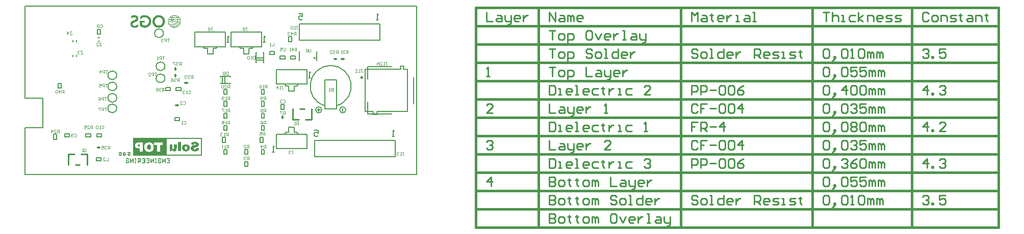
<source format=gbo>
G04*
G04 #@! TF.GenerationSoftware,Altium Limited,Altium Designer,23.10.1 (27)*
G04*
G04 Layer_Color=65535*
%FSLAX44Y44*%
%MOMM*%
G71*
G04*
G04 #@! TF.SameCoordinates,12E47488-CEE1-414F-AB97-9C1FAA11A261*
G04*
G04*
G04 #@! TF.FilePolarity,Positive*
G04*
G01*
G75*
%ADD10C,0.2540*%
%ADD11C,0.2000*%
%ADD12C,0.3000*%
%ADD13C,0.1500*%
%ADD14C,0.1000*%
%ADD15C,0.3810*%
%ADD68C,0.1270*%
%ADD69C,0.1778*%
%ADD70C,0.1524*%
G36*
X199006Y265116D02*
X199328Y265110D01*
X199358Y265097D01*
X199535Y265099D01*
X199562Y265088D01*
X199688Y265083D01*
X199704Y265088D01*
X199737Y265077D01*
X199846Y265072D01*
X199863Y265067D01*
X199972Y265061D01*
X199999Y265050D01*
X200086Y265045D01*
X200103Y265039D01*
X200223Y265034D01*
X200234Y265023D01*
X200255Y265018D01*
X200277Y265023D01*
X200299Y265018D01*
X200315Y265012D01*
X200403Y265007D01*
X200427Y264993D01*
X200474Y264996D01*
X200501Y264985D01*
X200588Y264979D01*
X200613Y264966D01*
X200648Y264968D01*
X200676Y264958D01*
X200708Y264952D01*
X200725Y264958D01*
X200757Y264946D01*
X200790Y264941D01*
X200806Y264936D01*
X200856Y264930D01*
X200894Y264925D01*
X200921Y264914D01*
X200937Y264919D01*
X200959Y264908D01*
X201003Y264903D01*
X201049Y264889D01*
X201079Y264892D01*
X201090Y264881D01*
X201139Y264876D01*
X201156Y264870D01*
X201210Y264865D01*
X201221Y264854D01*
X201265Y264848D01*
X201281Y264843D01*
X201314Y264837D01*
X201341Y264827D01*
X201385Y264821D01*
X201407Y264816D01*
X201434Y264805D01*
X201488Y264799D01*
X201516Y264788D01*
X201543Y264783D01*
X201559Y264777D01*
X201603Y264772D01*
X201638Y264753D01*
X201685Y264745D01*
X201707Y264739D01*
X201753Y264726D01*
X201775Y264720D01*
X201827Y264712D01*
X201854Y264696D01*
X201892Y264690D01*
X201914Y264685D01*
X201922Y264676D01*
X201944Y264671D01*
X201996Y264663D01*
X202034Y264646D01*
X202078Y264641D01*
X202105Y264625D01*
X202148Y264614D01*
X202195Y264595D01*
X202241Y264587D01*
X202285Y264576D01*
X202296Y264565D01*
X202329Y264559D01*
X202367Y264548D01*
X202378Y264537D01*
X202410Y264532D01*
X202432Y264526D01*
X202457Y264513D01*
X202498Y264505D01*
X202580Y264466D01*
X202645Y264450D01*
X202656Y264439D01*
X202689Y264434D01*
X202727Y264423D01*
X202740Y264409D01*
X202781Y264401D01*
X202820Y264385D01*
X202831Y264379D01*
X202880Y264357D01*
X202918Y264346D01*
X202945Y264335D01*
X202986Y264316D01*
X203054Y264292D01*
X203092Y264275D01*
X203141Y264254D01*
X203158Y264248D01*
X203180Y264243D01*
X203193Y264229D01*
X203223Y264221D01*
X203245Y264216D01*
X203256Y264205D01*
X203300Y264188D01*
X203308Y264180D01*
X203338Y264172D01*
X203365Y264161D01*
X203373Y264153D01*
X203409Y264139D01*
X203447Y264123D01*
X203458Y264117D01*
X203485Y264106D01*
X203512Y264090D01*
X203540Y264079D01*
X203567Y264063D01*
X203622Y264041D01*
X203998Y263855D01*
X204009Y263845D01*
X204036Y263828D01*
X204063Y263817D01*
X204091Y263801D01*
X204113Y263795D01*
X204123Y263785D01*
X204151Y263773D01*
X204167Y263757D01*
X204178Y263752D01*
X204205Y263741D01*
X204287Y263697D01*
X204304Y263681D01*
X204331Y263670D01*
X204385Y263637D01*
X204396Y263632D01*
X204405Y263624D01*
X204435Y263615D01*
X204437Y263607D01*
X204445Y263599D01*
X204456Y263594D01*
X204484Y263583D01*
X204494Y263572D01*
X204516Y263566D01*
X204538Y263544D01*
X204560Y263539D01*
X204582Y263517D01*
X204604Y263512D01*
X204620Y263495D01*
X204658Y263473D01*
X204699Y263454D01*
X204705Y263444D01*
X204724Y263435D01*
X204743Y263416D01*
X204778Y263403D01*
X204781Y263394D01*
X204806Y263381D01*
X204822Y263364D01*
X204833Y263359D01*
X204860Y263348D01*
X204887Y263332D01*
X204904Y263315D01*
X204942Y263293D01*
X204969Y263277D01*
X204980Y263266D01*
X205007Y263250D01*
X205018Y263239D01*
X205048Y263220D01*
X205054Y263209D01*
X205092Y263193D01*
X205097Y263182D01*
X205117Y263173D01*
X205136Y263154D01*
X205171Y263141D01*
X205174Y263132D01*
X205187Y263119D01*
X205236Y263092D01*
X205253Y263075D01*
X205264Y263070D01*
X205286Y263048D01*
X205302Y263043D01*
X205313Y263032D01*
X205362Y262993D01*
X205373Y262988D01*
X205384Y262977D01*
X205411Y262961D01*
X205427Y262944D01*
X205438Y262939D01*
X205449Y262928D01*
X205477Y262911D01*
X205493Y262895D01*
X205520Y262879D01*
X205526Y262868D01*
X205537Y262862D01*
X205556Y262838D01*
X205586Y262830D01*
X205597Y262813D01*
X205616Y262800D01*
X205648Y262778D01*
X205654Y262767D01*
X205711Y262726D01*
X205722Y262721D01*
X205725Y262712D01*
X205744Y262693D01*
X205771Y262677D01*
X205815Y262633D01*
X205842Y262617D01*
X205858Y262600D01*
X205869Y262595D01*
X205908Y262557D01*
X205935Y262540D01*
X205995Y262481D01*
X206044Y262442D01*
X206055Y262437D01*
X206142Y262350D01*
X206169Y262333D01*
X206358Y262145D01*
X206363Y262134D01*
X206399Y262120D01*
X206409Y262104D01*
X206420Y262099D01*
X206434Y262085D01*
X206439Y262074D01*
X206448Y262071D01*
X206456Y262063D01*
X206461Y262052D01*
X206469Y262050D01*
X206511Y262009D01*
X206516Y261998D01*
X206524Y261995D01*
X206560Y261959D01*
X206565Y261949D01*
X206581Y261938D01*
X206598Y261910D01*
X206614Y261894D01*
X206620Y261883D01*
X206791Y261711D01*
X206816Y261681D01*
X206821Y261670D01*
X206925Y261567D01*
X206936Y261539D01*
X206996Y261479D01*
X207012Y261452D01*
X207083Y261381D01*
X207094Y261354D01*
X207135Y261313D01*
X207160Y261283D01*
X207165Y261272D01*
X207201Y261237D01*
X207211Y261231D01*
X207225Y261196D01*
X207233Y261187D01*
X207244Y261182D01*
X207247Y261174D01*
X207269Y261152D01*
X207274Y261141D01*
X207285Y261130D01*
X207302Y261103D01*
X207313Y261092D01*
X207332Y261062D01*
X207342Y261057D01*
X207372Y261016D01*
X207378Y261005D01*
X207397Y260991D01*
X207411Y260956D01*
X207419Y260953D01*
X207443Y260923D01*
X207449Y260912D01*
X207476Y260885D01*
X207487Y260857D01*
X207509Y260836D01*
X207514Y260825D01*
X207525Y260814D01*
X207531Y260803D01*
X207558Y260765D01*
X207563Y260754D01*
X207574Y260743D01*
X207591Y260716D01*
X207604Y260702D01*
X207621Y260669D01*
X207632Y260664D01*
X207640Y260656D01*
X207667Y260606D01*
X207678Y260595D01*
X207694Y260568D01*
X207705Y260557D01*
X207727Y260519D01*
X207754Y260481D01*
X207776Y260443D01*
X207787Y260432D01*
X207803Y260405D01*
X207814Y260394D01*
X207820Y260383D01*
X207847Y260345D01*
X207874Y260296D01*
X207891Y260279D01*
X207913Y260241D01*
X207921Y260233D01*
X207934Y260197D01*
X207943Y260194D01*
X207956Y260170D01*
X207967Y260159D01*
X207983Y260132D01*
X207989Y260115D01*
X208011Y260077D01*
X208027Y260061D01*
X208033Y260039D01*
X208054Y260017D01*
X208060Y260006D01*
X208065Y259984D01*
X208079Y259971D01*
X208087Y259941D01*
X208109Y259919D01*
X208114Y259897D01*
X208131Y259881D01*
X208136Y259870D01*
X208158Y259837D01*
X208164Y259815D01*
X208185Y259783D01*
X208191Y259761D01*
X208213Y259739D01*
X208218Y259717D01*
X208237Y259693D01*
X208245Y259663D01*
X208262Y259646D01*
X208398Y259379D01*
X208409Y259352D01*
X208420Y259341D01*
X208425Y259319D01*
X208447Y259286D01*
X208453Y259264D01*
X208475Y259232D01*
X208480Y259210D01*
X208502Y259177D01*
X208507Y259155D01*
X208529Y259123D01*
X208535Y259101D01*
X208556Y259052D01*
X208567Y259024D01*
X208584Y258997D01*
X208589Y258981D01*
X208595Y258970D01*
X208605Y258959D01*
X208611Y258932D01*
X208616Y258910D01*
X208627Y258899D01*
X208644Y258855D01*
X208655Y258844D01*
X208660Y258833D01*
X208666Y258795D01*
X208682Y258779D01*
X208687Y258752D01*
X208698Y258724D01*
X208712Y258705D01*
X208720Y258675D01*
X208753Y258604D01*
X208758Y258593D01*
X208769Y258555D01*
X208785Y258517D01*
X208791Y258506D01*
X208813Y258457D01*
X208824Y258419D01*
X208829Y258397D01*
X208840Y258386D01*
X208846Y258353D01*
X208865Y258318D01*
X208873Y258282D01*
X208889Y258255D01*
X208895Y258222D01*
X208911Y258184D01*
X208916Y258173D01*
X208927Y258135D01*
X208946Y258089D01*
X208955Y258053D01*
X208971Y258015D01*
X208987Y257950D01*
X208998Y257938D01*
X209004Y257911D01*
X209009Y257889D01*
X209031Y257840D01*
X209026Y257829D01*
X209037Y257797D01*
X209045Y257789D01*
X209053Y257748D01*
X209058Y257726D01*
X209069Y257715D01*
X209080Y257671D01*
X209086Y257633D01*
X209091Y257611D01*
X209102Y257600D01*
X209107Y257551D01*
X209126Y257516D01*
X209135Y257464D01*
X209140Y257442D01*
X209151Y257415D01*
X209156Y257382D01*
X209167Y257355D01*
X209173Y257327D01*
X209178Y257311D01*
X209184Y257278D01*
X209195Y257251D01*
X209200Y257224D01*
X209206Y257208D01*
X209211Y257169D01*
X209216Y257148D01*
X209227Y257137D01*
X209222Y257120D01*
X209233Y257098D01*
X209238Y257049D01*
X209249Y257011D01*
X209260Y256984D01*
X209266Y256940D01*
X209271Y256924D01*
X209277Y256886D01*
X209287Y256858D01*
X209293Y256809D01*
X209298Y256793D01*
X209304Y256755D01*
X209309Y256738D01*
X209315Y256706D01*
X209320Y256667D01*
X209331Y256640D01*
X209326Y256624D01*
X209337Y256602D01*
X209342Y256553D01*
X209353Y256525D01*
X209358Y256476D01*
X209364Y256460D01*
X209369Y256395D01*
X209375Y256378D01*
X209380Y256329D01*
X209391Y256302D01*
X209397Y256215D01*
X209410Y256190D01*
X209408Y256154D01*
X209416Y256130D01*
X209424Y256100D01*
X209418Y256084D01*
X209424Y256073D01*
X209418Y256062D01*
X209424Y256024D01*
X209435Y256013D01*
X209432Y255944D01*
X209440Y255925D01*
X209446Y255838D01*
X209457Y255811D01*
X209462Y255729D01*
X209457Y255713D01*
X209468Y255685D01*
X209473Y255571D01*
X209478Y255549D01*
X209489Y255538D01*
X209487Y255513D01*
X209489Y255456D01*
X209484Y255418D01*
X209495Y255391D01*
X209500Y255194D01*
X209506Y255178D01*
X209511Y254862D01*
X209522Y254834D01*
X209527Y254376D01*
X209522Y254338D01*
X209511Y254310D01*
X209514Y254035D01*
X209511Y254021D01*
X209506Y254005D01*
X209500Y253808D01*
X209489Y253770D01*
X209484Y253748D01*
X209489Y253732D01*
X209487Y253691D01*
X209489Y253661D01*
X209478Y253634D01*
X209473Y253492D01*
X209459Y253468D01*
X209462Y253394D01*
X209451Y253367D01*
X209446Y253263D01*
X209429Y253225D01*
X209435Y253219D01*
X209432Y253173D01*
X209424Y253143D01*
X209418Y253121D01*
X209424Y253099D01*
X209418Y253061D01*
X209413Y253045D01*
X209408Y253001D01*
X209402Y252985D01*
X209397Y252903D01*
X209386Y252876D01*
X209380Y252854D01*
X209386Y252832D01*
X209375Y252805D01*
X209369Y252745D01*
X209353Y252707D01*
X209358Y252690D01*
X209347Y252663D01*
X209342Y252597D01*
X209337Y252581D01*
X209331Y252526D01*
X209320Y252516D01*
X209315Y252461D01*
X209309Y252445D01*
X209304Y252406D01*
X209287Y252368D01*
X209293Y252352D01*
X209282Y252325D01*
X209277Y252292D01*
X209271Y252275D01*
X209266Y252243D01*
X209260Y252221D01*
X209249Y252194D01*
X209255Y252177D01*
X209244Y252150D01*
X209238Y252106D01*
X209225Y252082D01*
X209227Y252057D01*
X209216Y252046D01*
X209211Y252008D01*
X209206Y251992D01*
X209200Y251964D01*
X209189Y251937D01*
X209184Y251899D01*
X209178Y251883D01*
X209173Y251844D01*
X209165Y251836D01*
X209156Y251806D01*
X209143Y251760D01*
X209135Y251730D01*
X209129Y251692D01*
X209113Y251653D01*
X209107Y251615D01*
X209102Y251593D01*
X209091Y251583D01*
X209080Y251539D01*
X209075Y251523D01*
X209069Y251490D01*
X209053Y251452D01*
X209047Y251413D01*
X209031Y251386D01*
X209026Y251359D01*
X209015Y251321D01*
X209007Y251313D01*
X208998Y251272D01*
X208982Y251233D01*
X208966Y251168D01*
X208955Y251157D01*
X208944Y251108D01*
X208922Y251059D01*
X208916Y251021D01*
X208903Y250996D01*
X208889Y250961D01*
X208881Y250952D01*
X208873Y250912D01*
X208851Y250862D01*
X208840Y250824D01*
X208829Y250797D01*
X208813Y250753D01*
X208805Y250745D01*
X208791Y250688D01*
X208769Y250655D01*
X208764Y250617D01*
X208742Y250584D01*
X208736Y250562D01*
X208693Y250464D01*
X208682Y250426D01*
X208666Y250410D01*
X208660Y250366D01*
X208638Y250344D01*
X208633Y250311D01*
X208616Y250295D01*
X208611Y250279D01*
X208605Y250257D01*
X208600Y250240D01*
X208584Y250213D01*
X208573Y250186D01*
X208559Y250167D01*
X208551Y250137D01*
X208537Y250107D01*
X208524Y250071D01*
X208513Y250060D01*
X208496Y250017D01*
X208486Y250006D01*
X208480Y249984D01*
X208458Y249951D01*
X208453Y249940D01*
X208442Y249913D01*
X208425Y249886D01*
X208420Y249864D01*
X208409Y249853D01*
X208393Y249809D01*
X208382Y249799D01*
X208365Y249755D01*
X208354Y249744D01*
X208349Y249722D01*
X208327Y249689D01*
X208322Y249678D01*
X208316Y249657D01*
X208305Y249646D01*
X208300Y249635D01*
X208289Y249608D01*
X208281Y249605D01*
X208267Y249580D01*
X208262Y249564D01*
X208256Y249553D01*
X208248Y249545D01*
X208240Y249515D01*
X208226Y249501D01*
X208213Y249466D01*
X208196Y249449D01*
X208191Y249433D01*
X208169Y249400D01*
X208164Y249378D01*
X208142Y249357D01*
X208136Y249346D01*
X208131Y249324D01*
X208120Y249313D01*
X208106Y249277D01*
X208095Y249272D01*
X208087Y249258D01*
X208082Y249237D01*
X208065Y249220D01*
X208060Y249209D01*
X208038Y249177D01*
X208033Y249155D01*
X208011Y249133D01*
X208005Y249111D01*
X207994Y249100D01*
X207973Y249062D01*
X207964Y249054D01*
X207951Y249018D01*
X207940Y249007D01*
X207924Y248980D01*
X207913Y248975D01*
X207894Y248934D01*
X207883Y248928D01*
X207864Y248887D01*
X207847Y248860D01*
X207836Y248849D01*
X207814Y248811D01*
X207787Y248773D01*
X207768Y248743D01*
X207733Y248691D01*
X207716Y248664D01*
X207700Y248647D01*
X207678Y248609D01*
X207673Y248598D01*
X207648Y248579D01*
X207634Y248544D01*
X207618Y248527D01*
X207612Y248516D01*
X207596Y248500D01*
X207582Y248465D01*
X207572Y248459D01*
X207553Y248435D01*
X207547Y248424D01*
X207514Y248391D01*
X207509Y248369D01*
X207498Y248358D01*
X207482Y248331D01*
X207473Y248323D01*
X207449Y248293D01*
X207432Y248265D01*
X207416Y248249D01*
X207400Y248222D01*
X207356Y248178D01*
X207351Y248156D01*
X207342Y248148D01*
X207332Y248143D01*
X207318Y248118D01*
X207307Y248107D01*
X207302Y248096D01*
X207293Y248088D01*
X207283Y248083D01*
X207274Y248064D01*
X207261Y248050D01*
X207239Y248017D01*
X207228Y248012D01*
X207203Y247976D01*
X207198Y247965D01*
X207181Y247954D01*
X207165Y247927D01*
X207154Y247916D01*
X207138Y247889D01*
X207130Y247886D01*
X207105Y247862D01*
X207089Y247834D01*
X207018Y247764D01*
X207012Y247742D01*
X206947Y247676D01*
X206931Y247649D01*
X206832Y247551D01*
X206827Y247529D01*
X206682Y247384D01*
X206658Y247354D01*
X206652Y247343D01*
X206309Y247000D01*
X206279Y246975D01*
X206268Y246970D01*
X206110Y246811D01*
X206088Y246806D01*
X205995Y246713D01*
X205968Y246697D01*
X205897Y246626D01*
X205875Y246621D01*
X205809Y246555D01*
X205782Y246539D01*
X205752Y246509D01*
X205747Y246498D01*
X205728Y246490D01*
X205717Y246479D01*
X205689Y246462D01*
X205681Y246454D01*
X205676Y246443D01*
X205646Y246424D01*
X205635Y246419D01*
X205627Y246410D01*
X205621Y246399D01*
X205597Y246386D01*
X205586Y246375D01*
X205558Y246359D01*
X205548Y246342D01*
X205528Y246329D01*
X205496Y246307D01*
X205490Y246296D01*
X205482Y246288D01*
X205471Y246282D01*
X205449Y246277D01*
X205447Y246269D01*
X205417Y246244D01*
X205406Y246239D01*
X205395Y246228D01*
X205308Y246162D01*
X205296Y246157D01*
X205269Y246129D01*
X205247Y246124D01*
X205234Y246110D01*
X205228Y246099D01*
X205179Y246072D01*
X205149Y246048D01*
X205138Y246042D01*
X205127Y246031D01*
X205100Y246015D01*
X205092Y246001D01*
X205056Y245988D01*
X205054Y245979D01*
X205024Y245960D01*
X204947Y245906D01*
X204909Y245884D01*
X204893Y245868D01*
X204882Y245862D01*
X204849Y245840D01*
X204838Y245835D01*
X204827Y245824D01*
X204789Y245802D01*
X204781Y245794D01*
X204746Y245780D01*
X204735Y245769D01*
X204707Y245753D01*
X204699Y245739D01*
X204664Y245726D01*
X204658Y245715D01*
X204617Y245696D01*
X204549Y245649D01*
X204538Y245644D01*
X204527Y245633D01*
X204506Y245627D01*
X204484Y245606D01*
X204467Y245600D01*
X204413Y245567D01*
X204394Y245554D01*
X204364Y245546D01*
X204347Y245529D01*
X204336Y245524D01*
X204304Y245502D01*
X204282Y245497D01*
X204238Y245469D01*
X204227Y245464D01*
X204211Y245448D01*
X204184Y245442D01*
X204173Y245431D01*
X204132Y245412D01*
X204126Y245401D01*
X204053Y245366D01*
X204017Y245347D01*
X203982Y245333D01*
X203974Y245325D01*
X203938Y245311D01*
X203927Y245300D01*
X203889Y245278D01*
X203862Y245262D01*
X203834Y245251D01*
X203807Y245235D01*
X203780Y245224D01*
X203753Y245207D01*
X203731Y245202D01*
X203720Y245191D01*
X203676Y245175D01*
X203665Y245164D01*
X203654Y245158D01*
X203633Y245153D01*
X203529Y245104D01*
X203493Y245085D01*
X203458Y245071D01*
X203436Y245066D01*
X203428Y245057D01*
X203398Y245049D01*
X203384Y245036D01*
X203349Y245022D01*
X203324Y245008D01*
X203289Y245000D01*
X203256Y244978D01*
X203229Y244973D01*
X203212Y244967D01*
X203152Y244935D01*
X203141Y244929D01*
X203087Y244913D01*
X203049Y244897D01*
X203022Y244886D01*
X203013Y244877D01*
X202992Y244872D01*
X202961Y244864D01*
X202890Y244831D01*
X202831Y244809D01*
X202803Y244798D01*
X202784Y244790D01*
X202738Y244782D01*
X202730Y244774D01*
X202694Y244760D01*
X202670Y244746D01*
X202634Y244738D01*
X202588Y244719D01*
X202552Y244711D01*
X202530Y244706D01*
X202522Y244697D01*
X202492Y244689D01*
X202449Y244678D01*
X202438Y244667D01*
X202405Y244662D01*
X202383Y244656D01*
X202356Y244640D01*
X202323Y244635D01*
X202301Y244629D01*
X202277Y244615D01*
X202241Y244607D01*
X202214Y244596D01*
X202203Y244591D01*
X202187Y244596D01*
X202162Y244583D01*
X202127Y244575D01*
X202089Y244558D01*
X202050Y244553D01*
X202023Y244542D01*
X202004Y244534D01*
X201977Y244528D01*
X201925Y244520D01*
X201914Y244509D01*
X201876Y244504D01*
X201849Y244493D01*
X201821Y244487D01*
X201805Y244482D01*
X201756Y244476D01*
X201745Y244465D01*
X201712Y244460D01*
X201696Y244454D01*
X201663Y244449D01*
X201625Y244433D01*
X201614Y244438D01*
X201592Y244427D01*
X201554Y244422D01*
X201537Y244416D01*
X201499Y244411D01*
X201488Y244400D01*
X201434Y244394D01*
X201418Y244389D01*
X201379Y244384D01*
X201363Y244378D01*
X201325Y244373D01*
X201297Y244362D01*
X201265Y244356D01*
X201248Y244351D01*
X201194Y244345D01*
X201166Y244335D01*
X201128Y244329D01*
X201112Y244324D01*
X201047Y244318D01*
X201030Y244313D01*
X200975Y244307D01*
X200965Y244296D01*
X200899Y244291D01*
X200877Y244285D01*
X200869Y244277D01*
X200823Y244280D01*
X200795Y244269D01*
X200725Y244264D01*
X200708Y244258D01*
X200632Y244253D01*
X200624Y244244D01*
X200602Y244239D01*
X200539Y244242D01*
X200512Y244231D01*
X200457Y244225D01*
X200441Y244231D01*
X200419Y244220D01*
X200326Y244214D01*
X200299Y244204D01*
X200228Y244198D01*
X200206Y244204D01*
X200179Y244193D01*
X200054Y244187D01*
X200023Y244179D01*
X200002Y244174D01*
X199884Y244176D01*
X199857Y244165D01*
X199606Y244160D01*
X199590Y244154D01*
X198766Y244149D01*
X198728Y244144D01*
X198717Y244154D01*
X198455Y244160D01*
X198428Y244171D01*
X198324Y244176D01*
X198253Y244171D01*
X198242Y244182D01*
X198095Y244187D01*
X198065Y244201D01*
X197969Y244198D01*
X197942Y244209D01*
X197827Y244214D01*
X197803Y244228D01*
X197729Y244225D01*
X197702Y244236D01*
X197609Y244242D01*
X197593Y244247D01*
X197517Y244253D01*
X197508Y244261D01*
X197486Y244266D01*
X197446Y244264D01*
X197424Y244269D01*
X197407Y244275D01*
X197369Y244280D01*
X197353Y244275D01*
X197326Y244285D01*
X197266Y244291D01*
X197238Y244302D01*
X197216Y244307D01*
X197195Y244302D01*
X197167Y244313D01*
X197097Y244318D01*
X197072Y244332D01*
X197020Y244329D01*
X197009Y244340D01*
X196960Y244345D01*
X196944Y244351D01*
X196889Y244356D01*
X196878Y244367D01*
X196824Y244373D01*
X196807Y244378D01*
X196769Y244384D01*
X196753Y244389D01*
X196709Y244394D01*
X196687Y244400D01*
X196660Y244411D01*
X196641Y244408D01*
X196622Y244416D01*
X196584Y244422D01*
X196562Y244427D01*
X196554Y244436D01*
X196510Y244441D01*
X196469Y244449D01*
X196447Y244454D01*
X196401Y244468D01*
X196360Y244476D01*
X196338Y244482D01*
X196292Y244495D01*
X196245Y244504D01*
X196174Y244526D01*
X196109Y244536D01*
X196098Y244547D01*
X196060Y244553D01*
X196038Y244558D01*
X196027Y244569D01*
X196011Y244564D01*
X195973Y244580D01*
X195951Y244585D01*
X195921Y244594D01*
X195863Y244607D01*
X195839Y244621D01*
X195809Y244629D01*
X195787Y244635D01*
X195749Y244640D01*
X195722Y244656D01*
X195689Y244662D01*
X195651Y244678D01*
X195607Y244689D01*
X195569Y244706D01*
X195503Y244722D01*
X195492Y244733D01*
X195443Y244744D01*
X195394Y244765D01*
X195356Y244771D01*
X195329Y244787D01*
X195291Y244793D01*
X195261Y244806D01*
X195225Y244820D01*
X195214Y244831D01*
X195165Y244842D01*
X195143Y244847D01*
X195127Y244864D01*
X195100Y244869D01*
X195056Y244880D01*
X195048Y244888D01*
X195018Y244897D01*
X195010Y244905D01*
X194982Y244916D01*
X194952Y244924D01*
X194854Y244967D01*
X194838Y244973D01*
X194816Y244978D01*
X194786Y244992D01*
X194750Y245006D01*
X194734Y245022D01*
X194690Y245027D01*
X194677Y245041D01*
X194625Y245060D01*
X194565Y245087D01*
X194538Y245104D01*
X194483Y245126D01*
X194369Y245180D01*
X194341Y245191D01*
X194333Y245199D01*
X194298Y245213D01*
X194259Y245229D01*
X194249Y245235D01*
X194221Y245246D01*
X194194Y245262D01*
X194172Y245268D01*
X194161Y245278D01*
X194118Y245295D01*
X194107Y245306D01*
X194079Y245317D01*
X194047Y245338D01*
X193899Y245415D01*
X193872Y245426D01*
X193864Y245434D01*
X193828Y245448D01*
X193818Y245458D01*
X193779Y245480D01*
X193752Y245497D01*
X193730Y245502D01*
X193719Y245513D01*
X193708Y245518D01*
X193676Y245540D01*
X193665Y245546D01*
X193638Y245557D01*
X193599Y245578D01*
X193583Y245595D01*
X193561Y245600D01*
X193539Y245622D01*
X193528Y245627D01*
X193501Y245638D01*
X193474Y245655D01*
X193463Y245666D01*
X193422Y245685D01*
X193417Y245696D01*
X193403Y245704D01*
X193381Y245709D01*
X193348Y245731D01*
X193337Y245737D01*
X193321Y245753D01*
X193310Y245758D01*
X193277Y245780D01*
X193256Y245786D01*
X193245Y245797D01*
X193217Y245813D01*
X193201Y245829D01*
X193174Y245840D01*
X193163Y245851D01*
X193136Y245868D01*
X193119Y245884D01*
X193097Y245889D01*
X193081Y245906D01*
X193051Y245925D01*
X193046Y245936D01*
X193015Y245944D01*
X193005Y245955D01*
X192977Y245971D01*
X192969Y245985D01*
X192934Y245998D01*
X192925Y246007D01*
X192857Y246059D01*
X192819Y246086D01*
X192808Y246091D01*
X192781Y246119D01*
X192754Y246129D01*
X192732Y246151D01*
X192721Y246157D01*
X192710Y246168D01*
X192699Y246173D01*
X192661Y246200D01*
X192650Y246206D01*
X192639Y246217D01*
X192612Y246233D01*
X192582Y246263D01*
X192576Y246274D01*
X192538Y246290D01*
X192533Y246301D01*
X192497Y246326D01*
X192486Y246331D01*
X192478Y246339D01*
X192473Y246350D01*
X192448Y246364D01*
X192437Y246375D01*
X192407Y246394D01*
X192402Y246405D01*
X192394Y246413D01*
X192355Y246435D01*
X192344Y246451D01*
X192317Y246468D01*
X192301Y246484D01*
X192290Y246490D01*
X192252Y246528D01*
X192224Y246544D01*
X192153Y246615D01*
X192126Y246626D01*
X192064Y246689D01*
X192034Y246713D01*
X192023Y246719D01*
X191914Y246828D01*
X191892Y246833D01*
X191401Y247324D01*
X191376Y247354D01*
X191371Y247365D01*
X191360Y247376D01*
X191354Y247387D01*
X191262Y247480D01*
X191245Y247507D01*
X191174Y247578D01*
X191169Y247589D01*
X191158Y247600D01*
X191141Y247627D01*
X191101Y247668D01*
X191076Y247698D01*
X191070Y247709D01*
X191043Y247736D01*
X191038Y247747D01*
X191027Y247758D01*
X191010Y247785D01*
X191002Y247794D01*
X190991Y247799D01*
X190989Y247807D01*
X190980Y247815D01*
X190956Y247845D01*
X190951Y247856D01*
X190940Y247862D01*
X190934Y247873D01*
X190926Y247881D01*
X190915Y247886D01*
X190899Y247924D01*
X190888Y247930D01*
X190863Y247965D01*
X190858Y247976D01*
X190841Y247987D01*
X190825Y248014D01*
X190814Y248025D01*
X190798Y248053D01*
X190790Y248055D01*
X190776Y248080D01*
X190757Y248099D01*
X190735Y248132D01*
X190738Y255794D01*
X190732Y255811D01*
X190740Y255835D01*
X198602Y255841D01*
X198624Y255835D01*
X198632Y255805D01*
X198638Y255784D01*
X198649Y255773D01*
X198643Y255762D01*
X198654Y255734D01*
X198665Y255691D01*
X198676Y255664D01*
X198681Y255631D01*
X198692Y255604D01*
X198698Y255576D01*
X198706Y255552D01*
X198714Y255522D01*
X198728Y255475D01*
X198736Y255434D01*
X198752Y255407D01*
X198747Y255391D01*
X198758Y255369D01*
X198769Y255325D01*
X198780Y255298D01*
X198785Y255265D01*
X198796Y255238D01*
X198801Y255211D01*
X198812Y255183D01*
X198818Y255156D01*
X198831Y255110D01*
X198840Y255080D01*
X198850Y255052D01*
X198856Y255009D01*
X198864Y255001D01*
X198872Y254965D01*
X198881Y254941D01*
X198889Y254911D01*
X198900Y254867D01*
X198911Y254856D01*
X198905Y254845D01*
X198916Y254818D01*
X198927Y254774D01*
X198938Y254747D01*
X198943Y254714D01*
X198954Y254687D01*
X198960Y254660D01*
X198968Y254635D01*
X198976Y254605D01*
X198990Y254559D01*
X198998Y254518D01*
X199014Y254491D01*
X199009Y254474D01*
X199020Y254452D01*
X199030Y254409D01*
X199042Y254381D01*
X199047Y254349D01*
X199058Y254321D01*
X199063Y254294D01*
X199074Y254267D01*
X199080Y254240D01*
X199093Y254193D01*
X199102Y254163D01*
X199112Y254136D01*
X199118Y254092D01*
X199126Y254084D01*
X199134Y254049D01*
X199142Y254024D01*
X199151Y253994D01*
X199156Y253972D01*
X199172Y253934D01*
X199167Y253929D01*
X199178Y253901D01*
X199189Y253858D01*
X199200Y253830D01*
X199205Y253798D01*
X199216Y253770D01*
X199221Y253743D01*
X199230Y253718D01*
X199238Y253689D01*
X199251Y253642D01*
X199260Y253601D01*
X199276Y253574D01*
X199271Y253558D01*
X199282Y253536D01*
X199292Y253492D01*
X199303Y253465D01*
X199309Y253432D01*
X199320Y253405D01*
X199325Y253377D01*
X199336Y253350D01*
X199342Y253323D01*
X199363Y253252D01*
X199374Y253187D01*
X199385Y253176D01*
X199391Y253137D01*
X199412Y253088D01*
X199418Y253045D01*
X199429Y253001D01*
X199440Y252990D01*
X199445Y252936D01*
X199453Y252927D01*
X199464Y252900D01*
X199470Y252867D01*
X199478Y252821D01*
X199489Y252810D01*
X199494Y252772D01*
X199505Y252745D01*
X199511Y252728D01*
X199486Y252709D01*
X194497Y252712D01*
X194472Y252709D01*
X194453Y252685D01*
X194456Y249267D01*
X194453Y249242D01*
X194464Y249215D01*
X194470Y249204D01*
X194478Y249196D01*
X194489Y249190D01*
X194499Y249174D01*
X194519Y249160D01*
X194524Y249149D01*
X194532Y249141D01*
X194543Y249136D01*
X194546Y249127D01*
X194557Y249116D01*
X194592Y249103D01*
X194595Y249095D01*
X194641Y249048D01*
X194669Y249032D01*
X194699Y249002D01*
X194729Y248977D01*
X194740Y248972D01*
X194750Y248961D01*
X194761Y248956D01*
X194781Y248937D01*
X194811Y248912D01*
X194821Y248906D01*
X194838Y248890D01*
X194887Y248852D01*
X194898Y248846D01*
X194909Y248836D01*
X194936Y248819D01*
X194952Y248803D01*
X194963Y248797D01*
X194974Y248786D01*
X195001Y248770D01*
X195018Y248754D01*
X195045Y248737D01*
X195048Y248729D01*
X195072Y248715D01*
X195089Y248699D01*
X195100Y248694D01*
X195160Y248655D01*
X195198Y248628D01*
X195209Y248623D01*
X195231Y248601D01*
X195258Y248585D01*
X195304Y248560D01*
X195334Y248535D01*
X195383Y248508D01*
X195400Y248492D01*
X195411Y248486D01*
X195438Y248475D01*
X195441Y248467D01*
X195449Y248459D01*
X195471Y248454D01*
X195525Y248421D01*
X195585Y248388D01*
X195613Y248372D01*
X195623Y248361D01*
X195667Y248344D01*
X195678Y248334D01*
X195705Y248323D01*
X195787Y248274D01*
X195814Y248263D01*
X195842Y248246D01*
X195863Y248241D01*
X195874Y248230D01*
X195915Y248211D01*
X195984Y248186D01*
X195994Y248175D01*
X196022Y248165D01*
X196049Y248148D01*
X196068Y248140D01*
X196103Y248132D01*
X196114Y248121D01*
X196136Y248115D01*
X196169Y248094D01*
X196196Y248088D01*
X196218Y248083D01*
X196229Y248072D01*
X196245Y248066D01*
X196284Y248055D01*
X196300Y248039D01*
X196343Y248034D01*
X196360Y248017D01*
X196387Y248012D01*
X196436Y247990D01*
X196474Y247979D01*
X196496Y247973D01*
X196507Y247963D01*
X196556Y247952D01*
X196605Y247930D01*
X196644Y247924D01*
X196668Y247911D01*
X196698Y247903D01*
X196745Y247889D01*
X196786Y247881D01*
X196821Y247862D01*
X196867Y247854D01*
X196889Y247848D01*
X196944Y247832D01*
X196966Y247826D01*
X196982Y247821D01*
X197009Y247815D01*
X197036Y247804D01*
X197075Y247799D01*
X197091Y247794D01*
X197118Y247788D01*
X197135Y247783D01*
X197173Y247777D01*
X197216Y247766D01*
X197244Y247755D01*
X197304Y247750D01*
X197331Y247739D01*
X197364Y247733D01*
X197380Y247728D01*
X197435Y247723D01*
X197473Y247706D01*
X197489Y247712D01*
X197517Y247701D01*
X197582Y247695D01*
X197598Y247690D01*
X197647Y247684D01*
X197675Y247673D01*
X197724Y247668D01*
X197740Y247673D01*
X197773Y247663D01*
X197827Y247657D01*
X197844Y247652D01*
X197953Y247646D01*
X197980Y247635D01*
X198068Y247630D01*
X198084Y247624D01*
X198220Y247619D01*
X198242Y247613D01*
X198253Y247603D01*
X198283Y247605D01*
X198335Y247603D01*
X198373Y247608D01*
X198400Y247597D01*
X198668Y247592D01*
X198695Y247581D01*
X198706Y247575D01*
X198722Y247581D01*
X199232Y247578D01*
X199251Y247581D01*
X199268Y247586D01*
X199486Y247592D01*
X199508Y247597D01*
X199538Y247605D01*
X199633Y247603D01*
X199661Y247613D01*
X199781Y247619D01*
X199797Y247624D01*
X199874Y247630D01*
X199901Y247641D01*
X199950Y247646D01*
X199966Y247641D01*
X199999Y247652D01*
X200054Y247657D01*
X200070Y247663D01*
X200119Y247668D01*
X200157Y247673D01*
X200173Y247679D01*
X200217Y247684D01*
X200234Y247690D01*
X200288Y247695D01*
X200315Y247706D01*
X200348Y247712D01*
X200364Y247717D01*
X200424Y247723D01*
X200455Y247736D01*
X200479Y247733D01*
X200490Y247744D01*
X200539Y247750D01*
X200602Y247769D01*
X200648Y247777D01*
X200719Y247799D01*
X200757Y247804D01*
X200779Y247810D01*
X200806Y247821D01*
X200845Y247826D01*
X200872Y247843D01*
X200891Y247840D01*
X200910Y247848D01*
X200975Y247864D01*
X200986Y247875D01*
X201025Y247881D01*
X201047Y247886D01*
X201057Y247897D01*
X201090Y247903D01*
X201128Y247913D01*
X201136Y247922D01*
X201172Y247930D01*
X201194Y247935D01*
X201218Y247949D01*
X201259Y247957D01*
X201281Y247963D01*
X201297Y247979D01*
X201346Y247990D01*
X201368Y247995D01*
X201379Y248006D01*
X201407Y248012D01*
X201428Y248017D01*
X201442Y248031D01*
X201488Y248039D01*
X201510Y248061D01*
X201554Y248066D01*
X201570Y248083D01*
X201597Y248088D01*
X201625Y248099D01*
X201652Y248115D01*
X201707Y248137D01*
X201728Y248143D01*
X201761Y248165D01*
X201783Y248170D01*
X201821Y248186D01*
X201832Y248192D01*
X201859Y248203D01*
X201887Y248219D01*
X201914Y248230D01*
X201941Y248246D01*
X201968Y248257D01*
X201996Y248274D01*
X202018Y248279D01*
X202029Y248290D01*
X202072Y248306D01*
X202083Y248317D01*
X202094Y248323D01*
X202121Y248334D01*
X202148Y248350D01*
X202170Y248355D01*
X202181Y248366D01*
X202220Y248388D01*
X202228Y248396D01*
X202263Y248410D01*
X202271Y248418D01*
X202307Y248432D01*
X202323Y248448D01*
X202334Y248454D01*
X202361Y248465D01*
X202372Y248475D01*
X202394Y248481D01*
X202416Y248503D01*
X202427Y248508D01*
X202454Y248519D01*
X202481Y248535D01*
X202498Y248552D01*
X202509Y248557D01*
X202541Y248579D01*
X202552Y248585D01*
X202577Y248593D01*
X202582Y248604D01*
X202601Y248612D01*
X202621Y248631D01*
X202656Y248645D01*
X202659Y248653D01*
X202683Y248666D01*
X202705Y248688D01*
X202727Y248694D01*
X202738Y248705D01*
X202765Y248721D01*
X202781Y248737D01*
X202809Y248748D01*
X202820Y248759D01*
X202847Y248776D01*
X202863Y248792D01*
X202885Y248797D01*
X202893Y248806D01*
X202899Y248816D01*
X202934Y248841D01*
X202945Y248846D01*
X202953Y248855D01*
X202959Y248866D01*
X202994Y248879D01*
X203008Y248898D01*
X203051Y248926D01*
X203057Y248937D01*
X203068Y248947D01*
X203103Y248961D01*
X203106Y248969D01*
X203125Y248988D01*
X203152Y249005D01*
X203202Y249054D01*
X203223Y249059D01*
X203262Y249097D01*
X203289Y249114D01*
X203360Y249185D01*
X203382Y249190D01*
X203474Y249283D01*
X203502Y249299D01*
X203908Y249706D01*
X203924Y249733D01*
X204017Y249826D01*
X204034Y249853D01*
X204044Y249864D01*
X204050Y249875D01*
X204093Y249918D01*
X204110Y249946D01*
X204143Y249979D01*
X204181Y250028D01*
X204186Y250039D01*
X204200Y250052D01*
X204224Y250082D01*
X204230Y250093D01*
X204244Y250107D01*
X204254Y250112D01*
X204263Y250131D01*
X204274Y250142D01*
X204290Y250170D01*
X204306Y250186D01*
X204312Y250197D01*
X204328Y250213D01*
X204345Y250240D01*
X204355Y250251D01*
X204375Y250281D01*
X204385Y250287D01*
X204394Y250306D01*
X204405Y250317D01*
X204418Y250336D01*
X204454Y250388D01*
X204475Y250426D01*
X204492Y250442D01*
X204497Y250453D01*
X204508Y250464D01*
X204524Y250491D01*
X204546Y250513D01*
X204552Y250535D01*
X204563Y250546D01*
X204582Y250576D01*
X204593Y250581D01*
X204628Y250655D01*
X204650Y250677D01*
X204683Y250737D01*
X204699Y250753D01*
X204710Y250781D01*
X204726Y250797D01*
X204732Y250808D01*
X204743Y250835D01*
X204759Y250862D01*
X204776Y250879D01*
X204792Y250922D01*
X204803Y250933D01*
X204808Y250944D01*
X204830Y250977D01*
X204841Y251004D01*
X204857Y251031D01*
X204863Y251042D01*
X204868Y251064D01*
X204879Y251070D01*
X204917Y251141D01*
X204923Y251157D01*
X204942Y251187D01*
X204945Y251190D01*
Y251195D01*
X204950Y251212D01*
X204964Y251231D01*
X204972Y251261D01*
X204988Y251277D01*
X204994Y251293D01*
X205005Y251321D01*
X205018Y251340D01*
X205026Y251370D01*
X205043Y251386D01*
X205048Y251408D01*
X205070Y251441D01*
X205076Y251468D01*
X205095Y251487D01*
X205103Y251523D01*
X205108Y251539D01*
X205114Y251550D01*
X205122Y251558D01*
X205130Y251588D01*
X205144Y251602D01*
X205152Y251632D01*
X205157Y251653D01*
X205168Y251664D01*
X205185Y251708D01*
X205193Y251716D01*
X205201Y251746D01*
X205223Y251801D01*
X205228Y251812D01*
X205250Y251861D01*
X205266Y251921D01*
X205277Y251932D01*
X205288Y251975D01*
X205305Y252003D01*
X205310Y252035D01*
X205326Y252063D01*
X205332Y252095D01*
X205348Y252134D01*
X205354Y252150D01*
X205365Y252177D01*
X205370Y252210D01*
X205381Y252221D01*
X205387Y252259D01*
X205392Y252281D01*
X205403Y252292D01*
X205414Y252341D01*
X205419Y252363D01*
X205430Y252374D01*
X205441Y252417D01*
X205447Y252434D01*
X205452Y252477D01*
X205463Y252488D01*
X205468Y252516D01*
X205487Y252578D01*
X205496Y252630D01*
X205512Y252668D01*
X205518Y252701D01*
X205528Y252728D01*
X205534Y252756D01*
X205539Y252772D01*
X205545Y252810D01*
X205556Y252837D01*
X205561Y252870D01*
X205567Y252887D01*
X205572Y252930D01*
X205578Y252946D01*
X205583Y253001D01*
X205594Y253012D01*
X205599Y253061D01*
X205605Y253077D01*
X205610Y253121D01*
X205627Y253159D01*
X205624Y253178D01*
X205627Y253197D01*
X205632Y253214D01*
X205637Y253258D01*
X205643Y253274D01*
X205648Y253334D01*
X205659Y253361D01*
X205665Y253383D01*
X205659Y253399D01*
X205665Y253421D01*
X205670Y253438D01*
X205676Y253525D01*
X205692Y253552D01*
X205687Y253596D01*
X205697Y253623D01*
X205703Y253738D01*
X205717Y253762D01*
X205714Y253863D01*
X205725Y253874D01*
X205730Y254027D01*
X205744Y254051D01*
X205741Y254250D01*
X205755Y254280D01*
X205752Y254834D01*
X205758Y254872D01*
X205747Y254900D01*
X205741Y255091D01*
X205747Y255107D01*
X205736Y255129D01*
X205730Y255276D01*
X205725Y255298D01*
X205719Y255314D01*
X205714Y255407D01*
X205709Y255423D01*
X205703Y255533D01*
X205687Y255571D01*
X205692Y255609D01*
X205681Y255636D01*
X205676Y255723D01*
X205662Y255753D01*
X205665Y255794D01*
X205654Y255822D01*
X205648Y255893D01*
X205643Y255909D01*
X205637Y255953D01*
X205629Y255983D01*
X205624Y256010D01*
X205627Y256029D01*
X205616Y256056D01*
X205610Y256089D01*
X205605Y256105D01*
X205599Y256160D01*
X205588Y256187D01*
X205583Y256220D01*
X205578Y256236D01*
X205572Y256275D01*
X205561Y256318D01*
X205550Y256346D01*
X205545Y256400D01*
X205539Y256416D01*
X205534Y256444D01*
X205523Y256471D01*
X205518Y256520D01*
X205509Y256528D01*
X205496Y256564D01*
X205490Y256602D01*
X205485Y256624D01*
X205474Y256651D01*
X205468Y256684D01*
X205457Y256711D01*
X205452Y256738D01*
X205444Y256763D01*
X205436Y256798D01*
X205430Y256820D01*
X205419Y256831D01*
X205408Y256875D01*
X205392Y256935D01*
X205381Y256973D01*
X205373Y256981D01*
X205368Y257003D01*
X205359Y257049D01*
X205340Y257068D01*
X205332Y257109D01*
X205316Y257148D01*
X205299Y257213D01*
X205288Y257224D01*
X205283Y257251D01*
X205275Y257259D01*
X205250Y257327D01*
X205239Y257355D01*
X205234Y257366D01*
X205212Y257415D01*
X205207Y257431D01*
X205201Y257453D01*
X205179Y257502D01*
X205168Y257529D01*
X205157Y257540D01*
X205147Y257589D01*
X205136Y257600D01*
X205130Y257611D01*
X205119Y257638D01*
X205114Y257649D01*
X205106Y257658D01*
X205097Y257704D01*
X205081Y257720D01*
X205076Y257737D01*
X205065Y257764D01*
X205054Y257775D01*
X205048Y257786D01*
X205043Y257808D01*
X205032Y257819D01*
X205016Y257862D01*
X205005Y257873D01*
X204988Y257917D01*
X204977Y257928D01*
X204961Y257971D01*
X204950Y257982D01*
X204945Y257999D01*
X204934Y258026D01*
X204923Y258037D01*
X204917Y258048D01*
X204906Y258075D01*
X204885Y258113D01*
X204874Y258124D01*
X204863Y258151D01*
X204846Y258179D01*
X204833Y258214D01*
X204822Y258220D01*
X204814Y258233D01*
X204808Y258255D01*
X204792Y258271D01*
X204786Y258293D01*
X204776Y258304D01*
X204737Y258375D01*
X204718Y258394D01*
X204705Y258430D01*
X204688Y258446D01*
X204677Y258473D01*
X204666Y258484D01*
X204650Y258511D01*
X204642Y258514D01*
X204601Y258593D01*
X204593Y258601D01*
X204546Y258670D01*
X204541Y258681D01*
X204530Y258692D01*
X204524Y258702D01*
X204514Y258713D01*
X204497Y258741D01*
X204475Y258762D01*
X204470Y258784D01*
X204459Y258795D01*
X204443Y258822D01*
X204435Y258831D01*
X204410Y258861D01*
X204394Y258888D01*
X204377Y258904D01*
X204361Y258932D01*
X204353Y258934D01*
X204339Y258959D01*
X204328Y258970D01*
X204309Y259000D01*
X204298Y259005D01*
X204268Y259046D01*
X204263Y259057D01*
X204244Y259071D01*
X204230Y259106D01*
X204222Y259109D01*
X204186Y259144D01*
X204181Y259155D01*
X204170Y259166D01*
X204165Y259177D01*
X204110Y259232D01*
X204104Y259253D01*
X204036Y259322D01*
X204012Y259352D01*
X204006Y259363D01*
X203875Y259494D01*
X203870Y259504D01*
X203859Y259515D01*
X203843Y259543D01*
X203690Y259695D01*
X203660Y259720D01*
X203649Y259725D01*
X203638Y259736D01*
X203627Y259742D01*
X203504Y259865D01*
X203474Y259889D01*
X203463Y259895D01*
X203387Y259971D01*
X203360Y259982D01*
X203319Y260023D01*
X203289Y260047D01*
X203278Y260053D01*
X203242Y260088D01*
X203237Y260099D01*
X203202Y260113D01*
X203193Y260121D01*
X203188Y260132D01*
X203158Y260151D01*
X203147Y260156D01*
X203139Y260165D01*
X203133Y260175D01*
X203109Y260189D01*
X203098Y260200D01*
X203068Y260219D01*
X203062Y260230D01*
X203043Y260238D01*
X203032Y260249D01*
X202956Y260304D01*
X202945Y260309D01*
X202912Y260342D01*
X202890Y260347D01*
X202880Y260358D01*
X202852Y260375D01*
X202836Y260391D01*
X202825Y260396D01*
X202809Y260413D01*
X202798Y260418D01*
X202738Y260456D01*
X202700Y260484D01*
X202661Y260506D01*
X202645Y260522D01*
X202623Y260527D01*
X202601Y260549D01*
X202580Y260555D01*
X202561Y260574D01*
X202525Y260587D01*
X202514Y260598D01*
X202487Y260615D01*
X202479Y260623D01*
X202443Y260637D01*
X202427Y260653D01*
X202400Y260664D01*
X202386Y260677D01*
X202350Y260691D01*
X202342Y260705D01*
X202307Y260718D01*
X202299Y260727D01*
X202263Y260740D01*
X202244Y260759D01*
X202209Y260773D01*
X202198Y260784D01*
X202187Y260789D01*
X202160Y260800D01*
X202132Y260816D01*
X202110Y260822D01*
X202099Y260833D01*
X202056Y260849D01*
X202045Y260860D01*
X202001Y260877D01*
X201990Y260887D01*
X201974Y260893D01*
X201947Y260904D01*
X201936Y260915D01*
X201925Y260920D01*
X201898Y260931D01*
X201870Y260947D01*
X201849Y260953D01*
X201832Y260969D01*
X201805Y260975D01*
X201756Y260996D01*
X201728Y261007D01*
X201717Y261018D01*
X201690Y261024D01*
X201668Y261029D01*
X201652Y261046D01*
X201630Y261051D01*
X201595Y261070D01*
X201559Y261078D01*
X201527Y261100D01*
X201488Y261106D01*
X201480Y261114D01*
X201420Y261136D01*
X201398Y261141D01*
X201333Y261174D01*
X201297Y261182D01*
X201259Y261198D01*
X201237Y261204D01*
X201210Y261215D01*
X201172Y261231D01*
X201106Y261248D01*
X201096Y261258D01*
X201057Y261264D01*
X201019Y261280D01*
X200986Y261286D01*
X200965Y261291D01*
X200940Y261305D01*
X200905Y261313D01*
X200883Y261318D01*
X200872Y261329D01*
X200856Y261324D01*
X200826Y261338D01*
X200790Y261346D01*
X200763Y261357D01*
X200730Y261362D01*
X200703Y261373D01*
X200659Y261378D01*
X200648Y261389D01*
X200610Y261395D01*
X200594Y261400D01*
X200566Y261406D01*
X200550Y261411D01*
X200512Y261417D01*
X200485Y261427D01*
X200457Y261433D01*
X200441Y261439D01*
X200408Y261444D01*
X200370Y261449D01*
X200332Y261466D01*
X200266Y261471D01*
X200239Y261488D01*
X200223Y261482D01*
X200195Y261493D01*
X200135Y261499D01*
X200105Y261512D01*
X200059Y261509D01*
X200048Y261520D01*
X200015Y261526D01*
X199993Y261520D01*
X199966Y261531D01*
X199933Y261537D01*
X199917Y261531D01*
X199898Y261539D01*
X199871Y261550D01*
X199830Y261548D01*
X199808Y261553D01*
X199792Y261558D01*
X199753Y261564D01*
X199737Y261558D01*
X199710Y261569D01*
X199606Y261575D01*
X199579Y261586D01*
X199541Y261591D01*
X199486Y261586D01*
X199475Y261597D01*
X199344Y261602D01*
X199314Y261610D01*
X199292Y261616D01*
X199142Y261613D01*
X199132Y261624D01*
X198253Y261629D01*
X198231Y261624D01*
X198215Y261618D01*
X198100Y261613D01*
X198084Y261618D01*
X198051Y261608D01*
X197909Y261602D01*
X197885Y261588D01*
X197811Y261591D01*
X197784Y261580D01*
X197691Y261575D01*
X197675Y261569D01*
X197604Y261564D01*
X197566Y261553D01*
X197549Y261548D01*
X197508Y261550D01*
X197495Y261548D01*
X197457Y261531D01*
X197451Y261537D01*
X197410Y261534D01*
X197383Y261523D01*
X197347Y261526D01*
X197320Y261515D01*
X197282Y261509D01*
X197266Y261504D01*
X197206Y261499D01*
X197184Y261493D01*
X197157Y261482D01*
X197129Y261488D01*
X197118Y261477D01*
X197069Y261471D01*
X197053Y261466D01*
X197009Y261460D01*
X196982Y261449D01*
X196944Y261444D01*
X196927Y261439D01*
X196889Y261433D01*
X196878Y261422D01*
X196824Y261417D01*
X196753Y261395D01*
X196715Y261389D01*
X196644Y261367D01*
X196578Y261357D01*
X196567Y261346D01*
X196529Y261340D01*
X196507Y261335D01*
X196496Y261324D01*
X196485Y261329D01*
X196458Y261318D01*
X196393Y261302D01*
X196382Y261291D01*
X196333Y261286D01*
X196305Y261269D01*
X196273Y261264D01*
X196245Y261253D01*
X196218Y261248D01*
X196191Y261237D01*
X196158Y261231D01*
X196120Y261215D01*
X196054Y261198D01*
X196043Y261187D01*
X196016Y261182D01*
X195994Y261177D01*
X195940Y261155D01*
X195913Y261138D01*
X195880Y261133D01*
X195842Y261117D01*
X195820Y261111D01*
X195793Y261100D01*
X195754Y261084D01*
X195705Y261073D01*
X195692Y261059D01*
X195662Y261051D01*
X195640Y261046D01*
X195626Y261032D01*
X195596Y261024D01*
X195574Y261018D01*
X195563Y261007D01*
X195514Y260996D01*
X195498Y260980D01*
X195476Y260975D01*
X195438Y260964D01*
X195430Y260956D01*
X195394Y260942D01*
X195345Y260920D01*
X195323Y260915D01*
X195307Y260898D01*
X195280Y260893D01*
X195258Y260887D01*
X195247Y260877D01*
X195220Y260866D01*
X195182Y260844D01*
X195160Y260838D01*
X195056Y260789D01*
X195040Y260784D01*
X195001Y260762D01*
X194985Y260756D01*
X194958Y260740D01*
X194930Y260729D01*
X194903Y260713D01*
X194876Y260702D01*
X194849Y260686D01*
X194832Y260680D01*
X194794Y260658D01*
X194778Y260653D01*
X194740Y260631D01*
X194723Y260625D01*
X194704Y260612D01*
X194674Y260604D01*
X194658Y260587D01*
X194636Y260582D01*
X194614Y260560D01*
X194598Y260555D01*
X194562Y260536D01*
X194527Y260522D01*
X194513Y260508D01*
X194483Y260500D01*
X194461Y260478D01*
X194440Y260473D01*
X194426Y260459D01*
X194390Y260445D01*
X194388Y260437D01*
X194380Y260429D01*
X194358Y260424D01*
X194325Y260402D01*
X194303Y260396D01*
X194292Y260385D01*
X194210Y260336D01*
X194202Y260328D01*
X194167Y260315D01*
X194156Y260304D01*
X194126Y260285D01*
X194120Y260274D01*
X194047Y260238D01*
X194030Y260222D01*
X194019Y260216D01*
X193987Y260194D01*
X193965Y260189D01*
X193954Y260178D01*
X193927Y260162D01*
X193905Y260140D01*
X193883Y260135D01*
X193872Y260124D01*
X193845Y260107D01*
X193828Y260091D01*
X193801Y260080D01*
X193790Y260069D01*
X193760Y260050D01*
X193755Y260039D01*
X193719Y260025D01*
X193703Y260009D01*
X193692Y260004D01*
X193681Y259993D01*
X193654Y259976D01*
X193643Y259965D01*
X193613Y259946D01*
X193580Y259925D01*
X193575Y259914D01*
X193567Y259905D01*
X193545Y259900D01*
X193534Y259889D01*
X193507Y259873D01*
X193490Y259856D01*
X193463Y259840D01*
X193452Y259829D01*
X193441Y259823D01*
X193425Y259807D01*
X193397Y259791D01*
X193381Y259774D01*
X193370Y259769D01*
X193359Y259758D01*
X193332Y259742D01*
X193321Y259731D01*
X193291Y259712D01*
X193286Y259701D01*
X193234Y259665D01*
X193223Y259660D01*
X193207Y259643D01*
X193195Y259638D01*
X193179Y259622D01*
X193168Y259616D01*
X193149Y259592D01*
X193119Y259583D01*
X193108Y259567D01*
X193089Y259554D01*
X193084Y259543D01*
X193065Y259534D01*
X193035Y259504D01*
X193005Y259480D01*
X192994Y259474D01*
X192983Y259464D01*
X192972Y259458D01*
X192928Y259414D01*
X192901Y259398D01*
X192830Y259327D01*
X192808Y259322D01*
X192732Y259245D01*
X192721Y259240D01*
X192710Y259229D01*
X192699Y259223D01*
X192595Y259120D01*
X192584Y259114D01*
X192574Y259103D01*
X192546Y259087D01*
X192014Y258555D01*
X192003Y258528D01*
X191889Y258413D01*
X191873Y258386D01*
X191812Y258326D01*
X191774Y258277D01*
X191769Y258266D01*
X191720Y258217D01*
X191698Y258179D01*
X191679Y258165D01*
X191671Y258173D01*
X191665Y262592D01*
X191671Y262614D01*
X191706Y262628D01*
X191714Y262636D01*
X191720Y262647D01*
X191728Y262650D01*
X191818Y262740D01*
X191823Y262751D01*
X191834Y262756D01*
X191867Y262778D01*
X191881Y262797D01*
X191892Y262802D01*
X191900Y262811D01*
X191905Y262822D01*
X191922Y262832D01*
X191935Y262852D01*
X191971Y262865D01*
X191976Y262876D01*
X191984Y262884D01*
X191995Y262890D01*
X192009Y262909D01*
X192053Y262936D01*
X192058Y262947D01*
X192072Y262961D01*
X192083Y262966D01*
X192085Y262974D01*
X192096Y262985D01*
X192126Y262993D01*
X192129Y263002D01*
X192159Y263026D01*
X192170Y263032D01*
X192197Y263059D01*
X192224Y263075D01*
X192241Y263092D01*
X192252Y263097D01*
X192263Y263108D01*
X192290Y263124D01*
X192306Y263141D01*
X192317Y263146D01*
X192328Y263157D01*
X192355Y263173D01*
X192366Y263184D01*
X192394Y263201D01*
X192415Y263223D01*
X192426Y263228D01*
X192437Y263239D01*
X192465Y263255D01*
X192475Y263266D01*
X192503Y263283D01*
X192511Y263296D01*
X192546Y263310D01*
X192563Y263326D01*
X192574Y263332D01*
X192593Y263351D01*
X192628Y263364D01*
X192631Y263372D01*
X192655Y263392D01*
X192694Y263414D01*
X192710Y263430D01*
X192721Y263435D01*
X192754Y263457D01*
X192765Y263463D01*
X192778Y263476D01*
X192814Y263490D01*
X192830Y263506D01*
X192857Y263517D01*
X192868Y263528D01*
X192896Y263544D01*
X192898Y263553D01*
X192977Y263594D01*
X192994Y263610D01*
X193021Y263621D01*
X193040Y263640D01*
X193070Y263648D01*
X193081Y263659D01*
X193092Y263664D01*
X193130Y263692D01*
X193152Y263697D01*
X193174Y263719D01*
X193190Y263724D01*
X193217Y263741D01*
X193253Y263755D01*
X193258Y263765D01*
X193299Y263785D01*
X193310Y263795D01*
X193321Y263801D01*
X193359Y263817D01*
X193386Y263834D01*
X193397Y263845D01*
X193441Y263861D01*
X193452Y263872D01*
X193496Y263888D01*
X193507Y263899D01*
X193534Y263910D01*
X193561Y263926D01*
X193572Y263932D01*
X193594Y263937D01*
X193597Y263945D01*
X193643Y263970D01*
X193670Y263986D01*
X193687Y263992D01*
X193725Y264014D01*
X193741Y264019D01*
X193760Y264033D01*
X193796Y264041D01*
X193823Y264057D01*
X193834Y264063D01*
X193856Y264068D01*
X193867Y264079D01*
X193910Y264095D01*
X193921Y264106D01*
X193965Y264123D01*
X193979Y264136D01*
X194025Y264144D01*
X194044Y264164D01*
X194079Y264172D01*
X194096Y264188D01*
X194112Y264194D01*
X194134Y264199D01*
X194150Y264205D01*
X194169Y264218D01*
X194199Y264226D01*
X194210Y264237D01*
X194221Y264243D01*
X194265Y264254D01*
X194281Y264270D01*
X194325Y264275D01*
X194338Y264289D01*
X194374Y264303D01*
X194412Y264319D01*
X194423Y264325D01*
X194472Y264346D01*
X194510Y264357D01*
X194532Y264363D01*
X194543Y264374D01*
X194570Y264379D01*
X194592Y264385D01*
X194603Y264396D01*
X194647Y264406D01*
X194680Y264428D01*
X194712Y264434D01*
X194734Y264439D01*
X194759Y264453D01*
X194800Y264461D01*
X194813Y264475D01*
X194843Y264483D01*
X194865Y264488D01*
X194873Y264496D01*
X194903Y264505D01*
X194947Y264515D01*
X194955Y264524D01*
X195012Y264537D01*
X195040Y264554D01*
X195072Y264559D01*
X195119Y264578D01*
X195154Y264587D01*
X195192Y264603D01*
X195209Y264608D01*
X195231Y264614D01*
X195269Y264619D01*
X195291Y264625D01*
X195299Y264633D01*
X195329Y264641D01*
X195392Y264660D01*
X195438Y264668D01*
X195446Y264676D01*
X195481Y264690D01*
X195520Y264696D01*
X195542Y264701D01*
X195569Y264712D01*
X195607Y264717D01*
X195634Y264734D01*
X195653Y264731D01*
X195672Y264739D01*
X195711Y264745D01*
X195741Y264758D01*
X195765Y264756D01*
X195776Y264767D01*
X195814Y264772D01*
X195831Y264777D01*
X195858Y264783D01*
X195885Y264794D01*
X195924Y264799D01*
X195940Y264805D01*
X195967Y264810D01*
X195984Y264816D01*
X196016Y264821D01*
X196043Y264832D01*
X196076Y264837D01*
X196093Y264843D01*
X196131Y264848D01*
X196153Y264854D01*
X196180Y264865D01*
X196207Y264859D01*
X196218Y264870D01*
X196294Y264881D01*
X196333Y264897D01*
X196404Y264903D01*
X196420Y264908D01*
X196458Y264914D01*
X196485Y264925D01*
X196540Y264930D01*
X196556Y264936D01*
X196600Y264941D01*
X196616Y264946D01*
X196676Y264952D01*
X196698Y264958D01*
X196715Y264963D01*
X196758Y264968D01*
X196775Y264974D01*
X196845Y264979D01*
X196873Y264990D01*
X196905Y264996D01*
X196927Y264990D01*
X196955Y265001D01*
X197026Y265007D01*
X197064Y265018D01*
X197080Y265023D01*
X197113Y265018D01*
X197140Y265028D01*
X197238Y265034D01*
X197255Y265039D01*
X197331Y265045D01*
X197358Y265056D01*
X197478Y265061D01*
X197495Y265067D01*
X197626Y265072D01*
X197634Y265080D01*
X197656Y265086D01*
X197762Y265083D01*
X197800Y265088D01*
X197817Y265094D01*
X197991Y265099D01*
X198008Y265105D01*
X198313Y265110D01*
X198340Y265121D01*
X198979Y265127D01*
X199006Y265116D01*
D02*
G37*
G36*
X181646D02*
X181913Y265110D01*
X181943Y265097D01*
X182082Y265099D01*
X182109Y265088D01*
X182240Y265083D01*
X182257Y265077D01*
X182360Y265072D01*
X182369Y265064D01*
X182390Y265058D01*
X182431Y265061D01*
X182486Y265056D01*
X182513Y265045D01*
X182562Y265050D01*
X182573Y265039D01*
X182644Y265034D01*
X182666Y265028D01*
X182682Y265023D01*
X182726Y265018D01*
X182742Y265012D01*
X182808Y265007D01*
X182824Y265001D01*
X182873Y264996D01*
X182900Y264985D01*
X182960Y264979D01*
X182990Y264966D01*
X183026Y264968D01*
X183053Y264958D01*
X183102Y264952D01*
X183124Y264946D01*
X183151Y264936D01*
X183211Y264930D01*
X183239Y264919D01*
X183266Y264914D01*
X183282Y264908D01*
X183332Y264903D01*
X183342Y264892D01*
X183381Y264886D01*
X183397Y264881D01*
X183435Y264876D01*
X183457Y264870D01*
X183495Y264854D01*
X183533Y264848D01*
X183550Y264843D01*
X183588Y264837D01*
X183596Y264829D01*
X183626Y264821D01*
X183648Y264816D01*
X183675Y264805D01*
X183708Y264799D01*
X183735Y264788D01*
X183762Y264783D01*
X183790Y264772D01*
X183822Y264767D01*
X183861Y264750D01*
X183904Y264739D01*
X183953Y264717D01*
X183992Y264712D01*
X184027Y264693D01*
X184079Y264685D01*
X184087Y264676D01*
X184123Y264663D01*
X184161Y264657D01*
X184169Y264649D01*
X184204Y264636D01*
X184215Y264625D01*
X184264Y264614D01*
X184286Y264608D01*
X184303Y264592D01*
X184330Y264587D01*
X184379Y264565D01*
X184401Y264559D01*
X184417Y264554D01*
X184428Y264548D01*
X184436Y264540D01*
X184477Y264532D01*
X184510Y264510D01*
X184532Y264505D01*
X184581Y264483D01*
X184603Y264477D01*
X184619Y264461D01*
X184641Y264456D01*
X184674Y264434D01*
X184701Y264428D01*
X184723Y264423D01*
X184734Y264412D01*
X184744Y264406D01*
X184816Y264374D01*
X184840Y264360D01*
X184875Y264346D01*
X184886Y264335D01*
X184930Y264319D01*
X184941Y264308D01*
X184985Y264292D01*
X184995Y264281D01*
X185023Y264270D01*
X185105Y264221D01*
X185126Y264216D01*
X185143Y264199D01*
X185165Y264194D01*
X185184Y264175D01*
X185219Y264161D01*
X185227Y264153D01*
X185263Y264139D01*
X185285Y264117D01*
X185306Y264112D01*
X185317Y264101D01*
X185356Y264079D01*
X185364Y264071D01*
X185399Y264057D01*
X185402Y264049D01*
X185427Y264035D01*
X185443Y264019D01*
X185470Y264008D01*
X185487Y263992D01*
X185503Y263986D01*
X185563Y263948D01*
X185590Y263932D01*
X185601Y263921D01*
X185628Y263904D01*
X185639Y263894D01*
X185669Y263874D01*
X185675Y263864D01*
X185713Y263847D01*
X185718Y263836D01*
X185740Y263825D01*
X185808Y263773D01*
X185819Y263768D01*
X185822Y263760D01*
X185847Y263746D01*
X185858Y263735D01*
X185885Y263719D01*
X185901Y263703D01*
X185912Y263697D01*
X185926Y263683D01*
X185956Y263659D01*
X185967Y263654D01*
X185980Y263640D01*
X186010Y263615D01*
X186021Y263610D01*
X186032Y263599D01*
X186043Y263594D01*
X186081Y263555D01*
X186108Y263539D01*
X186179Y263468D01*
X186207Y263457D01*
X186215Y263449D01*
X186220Y263438D01*
X186229Y263435D01*
X186318Y263345D01*
X186324Y263334D01*
X186335Y263329D01*
X186368Y263307D01*
X186381Y263288D01*
X186392Y263283D01*
X186400Y263274D01*
X186406Y263263D01*
X186422Y263253D01*
X186436Y263233D01*
X186447Y263228D01*
X186455Y263220D01*
X186460Y263209D01*
X186469Y263206D01*
X186482Y263193D01*
X186488Y263182D01*
X186499Y263176D01*
X186512Y263157D01*
X186523Y263152D01*
X186553Y263111D01*
X186559Y263100D01*
X186567Y263097D01*
X186662Y263002D01*
X186668Y262991D01*
X186676Y262988D01*
X186684Y262980D01*
X186689Y262958D01*
X186755Y262892D01*
X186771Y262865D01*
X186801Y262835D01*
X186826Y262805D01*
X186831Y262794D01*
X186842Y262783D01*
X186848Y262772D01*
X186861Y262759D01*
X186886Y262729D01*
X186891Y262718D01*
X186919Y262691D01*
X186930Y262663D01*
X186943Y262650D01*
X186968Y262620D01*
X186973Y262609D01*
X186981Y262600D01*
X187001Y262587D01*
X187006Y262560D01*
X187014Y262551D01*
X187025Y262546D01*
X187066Y262483D01*
X187093Y262445D01*
X187099Y262434D01*
X187120Y262401D01*
X187148Y262363D01*
X187153Y262352D01*
X187181Y262314D01*
X187197Y262287D01*
X187205Y262279D01*
X187219Y262243D01*
X187230Y262232D01*
X187249Y262202D01*
X187260Y262197D01*
X187268Y262178D01*
X187273Y262161D01*
X187279Y262150D01*
X187287Y262142D01*
X187295Y262112D01*
X187311Y262101D01*
X187317Y262090D01*
X187328Y262063D01*
X187339Y262052D01*
X187344Y262030D01*
X187366Y262009D01*
X187372Y261998D01*
X187377Y261976D01*
X187388Y261965D01*
X187404Y261921D01*
X187415Y261910D01*
X187426Y261883D01*
X187442Y261856D01*
X187448Y261845D01*
X187459Y261818D01*
X187464Y261807D01*
X187472Y261798D01*
X187481Y261768D01*
X187491Y261758D01*
X187508Y261714D01*
X187519Y261703D01*
X187535Y261659D01*
X187549Y261646D01*
X187557Y261599D01*
X187573Y261583D01*
X187579Y261567D01*
X187590Y261539D01*
X187598Y261531D01*
X187603Y261509D01*
X187612Y261479D01*
X187625Y261449D01*
X187639Y261414D01*
X187647Y261406D01*
X187655Y261376D01*
X187688Y261294D01*
X187702Y261269D01*
X187710Y261234D01*
X187715Y261212D01*
X187729Y261187D01*
X187737Y261152D01*
X187753Y261114D01*
X187764Y261070D01*
X187775Y261043D01*
X187783Y261024D01*
X187792Y260977D01*
X187797Y260956D01*
X187808Y260928D01*
X187816Y260909D01*
X187822Y260877D01*
X187841Y260825D01*
X187846Y260786D01*
X187860Y260740D01*
X187868Y260699D01*
X187879Y260656D01*
X187890Y260628D01*
X187895Y260568D01*
X187909Y260538D01*
X187906Y260514D01*
X187917Y260503D01*
X187922Y260454D01*
X187928Y260437D01*
X187933Y260388D01*
X187939Y260372D01*
X187944Y260350D01*
X187950Y260334D01*
X187944Y260317D01*
X187955Y260290D01*
X187961Y260230D01*
X187966Y260214D01*
X187972Y260132D01*
X187983Y260105D01*
X187988Y260044D01*
X187994Y260028D01*
X187999Y259914D01*
X188004Y259892D01*
X188010Y259875D01*
X188015Y259793D01*
X188010Y259772D01*
X188021Y259744D01*
X188026Y259499D01*
X188032Y259477D01*
X188040Y259469D01*
X188037Y259133D01*
X188043Y259112D01*
X188032Y259084D01*
X188026Y258844D01*
X188015Y258817D01*
X188010Y258806D01*
X188015Y258790D01*
X188013Y258722D01*
X188015Y258697D01*
X188004Y258670D01*
X187999Y258566D01*
X187994Y258550D01*
X187988Y258484D01*
X187977Y258457D01*
X187972Y258381D01*
X187966Y258364D01*
X187961Y258321D01*
X187955Y258304D01*
X187950Y258244D01*
X187939Y258217D01*
X187933Y258184D01*
X187928Y258168D01*
X187922Y258113D01*
X187917Y258091D01*
X187906Y258080D01*
X187909Y258061D01*
X187901Y258042D01*
X187895Y257999D01*
X187890Y257977D01*
X187873Y257922D01*
X187868Y257900D01*
X187862Y257884D01*
X187857Y257857D01*
X187846Y257829D01*
X187841Y257791D01*
X187835Y257769D01*
X187824Y257759D01*
X187819Y257726D01*
X187813Y257704D01*
X187800Y257679D01*
X187792Y257644D01*
X187773Y257598D01*
X187764Y257562D01*
X187748Y257524D01*
X187732Y257458D01*
X187715Y257442D01*
X187710Y257404D01*
X187693Y257366D01*
X187682Y257338D01*
X187666Y257311D01*
X187661Y257295D01*
X187650Y257257D01*
X187642Y257248D01*
X187628Y257213D01*
X187606Y257164D01*
X187601Y257142D01*
X187590Y257131D01*
X187579Y257104D01*
X187562Y257076D01*
X187557Y257066D01*
X187546Y257038D01*
X187530Y257011D01*
X187519Y256984D01*
X187502Y256957D01*
X187497Y256935D01*
X187481Y256918D01*
X187475Y256896D01*
X187456Y256877D01*
X187442Y256842D01*
X187434Y256834D01*
X187421Y256798D01*
X187399Y256777D01*
X187393Y256755D01*
X187382Y256744D01*
X187361Y256706D01*
X187352Y256697D01*
X187339Y256662D01*
X187322Y256646D01*
X187317Y256635D01*
X187301Y256618D01*
X187287Y256583D01*
X187276Y256577D01*
X187268Y256558D01*
X187246Y256536D01*
X187241Y256515D01*
X187230Y256504D01*
X187213Y256476D01*
X187205Y256468D01*
X187181Y256438D01*
X187175Y256427D01*
X187164Y256416D01*
X187159Y256406D01*
X187148Y256395D01*
X187131Y256367D01*
X187115Y256351D01*
X187110Y256340D01*
X187099Y256329D01*
X187082Y256302D01*
X187066Y256285D01*
X187050Y256258D01*
X187039Y256253D01*
X187033Y256242D01*
X187025Y256234D01*
X187014Y256228D01*
X187001Y256193D01*
X186984Y256182D01*
X186971Y256163D01*
X186960Y256157D01*
X186935Y256122D01*
X186930Y256111D01*
X186913Y256100D01*
X186900Y256081D01*
X186889Y256075D01*
X186880Y256067D01*
X186875Y256056D01*
X186856Y256043D01*
X186842Y256007D01*
X186834Y256005D01*
X186821Y255991D01*
X186815Y255980D01*
X186807Y255977D01*
X186793Y255963D01*
X186788Y255953D01*
X186779Y255950D01*
X186766Y255936D01*
X186760Y255925D01*
X186752Y255923D01*
X186744Y255914D01*
X186739Y255904D01*
X186730Y255901D01*
X186717Y255887D01*
X186711Y255876D01*
X186703Y255874D01*
X186689Y255860D01*
X186684Y255849D01*
X186676Y255846D01*
X186662Y255833D01*
X186657Y255822D01*
X186649Y255819D01*
X186635Y255805D01*
X186630Y255794D01*
X186621Y255792D01*
X186613Y255784D01*
X186608Y255773D01*
X186600Y255770D01*
X186586Y255756D01*
X186580Y255745D01*
X186572Y255743D01*
X186559Y255729D01*
X186553Y255718D01*
X186545Y255715D01*
X186531Y255702D01*
X186526Y255691D01*
X186518Y255688D01*
X186504Y255674D01*
X186499Y255664D01*
X186490Y255661D01*
X186482Y255653D01*
X186477Y255642D01*
X186466Y255636D01*
X186439Y255625D01*
X186425Y255606D01*
X186414Y255601D01*
X186403Y255584D01*
X186392Y255579D01*
X186384Y255571D01*
X186378Y255560D01*
X186329Y255527D01*
X186316Y255508D01*
X186305Y255502D01*
X186294Y255486D01*
X186267Y255470D01*
X186256Y255459D01*
X186229Y255443D01*
X186226Y255434D01*
X186212Y255421D01*
X186201Y255415D01*
X186199Y255407D01*
X186174Y255393D01*
X186130Y255350D01*
X186103Y255339D01*
X186095Y255331D01*
X186065Y255306D01*
X186054Y255301D01*
X186021Y255268D01*
X185999Y255263D01*
X185986Y255249D01*
X185956Y255224D01*
X185945Y255219D01*
X185917Y255192D01*
X185890Y255181D01*
X185882Y255173D01*
X185877Y255162D01*
X185863Y255153D01*
X185825Y255131D01*
X185814Y255121D01*
X185787Y255104D01*
X185770Y255088D01*
X185759Y255082D01*
X185740Y255063D01*
X185705Y255050D01*
X185702Y255042D01*
X185678Y255028D01*
X185656Y255006D01*
X185634Y255001D01*
X185623Y254990D01*
X185596Y254973D01*
X185579Y254957D01*
X185552Y254946D01*
X185541Y254935D01*
X185514Y254919D01*
X185497Y254902D01*
X185476Y254897D01*
X185454Y254875D01*
X185443Y254870D01*
X185427Y254864D01*
X185388Y254837D01*
X185350Y254815D01*
X185334Y254799D01*
X185312Y254793D01*
X185290Y254771D01*
X185268Y254766D01*
X185225Y254739D01*
X185214Y254733D01*
X185203Y254722D01*
X185175Y254711D01*
X185165Y254701D01*
X185094Y254662D01*
X185077Y254646D01*
X185034Y254630D01*
X185017Y254613D01*
X185006Y254608D01*
X184976Y254589D01*
X184946Y254580D01*
X184935Y254570D01*
X184925Y254564D01*
X184886Y254537D01*
X184875Y254531D01*
X184854Y254526D01*
X184843Y254515D01*
X184807Y254501D01*
X184802Y254491D01*
X184794Y254482D01*
X184772Y254477D01*
X184744Y254461D01*
X184717Y254450D01*
X184690Y254433D01*
X184663Y254422D01*
X184619Y254395D01*
X184581Y254373D01*
X184564Y254368D01*
X184526Y254346D01*
X184510Y254340D01*
X184483Y254324D01*
X184455Y254313D01*
X184428Y254297D01*
X184401Y254286D01*
X184319Y254242D01*
X184303Y254237D01*
X184264Y254215D01*
X184248Y254209D01*
X184221Y254193D01*
X184193Y254182D01*
X184166Y254166D01*
X184139Y254155D01*
X184057Y254111D01*
X184041Y254106D01*
X184002Y254084D01*
X183986Y254079D01*
X183959Y254062D01*
X183932Y254051D01*
X183904Y254035D01*
X183855Y254013D01*
X183817Y254002D01*
X183806Y253991D01*
X183762Y253975D01*
X183752Y253964D01*
X183741Y253958D01*
X183713Y253948D01*
X183703Y253942D01*
X183694Y253934D01*
X183664Y253926D01*
X183648Y253909D01*
X183615Y253904D01*
X183588Y253893D01*
X183577Y253882D01*
X183566Y253877D01*
X183544Y253871D01*
X183533Y253860D01*
X183490Y253844D01*
X183479Y253833D01*
X183435Y253817D01*
X183424Y253806D01*
X183408Y253800D01*
X183381Y253789D01*
X183370Y253778D01*
X183353Y253773D01*
X183332Y253768D01*
X183315Y253762D01*
X183200Y253702D01*
X183190Y253697D01*
X183162Y253686D01*
X183143Y253672D01*
X183113Y253664D01*
X183097Y253648D01*
X183070Y253642D01*
X183042Y253631D01*
X183015Y253615D01*
X182988Y253604D01*
X182960Y253588D01*
X182939Y253582D01*
X182928Y253571D01*
X182884Y253555D01*
X182870Y253541D01*
X182840Y253533D01*
X182829Y253522D01*
X182808Y253517D01*
X182737Y253484D01*
X182710Y253473D01*
X182699Y253462D01*
X182677Y253457D01*
X182644Y253435D01*
X182622Y253429D01*
X182589Y253407D01*
X182568Y253402D01*
X182530Y253386D01*
X182519Y253380D01*
X182491Y253369D01*
X182464Y253353D01*
X182437Y253342D01*
X182409Y253326D01*
X182388Y253320D01*
X182377Y253309D01*
X182349Y253298D01*
X182319Y253279D01*
X182289Y253271D01*
X182278Y253260D01*
X182257Y253255D01*
X182131Y253195D01*
X182096Y253176D01*
X182060Y253162D01*
X182049Y253151D01*
X182022Y253146D01*
X181995Y253135D01*
X181968Y253118D01*
X181940Y253107D01*
X181913Y253091D01*
X181886Y253080D01*
X181858Y253064D01*
X181842Y253058D01*
X181804Y253036D01*
X181787Y253031D01*
X181768Y253017D01*
X181738Y253009D01*
X181678Y252982D01*
X181654Y252968D01*
X181618Y252955D01*
X181607Y252944D01*
X181564Y252927D01*
X181553Y252917D01*
X181509Y252900D01*
X181498Y252889D01*
X181471Y252884D01*
X181444Y252873D01*
X181307Y252802D01*
X181291Y252796D01*
X181231Y252764D01*
X181220Y252758D01*
X181198Y252753D01*
X181171Y252742D01*
X181144Y252726D01*
X181116Y252715D01*
X181097Y252701D01*
X181067Y252693D01*
X181056Y252682D01*
X181013Y252666D01*
X181002Y252655D01*
X180958Y252638D01*
X180920Y252622D01*
X180893Y252611D01*
X180882Y252600D01*
X180860Y252595D01*
X180827Y252573D01*
X180816Y252567D01*
X180795Y252562D01*
X180784Y252551D01*
X180740Y252535D01*
X180729Y252524D01*
X180718Y252518D01*
X180680Y252502D01*
X180669Y252496D01*
X180647Y252491D01*
X180620Y252480D01*
X180483Y252409D01*
X180456Y252398D01*
X180448Y252390D01*
X180418Y252382D01*
X180404Y252368D01*
X180369Y252355D01*
X180325Y252327D01*
X180314Y252322D01*
X180303Y252311D01*
X180293Y252305D01*
X180271Y252300D01*
X180260Y252289D01*
X180216Y252273D01*
X180205Y252262D01*
X180178Y252251D01*
X180123Y252218D01*
X180112Y252213D01*
X180104Y252204D01*
X180074Y252196D01*
X180058Y252180D01*
X180031Y252174D01*
X180009Y252153D01*
X179998Y252147D01*
X179963Y252128D01*
X179935Y252117D01*
X179930Y252106D01*
X179900Y252093D01*
X179875Y252079D01*
X179840Y252065D01*
X179837Y252057D01*
X179813Y252044D01*
X179802Y252033D01*
X179731Y251994D01*
X179714Y251978D01*
X179676Y251956D01*
X179668Y251948D01*
X179632Y251934D01*
X179622Y251924D01*
X179594Y251907D01*
X179583Y251891D01*
X179556Y251885D01*
X179548Y251877D01*
X179542Y251866D01*
X179523Y251853D01*
X179485Y251831D01*
X179474Y251820D01*
X179447Y251803D01*
X179444Y251795D01*
X179420Y251782D01*
X179403Y251765D01*
X179376Y251749D01*
X179365Y251738D01*
X179354Y251733D01*
X179335Y251714D01*
X179305Y251689D01*
X179294Y251684D01*
X179280Y251670D01*
X179251Y251645D01*
X179240Y251640D01*
X179229Y251629D01*
X179218Y251623D01*
X179103Y251509D01*
X179076Y251493D01*
X179057Y251468D01*
X179051Y251457D01*
X178948Y251353D01*
X178931Y251326D01*
X178915Y251310D01*
X178909Y251299D01*
X178896Y251285D01*
X178871Y251255D01*
X178866Y251244D01*
X178839Y251217D01*
X178833Y251195D01*
X178825Y251187D01*
X178814Y251182D01*
X178795Y251152D01*
X178779Y251124D01*
X178768Y251113D01*
X178746Y251075D01*
X178735Y251064D01*
X178729Y251042D01*
X178702Y250999D01*
X178697Y250988D01*
X178686Y250977D01*
X178669Y250933D01*
X178656Y250920D01*
X178648Y250890D01*
X178634Y250876D01*
X178620Y250840D01*
X178607Y250816D01*
X178601Y250794D01*
X178593Y250764D01*
X178574Y250729D01*
X178566Y250682D01*
X178547Y250647D01*
X178538Y250595D01*
X178528Y250584D01*
X178522Y250546D01*
X178511Y250519D01*
X178506Y250491D01*
X178500Y250475D01*
X178495Y250426D01*
X178484Y250399D01*
X178479Y250350D01*
X178473Y250333D01*
X178468Y250251D01*
X178451Y250213D01*
X178457Y250197D01*
X178454Y250129D01*
X178457Y250093D01*
X178446Y250082D01*
X178440Y249809D01*
X178446Y249788D01*
X178457Y249777D01*
X178454Y249747D01*
X178457Y249684D01*
X178451Y249662D01*
X178462Y249635D01*
X178468Y249564D01*
X178473Y249548D01*
X178479Y249498D01*
X178489Y249471D01*
X178495Y249411D01*
X178500Y249395D01*
X178506Y249357D01*
X178517Y249346D01*
X178522Y249307D01*
X178528Y249291D01*
X178533Y249264D01*
X178541Y249239D01*
X178549Y249209D01*
X178560Y249171D01*
X178569Y249163D01*
X178577Y249122D01*
X178582Y249100D01*
X178593Y249089D01*
X178599Y249062D01*
X178604Y249040D01*
X178618Y249027D01*
X178626Y248986D01*
X178648Y248953D01*
X178653Y248926D01*
X178667Y248912D01*
X178680Y248876D01*
X178699Y248846D01*
X178708Y248816D01*
X178724Y248800D01*
X178729Y248773D01*
X178740Y248762D01*
X178762Y248724D01*
X178773Y248713D01*
X178779Y248696D01*
X178795Y248680D01*
X178814Y248639D01*
X178825Y248634D01*
X178839Y248598D01*
X178855Y248587D01*
X178885Y248541D01*
X178904Y248527D01*
X178918Y248492D01*
X178929Y248486D01*
X178945Y248465D01*
X178956Y248459D01*
X178964Y248440D01*
X179223Y248181D01*
X179253Y248162D01*
X179259Y248151D01*
X179267Y248148D01*
X179280Y248134D01*
X179286Y248124D01*
X179305Y248115D01*
X179316Y248104D01*
X179343Y248088D01*
X179352Y248080D01*
X179382Y248055D01*
X179458Y248001D01*
X179496Y247979D01*
X179512Y247963D01*
X179523Y247957D01*
X179567Y247930D01*
X179578Y247924D01*
X179589Y247913D01*
X179616Y247903D01*
X179649Y247881D01*
X179905Y247750D01*
X179932Y247739D01*
X179941Y247731D01*
X179976Y247717D01*
X179998Y247712D01*
X180006Y247703D01*
X180036Y247695D01*
X180044Y247687D01*
X180112Y247663D01*
X180134Y247657D01*
X180145Y247646D01*
X180178Y247641D01*
X180205Y247624D01*
X180227Y247619D01*
X180273Y247600D01*
X180309Y247592D01*
X180336Y247581D01*
X180355Y247572D01*
X180402Y247564D01*
X180445Y247553D01*
X180456Y247542D01*
X180494Y247537D01*
X180511Y247532D01*
X180544Y247526D01*
X180560Y247521D01*
X180593Y247515D01*
X180620Y247504D01*
X180647Y247499D01*
X180664Y247493D01*
X180713Y247488D01*
X180724Y247477D01*
X180762Y247472D01*
X180778Y247466D01*
X180833Y247461D01*
X180854Y247455D01*
X180865Y247444D01*
X180914Y247450D01*
X180925Y247439D01*
X180996Y247433D01*
X181026Y247420D01*
X181062Y247423D01*
X181089Y247412D01*
X181149Y247406D01*
X181166Y247412D01*
X181193Y247401D01*
X181280Y247395D01*
X181296Y247390D01*
X181433Y247384D01*
X181460Y247373D01*
X181651Y247368D01*
X181667Y247362D01*
X182180Y247357D01*
X182197Y247362D01*
X182409Y247368D01*
X182420Y247379D01*
X182535Y247384D01*
X182551Y247379D01*
X182584Y247390D01*
X182699Y247395D01*
X182707Y247403D01*
X182729Y247409D01*
X182791Y247406D01*
X182819Y247417D01*
X182879Y247423D01*
X182895Y247428D01*
X182977Y247433D01*
X183004Y247444D01*
X183026Y247450D01*
X183048Y247444D01*
X183075Y247455D01*
X183135Y247461D01*
X183173Y247477D01*
X183190Y247472D01*
X183217Y247482D01*
X183277Y247488D01*
X183304Y247504D01*
X183321Y247499D01*
X183348Y247510D01*
X183402Y247515D01*
X183419Y247521D01*
X183451Y247526D01*
X183482Y247534D01*
X183533Y247542D01*
X183569Y247556D01*
X183591Y247562D01*
X183642Y247570D01*
X183681Y247586D01*
X183724Y247592D01*
X183762Y247603D01*
X183790Y247613D01*
X183833Y247619D01*
X183877Y247630D01*
X183888Y247641D01*
X183926Y247646D01*
X183953Y247657D01*
X183964Y247663D01*
X183986Y247668D01*
X184024Y247673D01*
X184062Y247684D01*
X184071Y247693D01*
X184112Y247701D01*
X184133Y247706D01*
X184144Y247717D01*
X184193Y247723D01*
X184221Y247739D01*
X184286Y247755D01*
X184297Y247766D01*
X184335Y247772D01*
X184373Y247788D01*
X184384Y247794D01*
X184455Y247815D01*
X184464Y247824D01*
X184505Y247832D01*
X184526Y247837D01*
X184537Y247848D01*
X184575Y247854D01*
X184608Y247875D01*
X184641Y247881D01*
X184674Y247903D01*
X184701Y247908D01*
X184723Y247913D01*
X184761Y247930D01*
X184788Y247941D01*
X184796Y247949D01*
X184818Y247954D01*
X184848Y247963D01*
X184878Y247976D01*
X184914Y247990D01*
X184927Y248004D01*
X184957Y248012D01*
X185006Y248034D01*
X185050Y248044D01*
X185061Y248055D01*
X185072Y248061D01*
X185094Y248066D01*
X185110Y248083D01*
X185137Y248088D01*
X185197Y248115D01*
X185233Y248134D01*
X185263Y248143D01*
X185285Y248148D01*
X185296Y248159D01*
X185306Y248165D01*
X185334Y248175D01*
X185361Y248192D01*
X185388Y248203D01*
X185416Y248219D01*
X185437Y248225D01*
X185454Y248241D01*
X185481Y248246D01*
X185672Y248339D01*
X185713Y248358D01*
X185718Y248369D01*
X185759Y248388D01*
X185787Y248405D01*
X185808Y248410D01*
X185819Y248421D01*
X185830Y248426D01*
X185858Y248437D01*
X185877Y248451D01*
X185907Y248459D01*
X185917Y248470D01*
X185956Y248492D01*
X185967Y248503D01*
X185989Y248508D01*
X186021Y248530D01*
X186043Y248535D01*
X186087Y248563D01*
X186098Y248568D01*
X186108Y248579D01*
X186130Y248585D01*
X186168Y248612D01*
X186272Y248666D01*
X186289Y248683D01*
X186316Y248694D01*
X186335Y248713D01*
X186365Y248721D01*
X186381Y248737D01*
X186409Y248743D01*
X186430Y248765D01*
X186447Y248770D01*
X186507Y248808D01*
X186534Y248825D01*
X186548Y248838D01*
X186583Y248852D01*
X186594Y248868D01*
X186616Y248874D01*
X186660Y248901D01*
X186670Y248906D01*
X186687Y248923D01*
X186698Y248928D01*
X186741Y248956D01*
X186752Y248961D01*
X186763Y248972D01*
X186791Y248983D01*
X186807Y248999D01*
X186834Y249010D01*
X186845Y249021D01*
X186872Y249037D01*
X186891Y249056D01*
X186913Y249062D01*
X186943Y249086D01*
X186954Y249092D01*
X186960Y249103D01*
X186995Y249116D01*
X187001Y249127D01*
X187020Y249136D01*
X187039Y249155D01*
X187074Y249168D01*
X187077Y249177D01*
X187101Y249190D01*
X187123Y249212D01*
X187145Y249217D01*
X187156Y249228D01*
X187183Y249245D01*
X187200Y249261D01*
X187211Y249267D01*
X187227Y249283D01*
X187265Y249305D01*
X187292Y249321D01*
X187303Y249332D01*
X187331Y249348D01*
X187341Y249359D01*
X187372Y249378D01*
X187377Y249389D01*
X187412Y249403D01*
X187426Y249422D01*
X187481Y249455D01*
X187511Y249479D01*
X187521Y249485D01*
X187524Y249493D01*
X187549Y249507D01*
X187560Y249517D01*
X187587Y249534D01*
X187603Y249550D01*
X187614Y249556D01*
X187625Y249567D01*
X187652Y249583D01*
X187661Y249591D01*
X187691Y249616D01*
X187718Y249632D01*
X187734Y249648D01*
X187762Y249665D01*
X187778Y249681D01*
X187789Y249687D01*
X187800Y249698D01*
X187827Y249714D01*
X187843Y249730D01*
X187871Y249747D01*
X187876Y249758D01*
X187887Y249763D01*
X187895Y249771D01*
X187901Y249782D01*
X187939Y249799D01*
X187944Y249809D01*
X187952Y249818D01*
X187991Y249839D01*
X188002Y249856D01*
X188029Y249872D01*
X188040Y249883D01*
X188067Y249899D01*
X188070Y249908D01*
X188100Y249932D01*
X188111Y249938D01*
X188138Y249965D01*
X188165Y249981D01*
X188176Y249992D01*
X188187Y249998D01*
X188209Y250019D01*
X188220Y250025D01*
X188236Y250019D01*
X188234Y249384D01*
Y249378D01*
X188236Y246206D01*
X188234Y246181D01*
X188217Y246170D01*
X188212Y246159D01*
X188193Y246151D01*
X188144Y246102D01*
X188122Y246097D01*
X188108Y246083D01*
X188078Y246059D01*
X188067Y246053D01*
X188040Y246026D01*
X188018Y246020D01*
X188007Y246009D01*
X187980Y245993D01*
X187964Y245977D01*
X187944Y245963D01*
X187892Y245928D01*
X187882Y245922D01*
X187868Y245909D01*
X187862Y245898D01*
X187827Y245884D01*
X187816Y245873D01*
X187789Y245857D01*
X187786Y245849D01*
X187770Y245838D01*
X187748Y245832D01*
X187743Y245821D01*
X187729Y245813D01*
X187718Y245808D01*
X187702Y245791D01*
X187680Y245786D01*
X187658Y245764D01*
X187642Y245758D01*
X187582Y245720D01*
X187554Y245704D01*
X187543Y245693D01*
X187505Y245671D01*
X187497Y245663D01*
X187461Y245649D01*
X187445Y245633D01*
X187418Y245622D01*
X187407Y245611D01*
X187380Y245595D01*
X187372Y245587D01*
X187336Y245573D01*
X187317Y245554D01*
X187281Y245540D01*
X187271Y245529D01*
X187243Y245518D01*
X187227Y245502D01*
X187216Y245497D01*
X187189Y245486D01*
X187181Y245478D01*
X187150Y245469D01*
X187129Y245448D01*
X187101Y245437D01*
X187090Y245426D01*
X187074Y245420D01*
X187047Y245409D01*
X187036Y245398D01*
X187025Y245393D01*
X186998Y245382D01*
X186960Y245360D01*
X186949Y245349D01*
X186905Y245333D01*
X186894Y245322D01*
X186867Y245311D01*
X186840Y245295D01*
X186812Y245284D01*
X186785Y245268D01*
X186774Y245262D01*
X186747Y245251D01*
X186728Y245237D01*
X186698Y245229D01*
X186687Y245218D01*
X186643Y245202D01*
X186632Y245191D01*
X186605Y245180D01*
X186578Y245164D01*
X186550Y245158D01*
X186523Y245147D01*
X186512Y245137D01*
X186496Y245131D01*
X186460Y245112D01*
X186425Y245098D01*
X186417Y245090D01*
X186387Y245082D01*
X186348Y245066D01*
X186338Y245055D01*
X186316Y245049D01*
X186278Y245033D01*
X186234Y245016D01*
X186223Y245006D01*
X186207Y245000D01*
X186168Y244989D01*
X186160Y244981D01*
X186125Y244967D01*
X186103Y244962D01*
X186095Y244954D01*
X186065Y244946D01*
X186057Y244937D01*
X185989Y244913D01*
X185950Y244897D01*
X185901Y244875D01*
X185877Y244866D01*
X185841Y244858D01*
X185830Y244847D01*
X185781Y244836D01*
X185770Y244825D01*
X185759Y244820D01*
X185716Y244809D01*
X185705Y244798D01*
X185672Y244793D01*
X185634Y244782D01*
X185620Y244768D01*
X185585Y244760D01*
X185546Y244749D01*
X185538Y244741D01*
X185503Y244733D01*
X185481Y244727D01*
X185457Y244714D01*
X185410Y244706D01*
X185375Y244686D01*
X185328Y244678D01*
X185301Y244662D01*
X185274Y244656D01*
X185236Y244646D01*
X185227Y244637D01*
X185192Y244629D01*
X185145Y244615D01*
X185116Y244607D01*
X185066Y244585D01*
X185023Y244580D01*
X185001Y244575D01*
X184963Y244558D01*
X184925Y244553D01*
X184897Y244542D01*
X184878Y244534D01*
X184832Y244526D01*
X184810Y244520D01*
X184783Y244509D01*
X184750Y244504D01*
X184728Y244498D01*
X184690Y244493D01*
X184679Y244482D01*
X184641Y244476D01*
X184619Y244471D01*
X184608Y244460D01*
X184589Y244463D01*
X184570Y244454D01*
X184537Y244449D01*
X184499Y244444D01*
X184464Y244430D01*
X184417Y244422D01*
X184401Y244416D01*
X184346Y244411D01*
X184335Y244400D01*
X184292Y244394D01*
X184275Y244389D01*
X184243Y244384D01*
X184226Y244378D01*
X184172Y244373D01*
X184144Y244362D01*
X184112Y244356D01*
X184095Y244351D01*
X184041Y244345D01*
X184013Y244335D01*
X183975Y244329D01*
X183959Y244324D01*
X183899Y244318D01*
X183874Y244305D01*
X183822Y244307D01*
X183812Y244296D01*
X183746Y244291D01*
X183724Y244285D01*
X183716Y244277D01*
X183664Y244280D01*
X183653Y244269D01*
X183571Y244264D01*
X183555Y244258D01*
X183479Y244253D01*
X183471Y244244D01*
X183449Y244239D01*
X183386Y244242D01*
X183359Y244231D01*
X183304Y244225D01*
X183288Y244231D01*
X183266Y244220D01*
X183173Y244214D01*
X183146Y244204D01*
X183075Y244198D01*
X183053Y244204D01*
X183026Y244193D01*
X182884Y244187D01*
X182862Y244182D01*
X182854Y244174D01*
X182731Y244176D01*
X182704Y244165D01*
X182453Y244160D01*
X182437Y244154D01*
X181656Y244149D01*
X181640Y244144D01*
X181613Y244154D01*
X181378Y244160D01*
X181351Y244171D01*
X181242Y244176D01*
X181220Y244171D01*
X181193Y244182D01*
X181067Y244187D01*
X181037Y244195D01*
X181015Y244201D01*
X180947Y244198D01*
X180920Y244209D01*
X180827Y244214D01*
X180811Y244220D01*
X180735Y244225D01*
X180707Y244236D01*
X180658Y244242D01*
X180642Y244236D01*
X180609Y244247D01*
X180555Y244253D01*
X180538Y244258D01*
X180489Y244264D01*
X180451Y244269D01*
X180434Y244275D01*
X180391Y244280D01*
X180374Y244285D01*
X180320Y244291D01*
X180298Y244296D01*
X180287Y244307D01*
X180238Y244302D01*
X180227Y244313D01*
X180178Y244318D01*
X180162Y244324D01*
X180118Y244329D01*
X180091Y244340D01*
X180042Y244345D01*
X180003Y244356D01*
X179976Y244367D01*
X179922Y244373D01*
X179905Y244378D01*
X179878Y244384D01*
X179862Y244389D01*
X179823Y244394D01*
X179796Y244405D01*
X179769Y244411D01*
X179752Y244416D01*
X179720Y244422D01*
X179681Y244438D01*
X179668Y244436D01*
X179649Y244444D01*
X179611Y244449D01*
X179583Y244460D01*
X179564Y244468D01*
X179518Y244476D01*
X179474Y244487D01*
X179463Y244498D01*
X179414Y244504D01*
X179387Y244520D01*
X179354Y244526D01*
X179327Y244536D01*
X179300Y244542D01*
X179272Y244553D01*
X179234Y244558D01*
X179207Y244569D01*
X179199Y244577D01*
X179152Y244585D01*
X179117Y244605D01*
X179070Y244613D01*
X179043Y244629D01*
X179011Y244635D01*
X178983Y244651D01*
X178961Y244656D01*
X178923Y244673D01*
X178858Y244689D01*
X178841Y244706D01*
X178809Y244711D01*
X178781Y244722D01*
X178773Y244730D01*
X178743Y244738D01*
X178721Y244744D01*
X178708Y244757D01*
X178678Y244765D01*
X178656Y244771D01*
X178645Y244782D01*
X178618Y244787D01*
X178590Y244798D01*
X178563Y244815D01*
X178514Y244836D01*
X178492Y244842D01*
X178457Y244861D01*
X178421Y244875D01*
X178372Y244897D01*
X178356Y244902D01*
X178328Y244918D01*
X178301Y244929D01*
X178274Y244946D01*
X178247Y244956D01*
X178219Y244973D01*
X178203Y244978D01*
X178165Y245000D01*
X178148Y245006D01*
X178110Y245027D01*
X178094Y245033D01*
X178067Y245049D01*
X178039Y245060D01*
X178020Y245074D01*
X177990Y245082D01*
X177974Y245098D01*
X177952Y245104D01*
X177933Y245123D01*
X177897Y245137D01*
X177884Y245150D01*
X177854Y245158D01*
X177832Y245180D01*
X177810Y245186D01*
X177796Y245199D01*
X177761Y245213D01*
X177758Y245221D01*
X177679Y245262D01*
X177663Y245278D01*
X177636Y245289D01*
X177619Y245306D01*
X177592Y245317D01*
X177576Y245333D01*
X177548Y245344D01*
X177537Y245355D01*
X177526Y245360D01*
X177467Y245398D01*
X177428Y245426D01*
X177390Y245448D01*
X177379Y245458D01*
X177349Y245478D01*
X177344Y245488D01*
X177325Y245497D01*
X177303Y245518D01*
X177281Y245524D01*
X177270Y245535D01*
X177240Y245554D01*
X177210Y245578D01*
X177199Y245584D01*
X177188Y245595D01*
X177177Y245600D01*
X177155Y245622D01*
X177139Y245627D01*
X177128Y245638D01*
X177079Y245677D01*
X177068Y245682D01*
X177055Y245696D01*
X177024Y245720D01*
X177014Y245726D01*
X177000Y245739D01*
X176994Y245750D01*
X176975Y245758D01*
X176964Y245769D01*
X176935Y245788D01*
X176921Y245808D01*
X176910Y245813D01*
X176894Y245829D01*
X176883Y245835D01*
X176861Y245857D01*
X176850Y245862D01*
X176839Y245879D01*
X176828Y245884D01*
X176809Y245909D01*
X176774Y245922D01*
X176768Y245933D01*
X176749Y245947D01*
X176744Y245958D01*
X176735Y245966D01*
X176724Y245971D01*
X176714Y245988D01*
X176695Y246001D01*
X176689Y246012D01*
X176681Y246020D01*
X176670Y246026D01*
X176667Y246034D01*
X176643Y246048D01*
X176408Y246282D01*
X176383Y246312D01*
X176378Y246323D01*
X176356Y246339D01*
X176351Y246350D01*
X176329Y246367D01*
X176324Y246378D01*
X176302Y246394D01*
X176296Y246405D01*
X176288Y246413D01*
X176277Y246419D01*
X176242Y246470D01*
X176236Y246481D01*
X176220Y246492D01*
X176214Y246503D01*
X176206Y246511D01*
X176195Y246517D01*
X176171Y246552D01*
X176165Y246563D01*
X176149Y246574D01*
X176133Y246601D01*
X176122Y246612D01*
X176105Y246640D01*
X176097Y246642D01*
X176073Y246672D01*
X176067Y246683D01*
X176045Y246705D01*
X176029Y246732D01*
X176012Y246749D01*
X176007Y246760D01*
X175985Y246781D01*
X175980Y246798D01*
X175963Y246814D01*
X175950Y246833D01*
X175914Y246885D01*
X175909Y246896D01*
X175882Y246923D01*
X175871Y246951D01*
X175860Y246961D01*
X175843Y246989D01*
X175830Y246997D01*
X175816Y247032D01*
X175800Y247049D01*
X175794Y247060D01*
X175775Y247079D01*
X175767Y247109D01*
X175751Y247120D01*
X175745Y247131D01*
X175734Y247158D01*
X175723Y247169D01*
X175718Y247180D01*
X175696Y247212D01*
X175691Y247223D01*
X175677Y247237D01*
X175663Y247272D01*
X175652Y247283D01*
X175625Y247332D01*
X175606Y247373D01*
X175595Y247379D01*
X175576Y247420D01*
X175560Y247447D01*
X175554Y247469D01*
X175543Y247480D01*
X175532Y247507D01*
X175511Y247540D01*
X175483Y247589D01*
X175472Y247616D01*
X175464Y247624D01*
X175451Y247660D01*
X175429Y247709D01*
X175423Y247731D01*
X175410Y247744D01*
X175401Y247774D01*
X175388Y247788D01*
X175374Y247824D01*
X175361Y247848D01*
X175352Y247883D01*
X175331Y247916D01*
X175325Y247943D01*
X175320Y247965D01*
X175309Y247976D01*
X175290Y248017D01*
X175273Y248061D01*
X175265Y248091D01*
X175249Y248118D01*
X175243Y248156D01*
X175227Y248173D01*
X175221Y248200D01*
X175216Y248222D01*
X175205Y248233D01*
X175194Y248282D01*
X175172Y248331D01*
X175167Y248369D01*
X175151Y248396D01*
X175145Y248429D01*
X175134Y248456D01*
X175129Y248500D01*
X175118Y248511D01*
X175112Y248544D01*
X175096Y248582D01*
X175091Y248620D01*
X175080Y248647D01*
X175074Y248675D01*
X175069Y248691D01*
X175063Y248729D01*
X175050Y248759D01*
X175052Y248784D01*
X175041Y248795D01*
X175036Y248833D01*
X175030Y248849D01*
X175025Y248876D01*
X175014Y248904D01*
X175009Y248953D01*
X175003Y248969D01*
X174995Y249021D01*
X174984Y249048D01*
X174987Y249067D01*
X174981Y249089D01*
X174976Y249106D01*
X174970Y249149D01*
X174965Y249166D01*
X174960Y249220D01*
X174949Y249247D01*
X174943Y249269D01*
X174949Y249286D01*
X174943Y249307D01*
X174938Y249324D01*
X174932Y249411D01*
X174916Y249449D01*
X174921Y249466D01*
X174919Y249479D01*
X174921Y249515D01*
X174910Y249526D01*
X174905Y249651D01*
X174891Y249676D01*
X174894Y249799D01*
X174883Y249826D01*
X174878Y250137D01*
X174867Y250164D01*
X174869Y250385D01*
X174880Y250412D01*
X174878Y250715D01*
X174889Y250742D01*
X174894Y250879D01*
X174902Y250909D01*
X174908Y251023D01*
X174913Y251045D01*
X174921Y251075D01*
X174916Y251097D01*
X174921Y251119D01*
X174927Y251135D01*
X174932Y251222D01*
X174946Y251247D01*
X174943Y251293D01*
X174954Y251321D01*
X174960Y251381D01*
X174973Y251405D01*
X174970Y251457D01*
X174981Y251468D01*
X174987Y251523D01*
X174992Y251539D01*
X174998Y251577D01*
X175003Y251593D01*
X175009Y251626D01*
X175019Y251653D01*
X175025Y251681D01*
X175030Y251697D01*
X175036Y251735D01*
X175041Y251757D01*
X175052Y251768D01*
X175047Y251784D01*
X175058Y251806D01*
X175063Y251850D01*
X175082Y251885D01*
X175091Y251937D01*
X175096Y251959D01*
X175118Y252008D01*
X175123Y252046D01*
X175140Y252074D01*
X175145Y252106D01*
X175161Y252145D01*
X175178Y252210D01*
X175189Y252221D01*
X175194Y252254D01*
X175213Y252289D01*
X175221Y252319D01*
X175227Y252341D01*
X175243Y252357D01*
X175249Y252395D01*
X175271Y252428D01*
X175276Y252450D01*
X175298Y252499D01*
X175309Y252526D01*
X175325Y252554D01*
X175347Y252603D01*
X175358Y252641D01*
X175369Y252652D01*
X175380Y252679D01*
X175396Y252707D01*
X175401Y252717D01*
X175410Y252742D01*
X175421Y252747D01*
X175440Y252788D01*
X175456Y252815D01*
X175462Y252832D01*
X175467Y252843D01*
X175478Y252854D01*
X175483Y252876D01*
X175494Y252887D01*
X175532Y252957D01*
X175551Y252976D01*
X175565Y253012D01*
X175573Y253015D01*
X175598Y253061D01*
X175603Y253072D01*
X175625Y253105D01*
X175652Y253143D01*
X175658Y253154D01*
X175707Y253225D01*
X175712Y253236D01*
X175740Y253263D01*
X175745Y253285D01*
X175756Y253296D01*
X175775Y253326D01*
X175786Y253331D01*
X175794Y253345D01*
X175800Y253356D01*
X175811Y253367D01*
X175830Y253397D01*
X175841Y253402D01*
X175865Y253438D01*
X175871Y253448D01*
X175879Y253457D01*
X175890Y253462D01*
X175903Y253487D01*
X175914Y253498D01*
X175933Y253528D01*
X175944Y253533D01*
X175974Y253574D01*
X175980Y253585D01*
X175988Y253588D01*
X176051Y253650D01*
X176062Y253678D01*
X176490Y254106D01*
X176517Y254117D01*
X176585Y254185D01*
X176615Y254209D01*
X176626Y254215D01*
X176635Y254223D01*
X176640Y254234D01*
X176648Y254237D01*
X176662Y254250D01*
X176667Y254261D01*
X176686Y254270D01*
X176697Y254280D01*
X176724Y254297D01*
X176733Y254305D01*
X176738Y254316D01*
X176774Y254340D01*
X176784Y254346D01*
X176795Y254362D01*
X176823Y254379D01*
X176834Y254390D01*
X176861Y254406D01*
X176864Y254414D01*
X176894Y254439D01*
X176905Y254444D01*
X176932Y254471D01*
X176959Y254482D01*
X176981Y254504D01*
X176992Y254510D01*
X177003Y254520D01*
X177014Y254526D01*
X177041Y254553D01*
X177063Y254559D01*
X177074Y254570D01*
X177101Y254586D01*
X177112Y254597D01*
X177161Y254635D01*
X177210Y254662D01*
X177221Y254673D01*
X177248Y254690D01*
X177270Y254711D01*
X177281Y254717D01*
X177297Y254733D01*
X177333Y254747D01*
X177338Y254758D01*
X177357Y254766D01*
X177379Y254788D01*
X177401Y254793D01*
X177412Y254804D01*
X177439Y254821D01*
X177450Y254832D01*
X177521Y254870D01*
X177537Y254886D01*
X177576Y254908D01*
X177584Y254916D01*
X177619Y254930D01*
X177636Y254946D01*
X177647Y254951D01*
X177657Y254962D01*
X177685Y254979D01*
X177701Y254984D01*
X177739Y255006D01*
X177756Y255022D01*
X177777Y255028D01*
X177802Y255052D01*
X177832Y255061D01*
X177843Y255072D01*
X177854Y255077D01*
X177892Y255104D01*
X177914Y255110D01*
X177925Y255126D01*
X177952Y255137D01*
X177977Y255151D01*
X178012Y255164D01*
X178015Y255173D01*
X178034Y255186D01*
X178056Y255192D01*
X178072Y255208D01*
X178094Y255213D01*
X178127Y255235D01*
X178209Y255279D01*
X178249Y255298D01*
X178255Y255309D01*
X178296Y255328D01*
X178323Y255344D01*
X178345Y255350D01*
X178358Y255363D01*
X178389Y255372D01*
X178402Y255385D01*
X178438Y255399D01*
X178449Y255410D01*
X179043Y255710D01*
X179079Y255729D01*
X179109Y255737D01*
X179130Y255743D01*
X179141Y255753D01*
X179152Y255759D01*
X179180Y255770D01*
X179207Y255786D01*
X179234Y255797D01*
X179261Y255814D01*
X179283Y255819D01*
X179300Y255835D01*
X179338Y255841D01*
X179371Y255863D01*
X179392Y255868D01*
X179425Y255890D01*
X179447Y255895D01*
X179480Y255917D01*
X179501Y255923D01*
X179551Y255944D01*
X179578Y255955D01*
X179605Y255972D01*
X179627Y255977D01*
X179643Y255994D01*
X179665Y255999D01*
X179698Y256021D01*
X179725Y256026D01*
X179747Y256032D01*
X179758Y256043D01*
X179785Y256054D01*
X179813Y256070D01*
X179823Y256075D01*
X179845Y256081D01*
X179862Y256097D01*
X179900Y256103D01*
X179932Y256124D01*
X179954Y256130D01*
X179987Y256152D01*
X180014Y256157D01*
X180031Y256174D01*
X180042Y256179D01*
X180080Y256195D01*
X180102Y256201D01*
X180140Y256217D01*
X180167Y256234D01*
X180189Y256239D01*
X180200Y256250D01*
X180211Y256255D01*
X180238Y256266D01*
X180249Y256272D01*
X180257Y256280D01*
X180303Y256288D01*
X180320Y256304D01*
X180336Y256310D01*
X180364Y256321D01*
X180374Y256332D01*
X180385Y256337D01*
X180407Y256343D01*
X180424Y256359D01*
X180451Y256365D01*
X180555Y256414D01*
X180582Y256425D01*
X180590Y256433D01*
X180625Y256446D01*
X180664Y256463D01*
X180674Y256468D01*
X180702Y256479D01*
X180729Y256495D01*
X180751Y256501D01*
X180762Y256512D01*
X180805Y256528D01*
X180819Y256542D01*
X180849Y256550D01*
X180953Y256599D01*
X180980Y256610D01*
X180991Y256621D01*
X181018Y256626D01*
X181045Y256637D01*
X181073Y256654D01*
X181095Y256659D01*
X181105Y256670D01*
X181116Y256675D01*
X181144Y256686D01*
X181163Y256700D01*
X181193Y256708D01*
X181204Y256719D01*
X181225Y256725D01*
X181296Y256757D01*
X181332Y256777D01*
X181367Y256790D01*
X181395Y256801D01*
X181406Y256807D01*
X181433Y256817D01*
X181460Y256834D01*
X181487Y256845D01*
X181507Y256858D01*
X181537Y256866D01*
X181553Y256883D01*
X181602Y256894D01*
X181613Y256905D01*
X181656Y256921D01*
X181667Y256932D01*
X181711Y256948D01*
X181725Y256962D01*
X181755Y256970D01*
X181858Y257019D01*
X181875Y257025D01*
X181935Y257057D01*
X181962Y257068D01*
X181984Y257074D01*
X182011Y257090D01*
X182022Y257096D01*
X182049Y257106D01*
X182068Y257120D01*
X182098Y257128D01*
X182112Y257142D01*
X182142Y257150D01*
X182164Y257156D01*
X182175Y257167D01*
X182218Y257183D01*
X182229Y257194D01*
X182273Y257210D01*
X182284Y257221D01*
X182295Y257227D01*
X182333Y257243D01*
X182349Y257248D01*
X182420Y257281D01*
X182448Y257292D01*
X182456Y257300D01*
X182491Y257314D01*
X182519Y257325D01*
X182562Y257341D01*
X182573Y257352D01*
X182584Y257358D01*
X182611Y257368D01*
X182639Y257385D01*
X182660Y257390D01*
X182671Y257401D01*
X182710Y257423D01*
X182718Y257431D01*
X182753Y257445D01*
X182764Y257456D01*
X182786Y257461D01*
X182827Y257486D01*
X182857Y257494D01*
X182870Y257508D01*
X182906Y257521D01*
X182922Y257538D01*
X182950Y257549D01*
X182960Y257559D01*
X183004Y257576D01*
X183015Y257587D01*
X183026Y257592D01*
X183059Y257614D01*
X183070Y257619D01*
X183094Y257628D01*
X183100Y257638D01*
X183146Y257663D01*
X183173Y257679D01*
X183187Y257693D01*
X183217Y257701D01*
X183239Y257723D01*
X183260Y257729D01*
X183277Y257745D01*
X183337Y257778D01*
X183353Y257794D01*
X183421Y257835D01*
X183451Y257859D01*
X183462Y257865D01*
X183465Y257873D01*
X183490Y257887D01*
X183506Y257903D01*
X183533Y257914D01*
X183542Y257922D01*
X183571Y257947D01*
X183582Y257952D01*
X183604Y257974D01*
X183653Y258012D01*
X183664Y258018D01*
X183678Y258031D01*
X183708Y258056D01*
X183719Y258061D01*
X183790Y258132D01*
X183839Y258170D01*
X183850Y258176D01*
X183929Y258255D01*
X183945Y258282D01*
X183962Y258299D01*
X183967Y258310D01*
X184032Y258375D01*
X184052Y258405D01*
X184076Y258435D01*
X184082Y258446D01*
X184093Y258457D01*
X184098Y258468D01*
X184109Y258479D01*
X184125Y258506D01*
X184147Y258528D01*
X184153Y258550D01*
X184163Y258561D01*
X184183Y258591D01*
X184193Y258596D01*
X184229Y258670D01*
X184245Y258686D01*
X184262Y258730D01*
X184273Y258741D01*
X184289Y258784D01*
X184300Y258795D01*
X184305Y258806D01*
X184327Y258855D01*
X184338Y258893D01*
X184343Y258915D01*
X184354Y258926D01*
X184365Y258975D01*
X184371Y258997D01*
X184382Y259008D01*
X184387Y259035D01*
X184406Y259098D01*
X184414Y259144D01*
X184420Y259161D01*
X184425Y259210D01*
X184433Y259218D01*
X184439Y259240D01*
X184436Y259275D01*
X184447Y259303D01*
X184453Y259373D01*
X184447Y259412D01*
X184458Y259422D01*
X184464Y259739D01*
X184458Y259755D01*
X184453Y259859D01*
X184442Y259886D01*
X184436Y259963D01*
X184431Y259979D01*
X184425Y260017D01*
X184420Y260034D01*
X184414Y260088D01*
X184403Y260115D01*
X184398Y260143D01*
X184393Y260159D01*
X184387Y260192D01*
X184368Y260238D01*
X184360Y260274D01*
X184354Y260296D01*
X184346Y260304D01*
X184338Y260334D01*
X184327Y260377D01*
X184319Y260385D01*
X184311Y260415D01*
X184300Y260443D01*
X184289Y260454D01*
X184284Y260481D01*
X184273Y260508D01*
X184256Y260536D01*
X184245Y260563D01*
X184229Y260590D01*
X184223Y260612D01*
X184207Y260628D01*
X184163Y260710D01*
X184158Y260721D01*
X184136Y260754D01*
X184120Y260781D01*
X184109Y260792D01*
X184104Y260803D01*
X184076Y260841D01*
X184071Y260852D01*
X184060Y260863D01*
X184043Y260890D01*
X184000Y260934D01*
X183989Y260961D01*
X183981Y260969D01*
X183970Y260975D01*
X183967Y260983D01*
X183910Y261040D01*
X183885Y261070D01*
X183880Y261081D01*
X183872Y261084D01*
X183869Y261092D01*
X183822Y261127D01*
X183812Y261133D01*
X183809Y261141D01*
X183746Y261204D01*
X183735Y261209D01*
X183732Y261217D01*
X183719Y261231D01*
X183697Y261237D01*
X183653Y261280D01*
X183642Y261286D01*
X183601Y261316D01*
X183550Y261351D01*
X183522Y261367D01*
X183506Y261384D01*
X183446Y261417D01*
X183427Y261436D01*
X183391Y261449D01*
X183389Y261458D01*
X183381Y261466D01*
X183359Y261471D01*
X183326Y261493D01*
X183304Y261499D01*
X183285Y261518D01*
X183250Y261531D01*
X183236Y261545D01*
X183206Y261553D01*
X183190Y261569D01*
X183162Y261575D01*
X183102Y261602D01*
X183067Y261621D01*
X183037Y261629D01*
X183015Y261635D01*
X182999Y261651D01*
X182971Y261657D01*
X182950Y261662D01*
X182939Y261673D01*
X182917Y261679D01*
X182870Y261698D01*
X182835Y261706D01*
X182789Y261725D01*
X182753Y261733D01*
X182726Y261744D01*
X182707Y261752D01*
X182660Y261760D01*
X182598Y261779D01*
X182551Y261788D01*
X182488Y261807D01*
X182437Y261815D01*
X182409Y261826D01*
X182393Y261820D01*
X182371Y261831D01*
X182311Y261837D01*
X182284Y261848D01*
X182262Y261853D01*
X182240Y261848D01*
X182213Y261859D01*
X182148Y261864D01*
X182118Y261878D01*
X182055Y261875D01*
X182027Y261886D01*
X181902Y261891D01*
X181886Y261897D01*
X181673Y261902D01*
X181662Y261913D01*
X181346Y261919D01*
X181318Y261908D01*
X181127Y261902D01*
X181111Y261908D01*
X181089Y261897D01*
X180947Y261891D01*
X180925Y261886D01*
X180914Y261875D01*
X180852Y261878D01*
X180838Y261875D01*
X180822Y261870D01*
X180729Y261864D01*
X180704Y261850D01*
X180658Y261853D01*
X180631Y261842D01*
X180565Y261837D01*
X180549Y261831D01*
X180500Y261826D01*
X180473Y261815D01*
X180418Y261810D01*
X180402Y261804D01*
X180369Y261798D01*
X180353Y261793D01*
X180298Y261788D01*
X180271Y261777D01*
X180233Y261771D01*
X180216Y261766D01*
X180184Y261760D01*
X180162Y261755D01*
X180115Y261741D01*
X180085Y261733D01*
X180047Y261728D01*
X180012Y261714D01*
X179965Y261706D01*
X179943Y261700D01*
X179916Y261689D01*
X179878Y261684D01*
X179851Y261673D01*
X179823Y261668D01*
X179807Y261662D01*
X179780Y261651D01*
X179742Y261646D01*
X179731Y261635D01*
X179692Y261629D01*
X179671Y261624D01*
X179660Y261613D01*
X179611Y261602D01*
X179562Y261580D01*
X179523Y261575D01*
X179499Y261561D01*
X179442Y261548D01*
X179409Y261526D01*
X179376Y261520D01*
X179354Y261515D01*
X179330Y261501D01*
X179289Y261493D01*
X179275Y261479D01*
X179245Y261471D01*
X179223Y261466D01*
X179207Y261449D01*
X179180Y261444D01*
X179141Y261427D01*
X179130Y261422D01*
X179087Y261411D01*
X179073Y261397D01*
X179032Y261389D01*
X179000Y261367D01*
X178978Y261362D01*
X178929Y261340D01*
X178907Y261335D01*
X178890Y261318D01*
X178852Y261313D01*
X178820Y261291D01*
X178798Y261286D01*
X178765Y261264D01*
X178743Y261258D01*
X178694Y261237D01*
X178667Y261226D01*
X178640Y261209D01*
X178612Y261198D01*
X178585Y261182D01*
X178569Y261177D01*
X178530Y261155D01*
X178514Y261149D01*
X178487Y261133D01*
X178459Y261122D01*
X178432Y261106D01*
X178405Y261095D01*
X178378Y261078D01*
X178356Y261073D01*
X178339Y261057D01*
X178181Y260975D01*
X178170Y260964D01*
X178143Y260947D01*
X178121Y260942D01*
X178105Y260926D01*
X178094Y260920D01*
X178061Y260898D01*
X178039Y260893D01*
X177996Y260866D01*
X177985Y260860D01*
X177974Y260849D01*
X177947Y260838D01*
X177936Y260827D01*
X177865Y260789D01*
X177848Y260773D01*
X177821Y260762D01*
X177805Y260746D01*
X177769Y260732D01*
X177764Y260721D01*
X177717Y260697D01*
X177690Y260680D01*
X177633Y260639D01*
X177578Y260606D01*
X177548Y260582D01*
X177537Y260576D01*
X177494Y260549D01*
X177456Y260522D01*
X177417Y260500D01*
X177401Y260484D01*
X177390Y260478D01*
X177357Y260456D01*
X177346Y260451D01*
X177344Y260443D01*
X177330Y260429D01*
X177308Y260424D01*
X177297Y260413D01*
X177270Y260396D01*
X177254Y260380D01*
X177235Y260366D01*
X177183Y260331D01*
X177172Y260326D01*
X177145Y260298D01*
X177117Y260287D01*
X177104Y260274D01*
X177074Y260249D01*
X177063Y260244D01*
X177046Y260222D01*
X177011Y260208D01*
X177006Y260197D01*
X176997Y260189D01*
X176959Y260167D01*
X176951Y260159D01*
X176945Y260148D01*
X176918Y260132D01*
X176888Y260107D01*
X176877Y260102D01*
X176875Y260094D01*
X176861Y260085D01*
X176850Y260080D01*
X176806Y260036D01*
X176784Y260031D01*
X176744Y259990D01*
X176714Y259965D01*
X176703Y259960D01*
X176648Y259905D01*
X176626Y259900D01*
X176585Y259859D01*
X176555Y259834D01*
X176544Y259829D01*
X176490Y259774D01*
X176479Y259769D01*
X176468Y259758D01*
X176441Y259742D01*
X176375Y259676D01*
X176345Y259657D01*
X176340Y259646D01*
X176332Y259643D01*
X176318Y259630D01*
X176313Y259619D01*
X176302Y259613D01*
X176288Y259594D01*
X176277Y259589D01*
X176269Y259581D01*
X176264Y259570D01*
X176255Y259567D01*
X176242Y259554D01*
X176236Y259543D01*
X176201Y259529D01*
X176190Y259513D01*
X176179Y259507D01*
X176171Y259499D01*
X176165Y259488D01*
X176149Y259477D01*
X176135Y259458D01*
X176124Y259452D01*
X176116Y259444D01*
X176111Y259433D01*
X176094Y259422D01*
X176081Y259403D01*
X176070Y259398D01*
X176059Y259382D01*
X176048Y259376D01*
X176040Y259368D01*
X176034Y259357D01*
X176018Y259346D01*
X176004Y259327D01*
X175993Y259322D01*
X175985Y259313D01*
X175980Y259303D01*
X175963Y259292D01*
X175950Y259272D01*
X175939Y259267D01*
X175914Y259242D01*
X175909Y259232D01*
X175901Y259223D01*
X175884Y259218D01*
X175871Y259237D01*
X175873Y259245D01*
X175879Y263135D01*
X175906Y263152D01*
X175917Y263162D01*
X175944Y263179D01*
X175947Y263187D01*
X175961Y263201D01*
X175972Y263206D01*
X175974Y263214D01*
X175985Y263225D01*
X176015Y263250D01*
X176026Y263255D01*
X176064Y263293D01*
X176092Y263310D01*
X176108Y263326D01*
X176119Y263332D01*
X176152Y263364D01*
X176190Y263392D01*
X176239Y263430D01*
X176250Y263435D01*
X176264Y263449D01*
X176294Y263473D01*
X176304Y263479D01*
X176332Y263506D01*
X176359Y263517D01*
X176367Y263525D01*
X176373Y263536D01*
X176386Y263544D01*
X176424Y263566D01*
X176435Y263577D01*
X176463Y263594D01*
X176484Y263615D01*
X176495Y263621D01*
X176512Y263637D01*
X176547Y263651D01*
X176553Y263662D01*
X176572Y263670D01*
X176594Y263692D01*
X176615Y263697D01*
X176626Y263708D01*
X176653Y263724D01*
X176675Y263746D01*
X176697Y263752D01*
X176708Y263763D01*
X176735Y263779D01*
X176746Y263790D01*
X176817Y263828D01*
X176825Y263836D01*
X176877Y263872D01*
X176888Y263877D01*
X176915Y263888D01*
X176921Y263899D01*
X176937Y263904D01*
X176997Y263943D01*
X177024Y263959D01*
X177046Y263965D01*
X177057Y263975D01*
X177068Y263981D01*
X177106Y264008D01*
X177134Y264014D01*
X177150Y264030D01*
X177210Y264063D01*
X177246Y264082D01*
X177281Y264095D01*
X177295Y264109D01*
X177325Y264117D01*
X177335Y264128D01*
X177374Y264150D01*
X177401Y264166D01*
X177428Y264177D01*
X177456Y264194D01*
X177483Y264205D01*
X177510Y264221D01*
X177532Y264226D01*
X177548Y264243D01*
X177570Y264248D01*
X177603Y264270D01*
X177630Y264275D01*
X177652Y264281D01*
X177663Y264292D01*
X177690Y264303D01*
X177715Y264316D01*
X177750Y264330D01*
X177766Y264346D01*
X177805Y264352D01*
X177838Y264374D01*
X177865Y264379D01*
X177887Y264401D01*
X177925Y264406D01*
X177952Y264423D01*
X177979Y264428D01*
X178007Y264439D01*
X178018Y264450D01*
X178028Y264456D01*
X178050Y264461D01*
X178061Y264472D01*
X178083Y264477D01*
X178099Y264483D01*
X178121Y264488D01*
X178192Y264521D01*
X178252Y264543D01*
X178279Y264554D01*
X178290Y264559D01*
X178334Y264570D01*
X178345Y264581D01*
X178367Y264587D01*
X178405Y264603D01*
X178470Y264619D01*
X178479Y264627D01*
X178508Y264636D01*
X178552Y264646D01*
X178569Y264663D01*
X178607Y264668D01*
X178645Y264685D01*
X178689Y264690D01*
X178724Y264709D01*
X178759Y264717D01*
X178798Y264734D01*
X178841Y264745D01*
X178880Y264761D01*
X178885Y264756D01*
X178912Y264767D01*
X178956Y264777D01*
X178983Y264788D01*
X179016Y264794D01*
X179043Y264805D01*
X179076Y264810D01*
X179092Y264816D01*
X179130Y264821D01*
X179158Y264832D01*
X179166Y264840D01*
X179212Y264848D01*
X179234Y264854D01*
X179280Y264867D01*
X179321Y264876D01*
X179338Y264881D01*
X179398Y264886D01*
X179409Y264897D01*
X179447Y264903D01*
X179463Y264908D01*
X179491Y264914D01*
X179518Y264925D01*
X179567Y264930D01*
X179583Y264936D01*
X179622Y264941D01*
X179638Y264946D01*
X179681Y264952D01*
X179703Y264958D01*
X179720Y264963D01*
X179758Y264968D01*
X179774Y264974D01*
X179823Y264979D01*
X179851Y264990D01*
X179894Y264996D01*
X179911Y265001D01*
X179982Y265007D01*
X180003Y265012D01*
X180031Y265023D01*
X180063Y265018D01*
X180091Y265028D01*
X180162Y265034D01*
X180186Y265047D01*
X180249Y265045D01*
X180276Y265056D01*
X180336Y265061D01*
X180353Y265056D01*
X180380Y265067D01*
X180467Y265072D01*
X180483Y265077D01*
X180620Y265083D01*
X180647Y265094D01*
X180784Y265099D01*
X180800Y265105D01*
X181045Y265110D01*
X181067Y265116D01*
X181084Y265121D01*
X181618Y265127D01*
X181646Y265116D01*
D02*
G37*
G36*
X248627Y265028D02*
X248638Y265018D01*
X248668Y265020D01*
X248774Y265018D01*
X248845Y265023D01*
X248856Y265012D01*
X249009Y265007D01*
X249039Y264998D01*
X249060Y264993D01*
X249161Y264996D01*
X249172Y264985D01*
X249298Y264979D01*
X249322Y264966D01*
X249385Y264968D01*
X249412Y264958D01*
X249472Y264952D01*
X249489Y264958D01*
X249516Y264946D01*
X249609Y264941D01*
X249617Y264933D01*
X249639Y264928D01*
X249680Y264930D01*
X249701Y264925D01*
X249718Y264919D01*
X249761Y264914D01*
X249778Y264908D01*
X249849Y264903D01*
X249876Y264892D01*
X249925Y264886D01*
X249941Y264881D01*
X250007Y264876D01*
X250023Y264870D01*
X250078Y264865D01*
X250089Y264854D01*
X250138Y264848D01*
X250154Y264843D01*
X250209Y264837D01*
X250220Y264827D01*
X250274Y264821D01*
X250291Y264816D01*
X250329Y264810D01*
X250345Y264805D01*
X250389Y264799D01*
X250411Y264794D01*
X250481Y264772D01*
X250520Y264767D01*
X250547Y264756D01*
X250558Y264761D01*
X250585Y264750D01*
X250623Y264745D01*
X250662Y264728D01*
X250667Y264734D01*
X250694Y264723D01*
X250732Y264717D01*
X250749Y264712D01*
X250787Y264706D01*
X250798Y264696D01*
X250825Y264690D01*
X250888Y264671D01*
X250940Y264663D01*
X250978Y264646D01*
X251022Y264641D01*
X251057Y264622D01*
X251136Y264608D01*
X251164Y264592D01*
X251213Y264581D01*
X251240Y264570D01*
X251267Y264565D01*
X251289Y264559D01*
X251316Y264543D01*
X251349Y264537D01*
X251371Y264532D01*
X251395Y264518D01*
X251431Y264510D01*
X251469Y264494D01*
X251535Y264477D01*
X251543Y264469D01*
X251573Y264461D01*
X251616Y264450D01*
X251625Y264442D01*
X251654Y264434D01*
X251698Y264423D01*
X251712Y264409D01*
X251753Y264401D01*
X251835Y264363D01*
X251884Y264352D01*
X251900Y264346D01*
X251911Y264341D01*
X251922Y264330D01*
X251949Y264325D01*
X251971Y264319D01*
X251985Y264305D01*
X252031Y264297D01*
X252053Y264275D01*
X252096Y264270D01*
X252113Y264254D01*
X252140Y264248D01*
X252167Y264237D01*
X252195Y264221D01*
X252249Y264199D01*
X252309Y264172D01*
X252353Y264161D01*
X252367Y264147D01*
X252397Y264139D01*
X252407Y264128D01*
X252429Y264123D01*
X252500Y264090D01*
X252536Y264071D01*
X252571Y264057D01*
X252598Y264046D01*
X252609Y264041D01*
X252637Y264030D01*
X252664Y264014D01*
X252691Y264003D01*
X252718Y263986D01*
X252746Y263975D01*
X252773Y263959D01*
X252800Y263948D01*
X252827Y263932D01*
X252855Y263921D01*
X252882Y263904D01*
X252899Y263899D01*
X252926Y263883D01*
X252953Y263872D01*
X252972Y263858D01*
X253002Y263850D01*
X253018Y263834D01*
X253040Y263828D01*
X253051Y263817D01*
X253078Y263801D01*
X253114Y263782D01*
X253149Y263768D01*
X253158Y263760D01*
X253193Y263746D01*
X253204Y263735D01*
X253242Y263713D01*
X253269Y263697D01*
X253291Y263692D01*
X253308Y263675D01*
X253319Y263670D01*
X253351Y263648D01*
X253373Y263643D01*
X253417Y263615D01*
X253428Y263610D01*
X253439Y263599D01*
X253466Y263588D01*
X253477Y263577D01*
X253548Y263539D01*
X253564Y263523D01*
X253591Y263512D01*
X253608Y263495D01*
X253635Y263484D01*
X253689Y263452D01*
X253728Y263424D01*
X253766Y263403D01*
X253777Y263392D01*
X253804Y263381D01*
X253820Y263364D01*
X253848Y263353D01*
X253859Y263342D01*
X253889Y263323D01*
X253894Y263312D01*
X253930Y263299D01*
X253946Y263283D01*
X253957Y263277D01*
X253973Y263261D01*
X254009Y263247D01*
X254014Y263236D01*
X254039Y263223D01*
X254055Y263206D01*
X254082Y263195D01*
X254096Y263182D01*
X254164Y263135D01*
X254202Y263108D01*
X254213Y263102D01*
X254241Y263075D01*
X254268Y263064D01*
X254279Y263053D01*
X254309Y263034D01*
X254314Y263023D01*
X254333Y263015D01*
X254344Y263004D01*
X254371Y262988D01*
X254388Y262971D01*
X254399Y262966D01*
X254415Y262950D01*
X254442Y262933D01*
X254453Y262922D01*
X254481Y262906D01*
X254483Y262898D01*
X254508Y262884D01*
X254552Y262841D01*
X254579Y262830D01*
X254587Y262822D01*
X254617Y262797D01*
X254628Y262792D01*
X254655Y262764D01*
X254683Y262748D01*
X254699Y262731D01*
X254710Y262726D01*
X254723Y262712D01*
X254753Y262688D01*
X254764Y262682D01*
X254819Y262628D01*
X254841Y262622D01*
X254882Y262581D01*
X254912Y262557D01*
X254923Y262551D01*
X254936Y262538D01*
X254942Y262527D01*
X254950Y262524D01*
X254963Y262511D01*
X254969Y262500D01*
X254988Y262491D01*
X254999Y262481D01*
X255029Y262461D01*
X255043Y262442D01*
X255054Y262437D01*
X255062Y262429D01*
X255067Y262418D01*
X255075Y262415D01*
X255097Y262393D01*
X255108Y262388D01*
X255124Y262371D01*
X255135Y262366D01*
X255144Y262358D01*
X255149Y262347D01*
X255165Y262336D01*
X255171Y262325D01*
X255179Y262317D01*
X255190Y262311D01*
X255201Y262295D01*
X255228Y262279D01*
X255239Y262268D01*
X255266Y262251D01*
X255269Y262243D01*
X255283Y262229D01*
X255294Y262224D01*
X255296Y262216D01*
X255310Y262202D01*
X255321Y262197D01*
X255326Y262186D01*
X255345Y262172D01*
X255351Y262161D01*
X255359Y262153D01*
X255370Y262148D01*
X255373Y262139D01*
X255386Y262126D01*
X255397Y262120D01*
X255400Y262112D01*
X255414Y262099D01*
X255424Y262093D01*
X255427Y262085D01*
X255441Y262071D01*
X255452Y262066D01*
X255457Y262055D01*
X255476Y262041D01*
X255482Y262030D01*
X255490Y262022D01*
X255501Y262017D01*
X255504Y262009D01*
X255517Y261995D01*
X255528Y261989D01*
X255531Y261981D01*
X255544Y261968D01*
X255555Y261962D01*
X255558Y261954D01*
X255572Y261940D01*
X255583Y261935D01*
X255588Y261924D01*
X255607Y261910D01*
X255613Y261900D01*
X255621Y261891D01*
X255632Y261886D01*
X255634Y261878D01*
X255648Y261864D01*
X255659Y261859D01*
X255662Y261850D01*
X255676Y261837D01*
X255686Y261831D01*
X255689Y261823D01*
X255703Y261810D01*
X255714Y261804D01*
X255719Y261793D01*
X255738Y261779D01*
X255744Y261768D01*
X255752Y261760D01*
X255763Y261755D01*
X255765Y261747D01*
X255779Y261733D01*
X255790Y261728D01*
X255793Y261719D01*
X255806Y261706D01*
X255817Y261700D01*
X255820Y261692D01*
X255845Y261673D01*
X255858Y261638D01*
X255875Y261627D01*
X255880Y261616D01*
X255888Y261608D01*
X255899Y261602D01*
X255910Y261586D01*
X255921Y261580D01*
X255929Y261572D01*
X255935Y261561D01*
X255951Y261550D01*
X255956Y261539D01*
X255978Y261518D01*
X255984Y261507D01*
X255995Y261496D01*
X256008Y261477D01*
X256019Y261471D01*
X256027Y261463D01*
X256033Y261452D01*
X256049Y261441D01*
X256066Y261414D01*
X256076Y261403D01*
X256093Y261376D01*
X256101Y261373D01*
X256115Y261359D01*
X256120Y261348D01*
X256128Y261346D01*
X256142Y261332D01*
X256164Y261294D01*
X256172Y261291D01*
X256213Y261250D01*
X256218Y261228D01*
X256259Y261187D01*
X256284Y261157D01*
X256289Y261147D01*
X256306Y261130D01*
X256344Y261081D01*
X256349Y261070D01*
X256363Y261057D01*
X256387Y261027D01*
X256393Y261016D01*
X256420Y260988D01*
X256431Y260961D01*
X256469Y260923D01*
X256488Y260893D01*
X256499Y260887D01*
X256507Y260868D01*
X256518Y260857D01*
X256535Y260830D01*
X256551Y260814D01*
X256557Y260803D01*
X256573Y260786D01*
X256589Y260759D01*
X256606Y260743D01*
X256611Y260732D01*
X256633Y260699D01*
X256638Y260688D01*
X256647Y260686D01*
X256660Y260672D01*
X256666Y260650D01*
X256677Y260639D01*
X256693Y260612D01*
X256704Y260601D01*
X256717Y260582D01*
X256753Y260530D01*
X256769Y260503D01*
X256780Y260492D01*
X256797Y260465D01*
X256807Y260454D01*
X256827Y260424D01*
X256838Y260418D01*
X256851Y260383D01*
X256868Y260366D01*
X256873Y260355D01*
X256892Y260336D01*
X256906Y260301D01*
X256914Y260298D01*
X256928Y260274D01*
X256944Y260257D01*
X256949Y260246D01*
X256960Y260219D01*
X256977Y260192D01*
X256988Y260181D01*
X257009Y260143D01*
X257020Y260132D01*
X257026Y260121D01*
X257053Y260083D01*
X257059Y260061D01*
X257075Y260050D01*
X257080Y260039D01*
X257091Y260012D01*
X257113Y259974D01*
X257129Y259957D01*
X257135Y259935D01*
X257146Y259925D01*
X257184Y259854D01*
X257203Y259834D01*
X257217Y259799D01*
X257228Y259788D01*
X257255Y259739D01*
X257274Y259698D01*
X257285Y259693D01*
X257299Y259657D01*
X257312Y259643D01*
X257320Y259613D01*
X257348Y259575D01*
X257451Y259373D01*
X257468Y259357D01*
X257473Y259341D01*
X257484Y259313D01*
X257495Y259303D01*
X257500Y259281D01*
X257522Y259248D01*
X257528Y259237D01*
X257533Y259215D01*
X257544Y259204D01*
X257560Y259161D01*
X257571Y259150D01*
X257588Y259106D01*
X257601Y259093D01*
X257610Y259057D01*
X257615Y259041D01*
X257659Y258959D01*
X257670Y258932D01*
X257678Y258923D01*
X257691Y258888D01*
X257702Y258861D01*
X257719Y258817D01*
X257730Y258806D01*
X257735Y258795D01*
X257757Y258746D01*
X257762Y258724D01*
X257773Y258697D01*
X257784Y258686D01*
X257790Y258659D01*
X257795Y258637D01*
X257811Y258620D01*
X257817Y258593D01*
X257825Y258585D01*
X257850Y258517D01*
X257866Y258479D01*
X257888Y258430D01*
X257896Y258405D01*
X257904Y258370D01*
X257912Y258361D01*
X257926Y258326D01*
X257934Y258318D01*
X257942Y258288D01*
X257953Y258260D01*
X257970Y258222D01*
X257975Y258184D01*
X257992Y258168D01*
X257997Y258130D01*
X258019Y258097D01*
X258024Y258053D01*
X258043Y258018D01*
X258049Y257996D01*
X258057Y257966D01*
X258076Y257930D01*
X258084Y257884D01*
X258101Y257857D01*
X258106Y257824D01*
X258122Y257786D01*
X258128Y257742D01*
X258147Y257707D01*
X258155Y257666D01*
X258161Y257644D01*
X258172Y257633D01*
X258182Y257584D01*
X258196Y257554D01*
X258193Y257529D01*
X258204Y257519D01*
X258215Y257469D01*
X258226Y257442D01*
X258232Y257409D01*
X258242Y257382D01*
X258248Y257355D01*
X258253Y257338D01*
X258259Y257306D01*
X258264Y257284D01*
X258278Y257259D01*
X258286Y257218D01*
X258297Y257175D01*
X258308Y257148D01*
X258313Y257104D01*
X258324Y257066D01*
X258335Y257038D01*
X258341Y256995D01*
X258351Y256957D01*
X258362Y256929D01*
X258368Y256875D01*
X258373Y256858D01*
X258379Y256831D01*
X258384Y256815D01*
X258390Y256777D01*
X258395Y256755D01*
X258401Y256738D01*
X258406Y256700D01*
X258412Y256684D01*
X258417Y256640D01*
X258423Y256618D01*
X258433Y256591D01*
X258428Y256564D01*
X258439Y256553D01*
X258444Y256504D01*
X258450Y256487D01*
X258455Y256444D01*
X258466Y256416D01*
X258472Y256346D01*
X258485Y256321D01*
X258482Y256285D01*
X258499Y256247D01*
X258496Y256212D01*
X258499Y256187D01*
X258512Y256163D01*
X258510Y256122D01*
X258515Y256105D01*
X258521Y256018D01*
X258532Y255991D01*
X258537Y255931D01*
X258542Y255914D01*
X258548Y255827D01*
X258553Y255805D01*
X258559Y255789D01*
X258564Y255734D01*
X258559Y255713D01*
X258570Y255685D01*
X258575Y255571D01*
X258586Y255543D01*
X258592Y255527D01*
X258586Y255511D01*
X258589Y255448D01*
X258586Y255423D01*
X258597Y255396D01*
X258603Y255222D01*
X258616Y255197D01*
X258613Y254976D01*
X258624Y254949D01*
X258630Y254196D01*
X258624Y254158D01*
X258619Y254141D01*
X258613Y253918D01*
X258608Y253901D01*
X258603Y253716D01*
X258592Y253689D01*
X258586Y253667D01*
X258592Y253650D01*
X258586Y253623D01*
X258592Y253585D01*
X258581Y253558D01*
X258575Y253438D01*
X258567Y253407D01*
X258562Y253386D01*
X258564Y253328D01*
X258553Y253301D01*
X258548Y253203D01*
X258534Y253178D01*
X258537Y253132D01*
X258526Y253105D01*
X258521Y253056D01*
X258526Y253039D01*
X258515Y253006D01*
X258510Y252952D01*
X258504Y252936D01*
X258499Y252887D01*
X258493Y252848D01*
X258488Y252832D01*
X258482Y252788D01*
X258477Y252772D01*
X258472Y252712D01*
X258466Y252690D01*
X258458Y252666D01*
X258461Y252635D01*
X258450Y252625D01*
X258444Y252559D01*
X258428Y252521D01*
X258433Y252505D01*
X258423Y252477D01*
X258417Y252423D01*
X258412Y252406D01*
X258406Y252368D01*
X258395Y252357D01*
X258390Y252303D01*
X258384Y252281D01*
X258373Y252254D01*
X258368Y252199D01*
X258357Y252172D01*
X258351Y252139D01*
X258346Y252123D01*
X258341Y252090D01*
X258335Y252068D01*
X258324Y252057D01*
X258330Y252041D01*
X258319Y252019D01*
X258313Y251981D01*
X258308Y251964D01*
X258302Y251926D01*
X258291Y251915D01*
X258286Y251877D01*
X258281Y251861D01*
X258275Y251833D01*
X258264Y251806D01*
X258259Y251779D01*
X258237Y251708D01*
X258232Y251670D01*
X258226Y251648D01*
X258212Y251623D01*
X258204Y251583D01*
X258191Y251547D01*
X258182Y251512D01*
X258172Y251484D01*
X258163Y251465D01*
X258155Y251419D01*
X258144Y251375D01*
X258133Y251364D01*
X258128Y251332D01*
X258117Y251293D01*
X258106Y251283D01*
X258101Y251250D01*
X258095Y251228D01*
X258081Y251203D01*
X258073Y251168D01*
X258068Y251146D01*
X258054Y251122D01*
X258046Y251081D01*
X258032Y251051D01*
X258019Y251015D01*
X258008Y251004D01*
X258002Y250966D01*
X257980Y250917D01*
X257964Y250857D01*
X257953Y250846D01*
X257942Y250802D01*
X257926Y250775D01*
X257920Y250748D01*
X257915Y250732D01*
X257910Y250721D01*
X257899Y250710D01*
X257893Y250682D01*
X257888Y250660D01*
X257874Y250647D01*
X257866Y250600D01*
X257847Y250581D01*
X257839Y250546D01*
X257833Y250530D01*
X257820Y250511D01*
X257811Y250480D01*
X257798Y250450D01*
X257784Y250415D01*
X257768Y250399D01*
X257762Y250366D01*
X257743Y250330D01*
X257730Y250295D01*
X257719Y250284D01*
X257713Y250257D01*
X257702Y250229D01*
X257686Y250202D01*
X257675Y250175D01*
X257659Y250148D01*
X257637Y250093D01*
X257451Y249717D01*
X257440Y249689D01*
X257432Y249681D01*
X257419Y249646D01*
X257408Y249635D01*
X257386Y249597D01*
X257369Y249569D01*
X257364Y249548D01*
X257353Y249537D01*
X257342Y249509D01*
X257331Y249498D01*
X257266Y249373D01*
X257249Y249357D01*
X257244Y249346D01*
X257228Y249307D01*
X257211Y249280D01*
X257198Y249267D01*
X257184Y249231D01*
X257173Y249220D01*
X257146Y249171D01*
X257129Y249144D01*
X257116Y249130D01*
X257108Y249100D01*
X257086Y249078D01*
X257080Y249056D01*
X257064Y249040D01*
X257059Y249029D01*
X257031Y248986D01*
X257026Y248975D01*
X257009Y248958D01*
X257004Y248937D01*
X256982Y248915D01*
X256977Y248893D01*
X256966Y248882D01*
X256949Y248855D01*
X256933Y248838D01*
X256922Y248811D01*
X256911Y248800D01*
X256895Y248773D01*
X256879Y248756D01*
X256873Y248735D01*
X256857Y248718D01*
X256840Y248691D01*
X256827Y248683D01*
X256819Y248653D01*
X256802Y248636D01*
X256797Y248626D01*
X256775Y248604D01*
X256769Y248593D01*
X256761Y248568D01*
X256750Y248563D01*
X256742Y248544D01*
X256731Y248533D01*
X256677Y248456D01*
X256671Y248445D01*
X256644Y248418D01*
X256633Y248391D01*
X256611Y248369D01*
X256606Y248358D01*
X256595Y248347D01*
X256589Y248336D01*
X256562Y248298D01*
X256557Y248287D01*
X256546Y248276D01*
X256527Y248246D01*
X256516Y248241D01*
X256507Y248227D01*
X256502Y248216D01*
X256494Y248208D01*
X256472Y248175D01*
X256461Y248170D01*
X256437Y248134D01*
X256431Y248124D01*
X256406Y248104D01*
X256398Y248074D01*
X256382Y248064D01*
X256368Y248044D01*
X256357Y248039D01*
X256349Y248020D01*
X256327Y247998D01*
X256322Y247987D01*
X256314Y247984D01*
X256300Y247971D01*
X256295Y247949D01*
X256259Y247913D01*
X256235Y247883D01*
X256229Y247873D01*
X256169Y247813D01*
X256164Y247791D01*
X256123Y247750D01*
X256098Y247720D01*
X256093Y247709D01*
X256017Y247633D01*
X256005Y247605D01*
X255916Y247515D01*
X255891Y247485D01*
X255886Y247474D01*
X255872Y247461D01*
X255861Y247455D01*
X255858Y247447D01*
X255845Y247433D01*
X255834Y247428D01*
X255831Y247420D01*
X255817Y247406D01*
X255806Y247401D01*
X255804Y247393D01*
X255790Y247379D01*
X255779Y247373D01*
X255776Y247365D01*
X255768Y247357D01*
X255757Y247352D01*
X255755Y247343D01*
X255735Y247324D01*
X255711Y247294D01*
X255695Y247267D01*
X255673Y247251D01*
X255667Y247240D01*
X255646Y247223D01*
X255640Y247212D01*
X255618Y247196D01*
X255613Y247185D01*
X255604Y247177D01*
X255594Y247171D01*
X255591Y247163D01*
X255583Y247155D01*
X255572Y247150D01*
X255561Y247133D01*
X255542Y247120D01*
X255536Y247109D01*
X255528Y247101D01*
X255517Y247095D01*
X255506Y247079D01*
X255487Y247065D01*
X255482Y247054D01*
X255474Y247046D01*
X255463Y247041D01*
X255460Y247032D01*
X255452Y247024D01*
X255441Y247019D01*
X255430Y247002D01*
X255403Y246986D01*
X255392Y246975D01*
X255364Y246959D01*
X255362Y246951D01*
X255348Y246937D01*
X255337Y246931D01*
X255334Y246923D01*
X255321Y246910D01*
X255310Y246904D01*
X255307Y246896D01*
X255294Y246882D01*
X255283Y246877D01*
X255280Y246869D01*
X255266Y246855D01*
X255255Y246850D01*
X255253Y246841D01*
X255244Y246833D01*
X255234Y246828D01*
X255231Y246820D01*
X255201Y246795D01*
X255190Y246790D01*
X255081Y246681D01*
X255059Y246675D01*
X254993Y246610D01*
X254966Y246593D01*
X254895Y246522D01*
X254874Y246517D01*
X254832Y246476D01*
X254802Y246451D01*
X254792Y246446D01*
X254764Y246419D01*
X254753Y246413D01*
X254743Y246402D01*
X254715Y246386D01*
X254707Y246378D01*
X254702Y246367D01*
X254666Y246342D01*
X254655Y246337D01*
X254647Y246329D01*
X254642Y246318D01*
X254628Y246310D01*
X254617Y246304D01*
X254609Y246296D01*
X254576Y246274D01*
X254571Y246263D01*
X254522Y246230D01*
X254516Y246220D01*
X254508Y246211D01*
X254473Y246198D01*
X254467Y246187D01*
X254426Y246157D01*
X254415Y246151D01*
X254412Y246143D01*
X254399Y246129D01*
X254377Y246124D01*
X254363Y246110D01*
X254333Y246086D01*
X254322Y246080D01*
X254295Y246053D01*
X254268Y246042D01*
X254257Y246031D01*
X254230Y246015D01*
X254213Y245998D01*
X254202Y245993D01*
X254186Y245977D01*
X254148Y245955D01*
X254121Y245938D01*
X254110Y245928D01*
X254082Y245911D01*
X254066Y245895D01*
X254055Y245889D01*
X254036Y245870D01*
X254000Y245857D01*
X253998Y245849D01*
X253973Y245835D01*
X253957Y245819D01*
X253930Y245808D01*
X253919Y245797D01*
X253891Y245780D01*
X253875Y245764D01*
X253853Y245758D01*
X253831Y245737D01*
X253804Y245726D01*
X253793Y245715D01*
X253755Y245693D01*
X253728Y245677D01*
X253717Y245666D01*
X253671Y245636D01*
X253635Y245622D01*
X253627Y245608D01*
X253591Y245595D01*
X253580Y245584D01*
X253553Y245567D01*
X253545Y245559D01*
X253510Y245546D01*
X253488Y245524D01*
X253466Y245518D01*
X253455Y245508D01*
X253417Y245486D01*
X253409Y245478D01*
X253379Y245469D01*
X253370Y245461D01*
X253365Y245450D01*
X253330Y245437D01*
X253319Y245426D01*
X253291Y245415D01*
X253275Y245398D01*
X253264Y245393D01*
X253237Y245382D01*
X253218Y245368D01*
X253188Y245360D01*
X253174Y245347D01*
X253144Y245338D01*
X253122Y245317D01*
X253100Y245311D01*
X253084Y245295D01*
X253068Y245289D01*
X253040Y245278D01*
X253013Y245262D01*
X252986Y245251D01*
X252975Y245240D01*
X252953Y245235D01*
X252931Y245213D01*
X252920Y245207D01*
X252899Y245202D01*
X252887Y245191D01*
X252844Y245175D01*
X252833Y245164D01*
X252822Y245158D01*
X252795Y245147D01*
X252784Y245142D01*
X252776Y245134D01*
X252746Y245126D01*
X252729Y245109D01*
X252691Y245104D01*
X252658Y245082D01*
X252631Y245077D01*
X252609Y245055D01*
X252577Y245049D01*
X252558Y245030D01*
X252522Y245022D01*
X252506Y245006D01*
X252489Y245000D01*
X252467Y244995D01*
X252451Y244989D01*
X252432Y244976D01*
X252402Y244967D01*
X252386Y244951D01*
X252342Y244946D01*
X252326Y244929D01*
X252282Y244913D01*
X252274Y244905D01*
X252252Y244899D01*
X252222Y244891D01*
X252206Y244875D01*
X252178Y244869D01*
X252151Y244858D01*
X252124Y244842D01*
X252096Y244831D01*
X252036Y244809D01*
X252015Y244804D01*
X252006Y244795D01*
X251976Y244787D01*
X251968Y244779D01*
X251933Y244765D01*
X251895Y244760D01*
X251870Y244741D01*
X251829Y244733D01*
X251815Y244719D01*
X251786Y244711D01*
X251764Y244706D01*
X251756Y244697D01*
X251726Y244689D01*
X251682Y244678D01*
X251665Y244662D01*
X251633Y244656D01*
X251595Y244646D01*
X251586Y244637D01*
X251551Y244629D01*
X251513Y244618D01*
X251504Y244610D01*
X251469Y244602D01*
X251447Y244596D01*
X251423Y244583D01*
X251376Y244575D01*
X251349Y244558D01*
X251283Y244542D01*
X251273Y244531D01*
X251224Y244526D01*
X251196Y244509D01*
X251164Y244504D01*
X251136Y244493D01*
X251093Y244487D01*
X251084Y244479D01*
X251063Y244474D01*
X251035Y244468D01*
X251008Y244457D01*
X250972Y244449D01*
X250951Y244444D01*
X250940Y244433D01*
X250929Y244438D01*
X250902Y244427D01*
X250880Y244422D01*
X250817Y244403D01*
X250771Y244394D01*
X250700Y244373D01*
X250662Y244367D01*
X250640Y244362D01*
X250613Y244351D01*
X250574Y244345D01*
X250553Y244340D01*
X250525Y244329D01*
X250514Y244335D01*
X250487Y244324D01*
X250449Y244318D01*
X250422Y244307D01*
X250411Y244302D01*
X250394Y244307D01*
X250372Y244296D01*
X250329Y244291D01*
X250312Y244285D01*
X250274Y244280D01*
X250247Y244269D01*
X250192Y244264D01*
X250176Y244258D01*
X250127Y244253D01*
X250119Y244244D01*
X250097Y244239D01*
X250061Y244242D01*
X250034Y244231D01*
X249996Y244225D01*
X249980Y244220D01*
X249914Y244214D01*
X249887Y244204D01*
X249838Y244198D01*
X249821Y244193D01*
X249756Y244187D01*
X249709Y244174D01*
X249658Y244176D01*
X249647Y244165D01*
X249570Y244160D01*
X249554Y244154D01*
X249478Y244149D01*
X249450Y244138D01*
X249347Y244133D01*
X249330Y244127D01*
X249243Y244122D01*
X249227Y244116D01*
X249128Y244111D01*
X249090Y244105D01*
X249074Y244100D01*
X248954Y244095D01*
X248937Y244100D01*
X248916Y244089D01*
X248725Y244083D01*
X248697Y244073D01*
X248386Y244067D01*
X248365Y244073D01*
X248337Y244062D01*
X247977Y244056D01*
X247947Y244064D01*
X247925Y244070D01*
X247590Y244067D01*
X247579Y244078D01*
X247377Y244083D01*
X247347Y244097D01*
X247235Y244095D01*
X247208Y244105D01*
X247077Y244111D01*
X247061Y244116D01*
X246957Y244122D01*
X246949Y244130D01*
X246927Y244135D01*
X246875Y244133D01*
X246837Y244138D01*
X246810Y244149D01*
X246755Y244144D01*
X246744Y244154D01*
X246652Y244160D01*
X246630Y244165D01*
X246619Y244176D01*
X246570Y244171D01*
X246559Y244182D01*
X246482Y244187D01*
X246466Y244193D01*
X246417Y244198D01*
X246390Y244209D01*
X246324Y244214D01*
X246308Y244220D01*
X246253Y244225D01*
X246242Y244236D01*
X246210Y244242D01*
X246188Y244236D01*
X246161Y244247D01*
X246122Y244253D01*
X246106Y244258D01*
X246051Y244264D01*
X246024Y244275D01*
X245991Y244280D01*
X245953Y244291D01*
X245915Y244296D01*
X245888Y244307D01*
X245877Y244302D01*
X245849Y244313D01*
X245806Y244318D01*
X245781Y244332D01*
X245757Y244329D01*
X245746Y244340D01*
X245697Y244345D01*
X245653Y244356D01*
X245626Y244367D01*
X245582Y244373D01*
X245560Y244378D01*
X245533Y244389D01*
X245511Y244394D01*
X245446Y244405D01*
X245435Y244416D01*
X245397Y244422D01*
X245375Y244427D01*
X245364Y244438D01*
X245348Y244433D01*
X245318Y244446D01*
X245282Y244454D01*
X245255Y244465D01*
X245222Y244471D01*
X245195Y244482D01*
X245162Y244487D01*
X245124Y244504D01*
X245086Y244509D01*
X245061Y244523D01*
X245031Y244531D01*
X245009Y244536D01*
X244982Y244547D01*
X244944Y244553D01*
X244908Y244572D01*
X244862Y244580D01*
X244835Y244596D01*
X244807Y244602D01*
X244769Y244613D01*
X244758Y244624D01*
X244720Y244629D01*
X244682Y244646D01*
X244671Y244651D01*
X244600Y244673D01*
X244592Y244681D01*
X244551Y244689D01*
X244453Y244733D01*
X244415Y244738D01*
X244382Y244760D01*
X244355Y244765D01*
X244333Y244771D01*
X244322Y244782D01*
X244311Y244787D01*
X244273Y244793D01*
X244254Y244812D01*
X244207Y244820D01*
X244191Y244836D01*
X244147Y244842D01*
X244125Y244864D01*
X244093Y244869D01*
X244065Y244880D01*
X244055Y244891D01*
X244033Y244897D01*
X243995Y244913D01*
X243973Y244918D01*
X243940Y244940D01*
X243929Y244946D01*
X243907Y244951D01*
X243896Y244962D01*
X243869Y244967D01*
X243831Y244984D01*
X243823Y244992D01*
X243787Y245006D01*
X243760Y245016D01*
X243749Y245022D01*
X243722Y245033D01*
X243694Y245049D01*
X243667Y245060D01*
X243640Y245077D01*
X243613Y245087D01*
X243585Y245104D01*
X243558Y245115D01*
X243531Y245131D01*
X243509Y245137D01*
X243498Y245147D01*
X243487Y245153D01*
X243460Y245164D01*
X243433Y245180D01*
X243405Y245191D01*
X243378Y245207D01*
X243351Y245218D01*
X243323Y245235D01*
X243296Y245246D01*
X243269Y245262D01*
X243247Y245268D01*
X243236Y245278D01*
X243209Y245289D01*
X243176Y245311D01*
X243018Y245393D01*
X243002Y245409D01*
X242991Y245415D01*
X242952Y245431D01*
X242925Y245448D01*
X242912Y245461D01*
X242876Y245475D01*
X242833Y245502D01*
X242813Y245516D01*
X242786Y245527D01*
X242781Y245537D01*
X242756Y245551D01*
X242740Y245557D01*
X242701Y245578D01*
X242685Y245595D01*
X242663Y245600D01*
X242642Y245622D01*
X242620Y245627D01*
X242609Y245638D01*
X242571Y245660D01*
X242551Y245674D01*
X242497Y245707D01*
X242467Y245731D01*
X242418Y245758D01*
X242402Y245775D01*
X242374Y245786D01*
X242358Y245802D01*
X242347Y245808D01*
X242320Y245819D01*
X242317Y245827D01*
X242292Y245840D01*
X242281Y245851D01*
X242254Y245868D01*
X242238Y245884D01*
X242189Y245911D01*
X242181Y245919D01*
X242129Y245955D01*
X242118Y245960D01*
X242090Y245988D01*
X242063Y245998D01*
X242052Y246009D01*
X242022Y246028D01*
X242017Y246039D01*
X241998Y246048D01*
X241987Y246059D01*
X241960Y246075D01*
X241943Y246091D01*
X241932Y246097D01*
X241910Y246119D01*
X241900Y246124D01*
X241878Y246129D01*
X241875Y246138D01*
X241829Y246173D01*
X241818Y246179D01*
X241815Y246187D01*
X241801Y246200D01*
X241779Y246206D01*
X241741Y246244D01*
X241711Y246263D01*
X241681Y246288D01*
X241670Y246293D01*
X241660Y246304D01*
X241649Y246310D01*
X241635Y246323D01*
X241605Y246348D01*
X241594Y246353D01*
X241567Y246380D01*
X241556Y246386D01*
X241545Y246397D01*
X241518Y246413D01*
X241488Y246443D01*
X241458Y246468D01*
X241447Y246473D01*
X241441Y246484D01*
X241430Y246490D01*
X241422Y246498D01*
X241417Y246509D01*
X241365Y246544D01*
X241354Y246550D01*
X241343Y246566D01*
X241332Y246571D01*
X241324Y246580D01*
X241318Y246590D01*
X241283Y246615D01*
X241272Y246621D01*
X241261Y246637D01*
X241242Y246651D01*
X241237Y246661D01*
X241229Y246670D01*
X241218Y246675D01*
X241204Y246694D01*
X241168Y246708D01*
X241166Y246716D01*
X241152Y246730D01*
X241141Y246735D01*
X241136Y246746D01*
X241117Y246760D01*
X241111Y246770D01*
X241103Y246779D01*
X241092Y246784D01*
X241089Y246792D01*
X241059Y246817D01*
X241048Y246822D01*
X240841Y247030D01*
X240814Y247046D01*
X240798Y247062D01*
X240787Y247068D01*
X240669Y247185D01*
X240664Y247196D01*
X240653Y247207D01*
X240637Y247234D01*
X240437Y247433D01*
X240413Y247463D01*
X240407Y247474D01*
X240394Y247488D01*
X240383Y247493D01*
X240380Y247502D01*
X240366Y247515D01*
X240356Y247521D01*
X240350Y247532D01*
X240331Y247545D01*
X240326Y247556D01*
X240317Y247564D01*
X240306Y247570D01*
X240290Y247608D01*
X240279Y247613D01*
X240268Y247630D01*
X240249Y247643D01*
X240244Y247654D01*
X240236Y247663D01*
X240225Y247668D01*
X240192Y247717D01*
X240181Y247723D01*
X240173Y247731D01*
X240167Y247742D01*
X240151Y247753D01*
X240135Y247780D01*
X240124Y247791D01*
X240107Y247818D01*
X240099Y247821D01*
X240086Y247834D01*
X240080Y247845D01*
X240072Y247848D01*
X240058Y247873D01*
X240020Y247911D01*
X240004Y247938D01*
X239987Y247954D01*
X239982Y247965D01*
X239968Y247979D01*
X239944Y248009D01*
X239938Y248020D01*
X239925Y248034D01*
X239900Y248064D01*
X239895Y248074D01*
X239884Y248085D01*
X239878Y248096D01*
X239862Y248113D01*
X239845Y248140D01*
X239802Y248184D01*
X239796Y248205D01*
X239783Y248219D01*
X239758Y248249D01*
X239753Y248260D01*
X239739Y248274D01*
X239728Y248279D01*
X239712Y248317D01*
X239701Y248323D01*
X239687Y248342D01*
X239665Y248380D01*
X239655Y248391D01*
X239635Y248421D01*
X239625Y248426D01*
X239616Y248445D01*
X239605Y248456D01*
X239551Y248533D01*
X239545Y248544D01*
X239524Y248576D01*
X239496Y248615D01*
X239491Y248626D01*
X239464Y248653D01*
X239458Y248675D01*
X239442Y248691D01*
X239425Y248718D01*
X239412Y248726D01*
X239403Y248756D01*
X239387Y248773D01*
X239382Y248784D01*
X239365Y248800D01*
X239346Y248841D01*
X239335Y248846D01*
X239322Y248882D01*
X239305Y248898D01*
X239300Y248909D01*
X239273Y248953D01*
X239267Y248964D01*
X239256Y248975D01*
X239240Y249002D01*
X239232Y249010D01*
X239218Y249046D01*
X239202Y249062D01*
X239191Y249089D01*
X239180Y249100D01*
X239174Y249111D01*
X239153Y249144D01*
X239139Y249179D01*
X239128Y249185D01*
X239104Y249231D01*
X239087Y249258D01*
X239073Y249272D01*
X239065Y249302D01*
X239043Y249324D01*
X239038Y249346D01*
X239027Y249357D01*
X239008Y249398D01*
X238997Y249403D01*
X238945Y249509D01*
X238923Y249542D01*
X238907Y249569D01*
X238902Y249591D01*
X238891Y249602D01*
X238885Y249613D01*
X238874Y249640D01*
X238861Y249659D01*
X238853Y249689D01*
X238836Y249706D01*
X238776Y249820D01*
X238757Y249856D01*
X238743Y249891D01*
X238735Y249899D01*
X238722Y249935D01*
X238700Y249968D01*
X238694Y249989D01*
X238672Y250039D01*
X238661Y250066D01*
X238645Y250093D01*
X238640Y250115D01*
X238629Y250126D01*
X238623Y250137D01*
X238612Y250164D01*
X238599Y250183D01*
X238591Y250219D01*
X238574Y250246D01*
X238569Y250268D01*
X238542Y250311D01*
X238531Y250355D01*
X238520Y250366D01*
X238514Y250388D01*
X238492Y250420D01*
X238487Y250448D01*
X238482Y250464D01*
X238476Y250475D01*
X238468Y250483D01*
X238460Y250513D01*
X238427Y250584D01*
X238416Y250611D01*
X238410Y250628D01*
X238405Y250650D01*
X238372Y250721D01*
X238361Y250748D01*
X238356Y250770D01*
X238340Y250808D01*
X238334Y250819D01*
X238323Y250862D01*
X238312Y250873D01*
X238307Y250906D01*
X238288Y250942D01*
X238282Y250963D01*
X238274Y250993D01*
X238255Y251029D01*
X238247Y251075D01*
X238230Y251102D01*
X238225Y251130D01*
X238214Y251168D01*
X238206Y251176D01*
X238198Y251212D01*
X238187Y251250D01*
X238176Y251261D01*
X238171Y251304D01*
X238151Y251340D01*
X238143Y251386D01*
X238124Y251422D01*
X238116Y251468D01*
X238100Y251495D01*
X238094Y251534D01*
X238083Y251561D01*
X238078Y251572D01*
X238072Y251593D01*
X238061Y251659D01*
X238050Y251670D01*
X238045Y251719D01*
X238023Y251757D01*
X238018Y251801D01*
X238012Y251823D01*
X238004Y251847D01*
X237996Y251877D01*
X237990Y251899D01*
X237985Y251915D01*
X237980Y251954D01*
X237969Y251964D01*
X237963Y252003D01*
X237958Y252019D01*
X237952Y252046D01*
X237947Y252063D01*
X237941Y252106D01*
X237930Y252150D01*
X237920Y252177D01*
X237914Y252215D01*
X237909Y252237D01*
X237898Y252264D01*
X237903Y252275D01*
X237892Y252303D01*
X237887Y252341D01*
X237881Y252363D01*
X237870Y252374D01*
X237876Y252390D01*
X237865Y252417D01*
X237859Y252472D01*
X237854Y252488D01*
X237849Y252526D01*
X237838Y252554D01*
X237832Y252619D01*
X237827Y252635D01*
X237821Y252690D01*
X237813Y252698D01*
X237808Y252720D01*
X237810Y252756D01*
X237799Y252783D01*
X237794Y252810D01*
X237799Y252826D01*
X237789Y252854D01*
X237783Y252914D01*
X237772Y252941D01*
X237767Y252952D01*
X237772Y252990D01*
X237761Y253017D01*
X237756Y253099D01*
X237750Y253121D01*
X237742Y253129D01*
X237745Y253208D01*
X237734Y253219D01*
X237729Y253318D01*
X237715Y253347D01*
X237718Y253416D01*
X237707Y253443D01*
X237701Y253563D01*
X237696Y253579D01*
X237690Y253705D01*
X237685Y253721D01*
X237680Y253885D01*
X237674Y253907D01*
X237669Y253923D01*
X237663Y254174D01*
X237669Y254190D01*
X237658Y254212D01*
X237652Y254867D01*
X237658Y254883D01*
X237663Y255145D01*
X237674Y255173D01*
X237680Y255254D01*
Y255260D01*
Y255358D01*
X237685Y255374D01*
X237690Y255505D01*
X237696Y255522D01*
X237704Y255541D01*
X237701Y255636D01*
X237712Y255664D01*
X237718Y255745D01*
X237723Y255762D01*
X237729Y255854D01*
X237734Y255876D01*
X237740Y255893D01*
X237745Y255925D01*
X237740Y255947D01*
X237750Y255975D01*
X237756Y256062D01*
X237770Y256092D01*
X237767Y256138D01*
X237778Y256165D01*
X237783Y256231D01*
X237789Y256247D01*
X237794Y256296D01*
X237805Y256324D01*
X237810Y256389D01*
X237816Y256406D01*
X237821Y256449D01*
X237838Y256487D01*
X237832Y256504D01*
X237838Y256525D01*
X237843Y256542D01*
X237849Y256586D01*
X237859Y256624D01*
X237865Y256662D01*
X237876Y256689D01*
X237870Y256700D01*
X237881Y256727D01*
X237887Y256777D01*
X237898Y256815D01*
X237909Y256842D01*
X237914Y256896D01*
X237920Y256913D01*
X237925Y256957D01*
X237936Y256967D01*
X237941Y257006D01*
X237947Y257022D01*
X237952Y257049D01*
X237958Y257066D01*
X237963Y257104D01*
X237974Y257131D01*
X237980Y257158D01*
X237985Y257175D01*
X237990Y257208D01*
X238001Y257235D01*
X238007Y257246D01*
X238001Y257262D01*
X238018Y257295D01*
X238023Y257317D01*
X238040Y257371D01*
X238045Y257393D01*
X238050Y257431D01*
X238056Y257453D01*
X238067Y257464D01*
X238072Y257502D01*
X238078Y257524D01*
X238089Y257535D01*
X238094Y257579D01*
X238105Y257606D01*
X238113Y257614D01*
X238127Y257693D01*
X238146Y257729D01*
X238154Y257775D01*
X238173Y257810D01*
X238181Y257857D01*
X238200Y257892D01*
X238209Y257944D01*
X238222Y257958D01*
X238230Y257999D01*
X238247Y258037D01*
X238252Y258053D01*
X238263Y258091D01*
X238274Y258102D01*
X238280Y258130D01*
X238302Y258179D01*
X238312Y258217D01*
X238318Y258239D01*
X238329Y258249D01*
X238334Y258277D01*
X238340Y258299D01*
X238351Y258310D01*
X238356Y258337D01*
X238367Y258364D01*
X238375Y258372D01*
X238381Y258394D01*
X238389Y258424D01*
X238402Y258454D01*
X238416Y258490D01*
X238432Y258506D01*
X238438Y258533D01*
X238460Y258582D01*
X238471Y258626D01*
X238482Y258637D01*
X238487Y258648D01*
X238509Y258697D01*
X238514Y258719D01*
X238525Y258746D01*
X238536Y258757D01*
X238542Y258784D01*
X238552Y258811D01*
X238569Y258839D01*
X238574Y258861D01*
X238588Y258874D01*
X238596Y258904D01*
X238604Y258912D01*
X238618Y258948D01*
X238907Y259532D01*
X238918Y259543D01*
X238934Y259570D01*
X238940Y259592D01*
X238956Y259608D01*
X238962Y259630D01*
X238972Y259641D01*
X239038Y259766D01*
X239057Y259785D01*
X239071Y259821D01*
X239079Y259823D01*
X239109Y259881D01*
X239114Y259892D01*
X239125Y259919D01*
X239133Y259922D01*
X239158Y259968D01*
X239174Y259995D01*
X239185Y260006D01*
X239191Y260017D01*
X239218Y260055D01*
X239223Y260077D01*
X239245Y260099D01*
X239251Y260121D01*
X239262Y260132D01*
X239284Y260170D01*
X239311Y260208D01*
X239316Y260219D01*
X239338Y260252D01*
X239365Y260290D01*
X239371Y260301D01*
X239393Y260334D01*
X239420Y260372D01*
X239425Y260383D01*
X239464Y260437D01*
X239485Y260476D01*
X239502Y260492D01*
X239507Y260503D01*
X239529Y260536D01*
X239534Y260546D01*
X239543Y260555D01*
X239554Y260560D01*
X239567Y260595D01*
X239575Y260604D01*
X239627Y260672D01*
X239641Y260691D01*
X239668Y260735D01*
X239679Y260740D01*
X239687Y260748D01*
X239698Y260776D01*
X239706Y260784D01*
X239731Y260814D01*
X239736Y260825D01*
X239769Y260857D01*
X239774Y260879D01*
X239788Y260893D01*
X239813Y260923D01*
X239818Y260934D01*
X239845Y260961D01*
X239851Y260972D01*
X239862Y260983D01*
X239878Y261010D01*
X239895Y261027D01*
X239911Y261054D01*
X239922Y261059D01*
X239927Y261070D01*
X239935Y261078D01*
X239946Y261084D01*
X239960Y261119D01*
X239976Y261130D01*
X239982Y261141D01*
X240004Y261163D01*
X240009Y261174D01*
X240026Y261190D01*
X240031Y261201D01*
X240047Y261212D01*
X240064Y261239D01*
X240075Y261250D01*
X240091Y261278D01*
X240099Y261280D01*
X240113Y261294D01*
X240118Y261305D01*
X240126Y261308D01*
X240140Y261332D01*
X240211Y261403D01*
X240222Y261430D01*
X240309Y261518D01*
X240326Y261545D01*
X240446Y261665D01*
X240457Y261692D01*
X240988Y262224D01*
X241016Y262235D01*
X241133Y262352D01*
X241163Y262377D01*
X241174Y262382D01*
X241250Y262459D01*
X241278Y262470D01*
X241343Y262535D01*
X241370Y262551D01*
X241373Y262560D01*
X241381Y262562D01*
X241395Y262576D01*
X241400Y262587D01*
X241414Y262595D01*
X241425Y262600D01*
X241436Y262612D01*
X241463Y262628D01*
X241474Y262644D01*
X241485Y262650D01*
X241507Y262672D01*
X241518Y262677D01*
X241528Y262688D01*
X241548Y262701D01*
X241561Y262721D01*
X241597Y262734D01*
X241602Y262745D01*
X241610Y262753D01*
X241621Y262759D01*
X241624Y262767D01*
X241649Y262781D01*
X241698Y262830D01*
X241719Y262835D01*
X241741Y262857D01*
X241752Y262862D01*
X241763Y262873D01*
X241774Y262879D01*
X241801Y262906D01*
X241823Y262911D01*
X241861Y262950D01*
X241889Y262966D01*
X241905Y262983D01*
X241932Y262993D01*
X241946Y263007D01*
X241976Y263032D01*
X241987Y263037D01*
X241995Y263045D01*
X242009Y263064D01*
X242036Y263070D01*
X242058Y263092D01*
X242069Y263097D01*
X242080Y263108D01*
X242107Y263124D01*
X242123Y263141D01*
X242134Y263146D01*
X242178Y263173D01*
X242189Y263179D01*
X242205Y263195D01*
X242216Y263201D01*
X242227Y263212D01*
X242254Y263228D01*
X242271Y263244D01*
X242298Y263255D01*
X242309Y263266D01*
X242336Y263283D01*
X242352Y263299D01*
X242374Y263304D01*
X242396Y263326D01*
X242407Y263332D01*
X242461Y263364D01*
X242500Y263386D01*
X242516Y263403D01*
X242527Y263408D01*
X242571Y263435D01*
X242582Y263441D01*
X242598Y263457D01*
X242620Y263463D01*
X242631Y263473D01*
X242701Y263512D01*
X242718Y263528D01*
X242759Y263547D01*
X242764Y263558D01*
X242838Y263594D01*
X242854Y263610D01*
X242882Y263621D01*
X242901Y263640D01*
X242931Y263648D01*
X242947Y263664D01*
X242974Y263670D01*
X242996Y263692D01*
X243023Y263703D01*
X243034Y263713D01*
X243078Y263730D01*
X243089Y263741D01*
X243100Y263746D01*
X243133Y263768D01*
X243144Y263773D01*
X243171Y263785D01*
X243190Y263798D01*
X243220Y263806D01*
X243234Y263820D01*
X243263Y263828D01*
X243280Y263845D01*
X243351Y263883D01*
X243367Y263888D01*
X243394Y263904D01*
X243422Y263915D01*
X243449Y263932D01*
X243476Y263943D01*
X243504Y263959D01*
X243520Y263965D01*
X243558Y263986D01*
X243575Y263992D01*
X243634Y264025D01*
X243645Y264030D01*
X243667Y264035D01*
X243694Y264046D01*
X243714Y264060D01*
X243744Y264068D01*
X243755Y264079D01*
X243798Y264095D01*
X243815Y264112D01*
X243858Y264117D01*
X243874Y264134D01*
X243918Y264150D01*
X243932Y264164D01*
X243967Y264172D01*
X243984Y264177D01*
X244003Y264191D01*
X244033Y264199D01*
X244063Y264213D01*
X244098Y264226D01*
X244115Y264243D01*
X244147Y264248D01*
X244183Y264267D01*
X244218Y264275D01*
X244245Y264292D01*
X244256Y264297D01*
X244300Y264308D01*
X244311Y264319D01*
X244338Y264325D01*
X244387Y264346D01*
X244447Y264363D01*
X244456Y264371D01*
X244491Y264385D01*
X244502Y264396D01*
X244540Y264401D01*
X244578Y264417D01*
X244589Y264423D01*
X244660Y264445D01*
X244671Y264456D01*
X244715Y264461D01*
X244750Y264480D01*
X244797Y264488D01*
X244832Y264507D01*
X244878Y264515D01*
X244914Y264535D01*
X244966Y264543D01*
X244977Y264554D01*
X245020Y264559D01*
X245056Y264578D01*
X245097Y264587D01*
X245119Y264592D01*
X245129Y264603D01*
X245173Y264614D01*
X245211Y264619D01*
X245233Y264625D01*
X245244Y264636D01*
X245282Y264641D01*
X245309Y264652D01*
X245329Y264660D01*
X245380Y264668D01*
X245402Y264674D01*
X245429Y264685D01*
X245451Y264690D01*
X245517Y264701D01*
X245528Y264712D01*
X245566Y264717D01*
X245588Y264723D01*
X245599Y264734D01*
X245618Y264731D01*
X245637Y264739D01*
X245686Y264745D01*
X245749Y264764D01*
X245790Y264772D01*
X245806Y264777D01*
X245849Y264783D01*
X245877Y264794D01*
X245915Y264799D01*
X245931Y264805D01*
X245964Y264810D01*
X245980Y264816D01*
X246035Y264821D01*
X246062Y264832D01*
X246095Y264837D01*
X246111Y264843D01*
X246166Y264848D01*
X246193Y264859D01*
X246231Y264865D01*
X246248Y264870D01*
X246313Y264876D01*
X246330Y264881D01*
X246379Y264886D01*
X246406Y264897D01*
X246472Y264903D01*
X246502Y264911D01*
X246529Y264916D01*
X246570Y264914D01*
X246581Y264925D01*
X246613Y264930D01*
X246635Y264925D01*
X246663Y264936D01*
X246755Y264941D01*
X246763Y264949D01*
X246785Y264955D01*
X246848Y264952D01*
X246875Y264963D01*
X246930Y264968D01*
X246946Y264963D01*
X246968Y264974D01*
X247083Y264979D01*
X247110Y264990D01*
X247192Y264996D01*
X247208Y264990D01*
X247241Y265001D01*
X247404Y265007D01*
X247443Y265023D01*
X247459Y265018D01*
X247604Y265020D01*
X247628Y265018D01*
X247655Y265028D01*
X248605Y265034D01*
X248627Y265028D01*
D02*
G37*
G36*
X222357Y265116D02*
X222641Y265110D01*
X222657Y265105D01*
X222831Y265099D01*
X222870Y265083D01*
X222987Y265086D01*
X223011Y265083D01*
X223020Y265075D01*
X223134Y265069D01*
X223162Y265058D01*
X223230Y265061D01*
X223252Y265056D01*
X223268Y265050D01*
X223339Y265045D01*
X223355Y265039D01*
X223432Y265034D01*
X223470Y265028D01*
X223497Y265018D01*
X223546Y265023D01*
X223557Y265012D01*
X223633Y265007D01*
X223650Y265001D01*
X223699Y264996D01*
X223726Y264985D01*
X223797Y264979D01*
X223813Y264974D01*
X223863Y264968D01*
X223890Y264958D01*
X223944Y264952D01*
X223961Y264946D01*
X223994Y264941D01*
X224010Y264936D01*
X224065Y264930D01*
X224092Y264919D01*
X224125Y264914D01*
X224141Y264908D01*
X224195Y264903D01*
X224223Y264892D01*
X224261Y264886D01*
X224277Y264881D01*
X224315Y264876D01*
X224332Y264870D01*
X224386Y264865D01*
X224397Y264854D01*
X224436Y264848D01*
X224452Y264843D01*
X224496Y264837D01*
X224506Y264827D01*
X224545Y264821D01*
X224561Y264816D01*
X224588Y264810D01*
X224605Y264805D01*
X224637Y264799D01*
X224665Y264788D01*
X224708Y264783D01*
X224716Y264775D01*
X224738Y264769D01*
X224766Y264764D01*
X224801Y264750D01*
X224823Y264745D01*
X224861Y264739D01*
X224883Y264734D01*
X224894Y264723D01*
X224943Y264717D01*
X224970Y264701D01*
X225003Y264696D01*
X225030Y264685D01*
X225058Y264679D01*
X225085Y264668D01*
X225123Y264663D01*
X225150Y264652D01*
X225158Y264644D01*
X225199Y264636D01*
X225238Y264619D01*
X225303Y264603D01*
X225314Y264592D01*
X225363Y264581D01*
X225412Y264559D01*
X225450Y264554D01*
X225478Y264537D01*
X225510Y264532D01*
X225548Y264515D01*
X225565Y264510D01*
X225603Y264499D01*
X225611Y264491D01*
X225641Y264483D01*
X225669Y264472D01*
X225728Y264450D01*
X225750Y264445D01*
X225759Y264436D01*
X225789Y264428D01*
X225797Y264420D01*
X225832Y264406D01*
X225870Y264401D01*
X225895Y264382D01*
X225930Y264374D01*
X225960Y264355D01*
X225990Y264346D01*
X226061Y264314D01*
X226080Y264305D01*
X226116Y264297D01*
X226132Y264281D01*
X226165Y264275D01*
X226192Y264265D01*
X226203Y264254D01*
X226214Y264248D01*
X226236Y264243D01*
X226252Y264226D01*
X226280Y264221D01*
X226340Y264194D01*
X226375Y264175D01*
X226411Y264161D01*
X226421Y264150D01*
X226449Y264144D01*
X226476Y264134D01*
X226503Y264117D01*
X226530Y264106D01*
X226558Y264090D01*
X226585Y264079D01*
X226612Y264063D01*
X226634Y264057D01*
X226645Y264046D01*
X226689Y264030D01*
X226700Y264019D01*
X226711Y264014D01*
X226738Y264003D01*
X226765Y263986D01*
X226787Y263981D01*
X226801Y263967D01*
X226836Y263954D01*
X226839Y263945D01*
X227005Y263861D01*
X227043Y263834D01*
X227054Y263828D01*
X227076Y263823D01*
X227087Y263812D01*
X227098Y263806D01*
X227125Y263795D01*
X227128Y263787D01*
X227136Y263779D01*
X227163Y263773D01*
X227177Y263760D01*
X227213Y263746D01*
X227223Y263735D01*
X227272Y263708D01*
X227300Y263692D01*
X227313Y263678D01*
X227344Y263670D01*
X227365Y263648D01*
X227387Y263643D01*
X227404Y263626D01*
X227442Y263604D01*
X227483Y263585D01*
X227488Y263574D01*
X227507Y263566D01*
X227529Y263544D01*
X227551Y263539D01*
X227594Y263512D01*
X227605Y263506D01*
X227622Y263490D01*
X227633Y263484D01*
X227676Y263457D01*
X227715Y263430D01*
X227753Y263408D01*
X227769Y263392D01*
X227780Y263386D01*
X227840Y263348D01*
X227878Y263321D01*
X227889Y263315D01*
X227922Y263293D01*
X227960Y263266D01*
X227971Y263261D01*
X227998Y263233D01*
X228025Y263223D01*
X228036Y263212D01*
X228064Y263195D01*
X228080Y263179D01*
X228091Y263173D01*
X228102Y263162D01*
X228140Y263141D01*
X228151Y263130D01*
X228162Y263124D01*
X228170Y263116D01*
X228176Y263105D01*
X228211Y263092D01*
X228219Y263083D01*
X228225Y263072D01*
X228255Y263053D01*
X228265Y263048D01*
X228285Y263023D01*
X228320Y263010D01*
X228326Y262999D01*
X228345Y262985D01*
X228350Y262974D01*
X228369Y262966D01*
X228386Y262950D01*
X228413Y262933D01*
X228429Y262917D01*
X228440Y262911D01*
X228454Y262898D01*
X228484Y262873D01*
X228495Y262868D01*
X228508Y262854D01*
X228538Y262830D01*
X228549Y262824D01*
X228560Y262813D01*
X228571Y262808D01*
X228609Y262770D01*
X228636Y262753D01*
X228680Y262710D01*
X228691Y262704D01*
X228702Y262693D01*
X228729Y262677D01*
X228784Y262622D01*
X228795Y262617D01*
X228806Y262606D01*
X228817Y262600D01*
X228879Y262538D01*
X228885Y262527D01*
X228923Y262511D01*
X228928Y262500D01*
X228945Y262489D01*
X228958Y262470D01*
X228969Y262464D01*
X228978Y262456D01*
X228983Y262445D01*
X228991Y262442D01*
X229005Y262429D01*
X229010Y262418D01*
X229040Y262399D01*
X229051Y262393D01*
X229059Y262385D01*
X229065Y262374D01*
X229081Y262363D01*
X229095Y262344D01*
X229106Y262339D01*
X229114Y262330D01*
X229119Y262320D01*
X229136Y262309D01*
X229141Y262298D01*
X229149Y262290D01*
X229160Y262284D01*
X229171Y262268D01*
X229182Y262262D01*
X229190Y262254D01*
X229196Y262243D01*
X229212Y262232D01*
X229226Y262213D01*
X229237Y262208D01*
X229245Y262200D01*
X229250Y262189D01*
X229267Y262178D01*
X229272Y262167D01*
X229280Y262159D01*
X229291Y262153D01*
X229302Y262137D01*
X229313Y262131D01*
X229329Y262110D01*
X229340Y262104D01*
X229357Y262082D01*
X229368Y262077D01*
X229376Y262069D01*
X229381Y262058D01*
X229398Y262047D01*
X229403Y262036D01*
X229411Y262028D01*
X229422Y262022D01*
X229433Y262006D01*
X229444Y262000D01*
X229460Y261979D01*
X229471Y261973D01*
X229488Y261951D01*
X229499Y261946D01*
X229515Y261924D01*
X229526Y261919D01*
X229537Y261902D01*
X229556Y261889D01*
X229561Y261878D01*
X229578Y261867D01*
X229591Y261848D01*
X229602Y261842D01*
X229610Y261834D01*
X229616Y261823D01*
X229635Y261810D01*
X229662Y261766D01*
X229673Y261760D01*
X229687Y261747D01*
X229692Y261736D01*
X229700Y261733D01*
X229714Y261719D01*
X229720Y261709D01*
X229728Y261706D01*
X229736Y261698D01*
X229741Y261687D01*
X229760Y261673D01*
X229774Y261638D01*
X229782Y261635D01*
X229831Y261586D01*
X229856Y261556D01*
X229861Y261545D01*
X229916Y261490D01*
X229932Y261463D01*
X229949Y261447D01*
X229954Y261436D01*
X229992Y261397D01*
X230009Y261370D01*
X230041Y261338D01*
X230079Y261288D01*
X230085Y261278D01*
X230099Y261264D01*
X230123Y261234D01*
X230129Y261223D01*
X230156Y261196D01*
X230161Y261185D01*
X230172Y261174D01*
X230189Y261147D01*
X230197Y261138D01*
X230208Y261133D01*
X230232Y261098D01*
X230238Y261087D01*
X230260Y261070D01*
X230265Y261059D01*
X230273Y261035D01*
X230284Y261029D01*
X230292Y261021D01*
X230314Y260983D01*
X230339Y260964D01*
X230352Y260928D01*
X230361Y260926D01*
X230390Y260885D01*
X230396Y260874D01*
X230404Y260871D01*
X230418Y260857D01*
X230423Y260836D01*
X230434Y260825D01*
X230450Y260797D01*
X230461Y260786D01*
X230500Y260737D01*
X230527Y260688D01*
X230538Y260677D01*
X230554Y260650D01*
X230571Y260634D01*
X230587Y260606D01*
X230595Y260604D01*
X230603Y260595D01*
X230609Y260568D01*
X230631Y260546D01*
X230636Y260536D01*
X230652Y260519D01*
X230658Y260508D01*
X230663Y260486D01*
X230672Y260484D01*
X230685Y260459D01*
X230707Y260437D01*
X230712Y260415D01*
X230723Y260405D01*
X230740Y260377D01*
X230751Y260366D01*
X230789Y260296D01*
X230805Y260279D01*
X230827Y260241D01*
X230835Y260233D01*
X230849Y260197D01*
X230865Y260181D01*
X230871Y260170D01*
X230887Y260154D01*
X230893Y260143D01*
X230903Y260115D01*
X230925Y260077D01*
X230942Y260061D01*
X230947Y260039D01*
X230969Y260017D01*
X230974Y260006D01*
X230980Y259984D01*
X230993Y259971D01*
X231002Y259941D01*
X231023Y259919D01*
X231029Y259897D01*
X231045Y259881D01*
X231051Y259859D01*
X231073Y259837D01*
X231078Y259815D01*
X231100Y259783D01*
X231105Y259761D01*
X231116Y259750D01*
X231138Y259712D01*
X231154Y259684D01*
X231165Y259657D01*
X231179Y259638D01*
X231187Y259608D01*
X231203Y259592D01*
X231367Y259270D01*
X231386Y259234D01*
X231400Y259199D01*
X231411Y259172D01*
X231416Y259161D01*
X231427Y259133D01*
X231444Y259106D01*
X231454Y259079D01*
X231471Y259052D01*
X231476Y259030D01*
X231493Y259013D01*
X231498Y258986D01*
X231504Y258964D01*
X231514Y258953D01*
X231531Y258910D01*
X231542Y258899D01*
X231547Y258871D01*
X231558Y258844D01*
X231574Y258817D01*
X231596Y258768D01*
X231602Y258752D01*
X231607Y258730D01*
X231621Y258700D01*
X231634Y258664D01*
X231651Y258648D01*
X231656Y258604D01*
X231673Y258588D01*
X231678Y258555D01*
X231689Y258528D01*
X231703Y258514D01*
X231711Y258473D01*
X231727Y258435D01*
X231733Y258424D01*
X231738Y258402D01*
X231749Y258391D01*
X231760Y258342D01*
X231771Y258315D01*
X231787Y258288D01*
X231793Y258249D01*
X231809Y258222D01*
X231814Y258190D01*
X231831Y258162D01*
X231842Y258119D01*
X231853Y258108D01*
X231864Y258059D01*
X231869Y258037D01*
X231880Y258026D01*
X231885Y257999D01*
X231891Y257977D01*
X231902Y257950D01*
X231910Y257930D01*
X231918Y257884D01*
X231926Y257876D01*
X231940Y257840D01*
X231951Y257775D01*
X231964Y257750D01*
X231973Y257720D01*
X231986Y257674D01*
X231994Y257638D01*
X232000Y257617D01*
X232011Y257606D01*
X232022Y257562D01*
X232027Y257524D01*
X232033Y257502D01*
X232044Y257491D01*
X232049Y257453D01*
X232055Y257437D01*
X232060Y257404D01*
X232076Y257366D01*
X232071Y257360D01*
X232076Y257338D01*
X232090Y257314D01*
X232096Y257292D01*
X232104Y257240D01*
X232120Y257202D01*
X232125Y257142D01*
X232131Y257120D01*
X232142Y257109D01*
X232136Y257093D01*
X232147Y257071D01*
X232153Y257033D01*
X232158Y257017D01*
X232164Y256978D01*
X232175Y256967D01*
X232180Y256913D01*
X232185Y256896D01*
X232191Y256858D01*
X232207Y256820D01*
X232202Y256804D01*
X232207Y256782D01*
X232213Y256766D01*
X232218Y256727D01*
X232224Y256711D01*
X232229Y256667D01*
X232235Y256646D01*
X232246Y256618D01*
X232240Y256602D01*
X232251Y256575D01*
X232256Y256515D01*
X232267Y256487D01*
X232273Y256471D01*
X232267Y256455D01*
X232278Y256433D01*
X232284Y256367D01*
X232292Y256337D01*
X232297Y256315D01*
X232295Y256285D01*
X232306Y256258D01*
X232311Y256182D01*
X232316Y256165D01*
X232322Y256100D01*
X232333Y256073D01*
X232338Y256051D01*
X232333Y256035D01*
X232338Y255996D01*
X232344Y255980D01*
X232349Y255909D01*
X232344Y255893D01*
X232355Y255871D01*
X232360Y255778D01*
X232365Y255756D01*
X232371Y255740D01*
X232376Y255642D01*
X232382Y255625D01*
X232387Y255483D01*
X232393Y255462D01*
X232404Y255434D01*
X232401Y255410D01*
X232404Y255331D01*
X232398Y255292D01*
X232409Y255265D01*
X232415Y254981D01*
X232420Y254965D01*
X232425Y254343D01*
X232431Y254327D01*
X232420Y254300D01*
X232415Y254027D01*
X232409Y254005D01*
X232401Y253997D01*
X232404Y253901D01*
X232398Y253885D01*
X232404Y253847D01*
X232393Y253819D01*
X232387Y253672D01*
X232382Y253656D01*
X232376Y253552D01*
X232365Y253525D01*
X232360Y253405D01*
X232355Y253388D01*
X232349Y253318D01*
X232344Y253301D01*
X232338Y253279D01*
X232333Y253263D01*
X232335Y253233D01*
X232333Y253192D01*
X232327Y253176D01*
X232322Y253132D01*
X232327Y253116D01*
X232316Y253094D01*
X232311Y253034D01*
X232300Y253006D01*
X232295Y252979D01*
X232300Y252963D01*
X232289Y252930D01*
X232284Y252865D01*
X232278Y252843D01*
X232267Y252815D01*
X232273Y252799D01*
X232262Y252772D01*
X232256Y252707D01*
X232240Y252679D01*
X232246Y252663D01*
X232235Y252635D01*
X232229Y252570D01*
X232224Y252554D01*
X232218Y252510D01*
X232202Y252472D01*
X232207Y252456D01*
X232196Y252434D01*
X232191Y252395D01*
X232185Y252379D01*
X232180Y252330D01*
X232169Y252303D01*
X232164Y252270D01*
X232158Y252254D01*
X232153Y252221D01*
X232142Y252194D01*
X232136Y252155D01*
X232131Y252139D01*
X232125Y252101D01*
X232115Y252063D01*
X232104Y252035D01*
X232098Y251992D01*
X232093Y251970D01*
X232082Y251943D01*
X232076Y251910D01*
X232065Y251883D01*
X232060Y251855D01*
X232055Y251839D01*
X232049Y251801D01*
X232027Y251752D01*
X232022Y251730D01*
X232011Y251664D01*
X232000Y251653D01*
X231994Y251615D01*
X231989Y251593D01*
X231981Y251585D01*
X231973Y251555D01*
X231967Y251534D01*
X231962Y251517D01*
X231956Y251479D01*
X231945Y251468D01*
X231940Y251435D01*
X231935Y251413D01*
X231918Y251386D01*
X231913Y251353D01*
X231907Y251332D01*
X231894Y251307D01*
X231885Y251272D01*
X231866Y251225D01*
X231858Y251190D01*
X231853Y251168D01*
X231845Y251160D01*
X231836Y251130D01*
X231831Y251108D01*
X231809Y251053D01*
X231795Y251029D01*
X231787Y250988D01*
X231765Y250939D01*
X231757Y250914D01*
X231749Y250879D01*
X231738Y250868D01*
X231727Y250819D01*
X231711Y250802D01*
X231705Y250759D01*
X231684Y250737D01*
X231678Y250693D01*
X231662Y250677D01*
X231656Y250650D01*
X231651Y250628D01*
X231634Y250611D01*
X231629Y250590D01*
X231618Y250551D01*
X231610Y250543D01*
X231596Y250508D01*
X231574Y250459D01*
X231569Y250437D01*
X231555Y250423D01*
X231547Y250393D01*
X231525Y250344D01*
X231514Y250317D01*
X231504Y250306D01*
X231498Y250279D01*
X231487Y250251D01*
X231471Y250224D01*
X231465Y250208D01*
X231460Y250197D01*
X231449Y250186D01*
X231444Y250159D01*
X231435Y250150D01*
X231411Y250082D01*
X231400Y250071D01*
X231394Y250060D01*
X231367Y250000D01*
X231348Y249965D01*
X231334Y249929D01*
X231324Y249918D01*
X231307Y249875D01*
X231296Y249864D01*
X231280Y249820D01*
X231269Y249809D01*
X231258Y249782D01*
X231244Y249758D01*
X231231Y249722D01*
X231217Y249708D01*
X231209Y249678D01*
X231198Y249667D01*
X231176Y249629D01*
X231160Y249602D01*
X231149Y249575D01*
X231135Y249556D01*
X231127Y249526D01*
X231111Y249509D01*
X231105Y249498D01*
X231083Y249466D01*
X231078Y249444D01*
X231051Y249400D01*
X231045Y249389D01*
X231032Y249376D01*
X231023Y249346D01*
X231012Y249335D01*
X230991Y249297D01*
X230982Y249288D01*
X230969Y249253D01*
X230958Y249242D01*
X230936Y249204D01*
X230920Y249177D01*
X230906Y249163D01*
X230893Y249127D01*
X230882Y249116D01*
X230854Y249067D01*
X230838Y249040D01*
X230827Y249029D01*
X230821Y249018D01*
X230794Y248980D01*
X230789Y248958D01*
X230781Y248950D01*
X230770Y248945D01*
X230762Y248915D01*
X230751Y248904D01*
X230734Y248876D01*
X230723Y248871D01*
X230704Y248830D01*
X230693Y248825D01*
X230685Y248806D01*
X230663Y248784D01*
X230658Y248762D01*
X230647Y248751D01*
X230631Y248724D01*
X230614Y248707D01*
X230603Y248680D01*
X230592Y248669D01*
X230576Y248642D01*
X230560Y248626D01*
X230554Y248604D01*
X230532Y248582D01*
X230527Y248566D01*
X230505Y248544D01*
X230500Y248533D01*
X230483Y248516D01*
X230461Y248478D01*
X230456Y248467D01*
X230431Y248448D01*
X230418Y248413D01*
X230410Y248410D01*
X230396Y248385D01*
X230385Y248375D01*
X230369Y248347D01*
X230352Y248331D01*
X230347Y248320D01*
X230336Y248309D01*
X230320Y248282D01*
X230303Y248265D01*
X230287Y248238D01*
X230271Y248222D01*
X230265Y248211D01*
X230251Y248197D01*
X230227Y248167D01*
X230221Y248156D01*
X230194Y248129D01*
X230183Y248102D01*
X230140Y248058D01*
X230134Y248042D01*
X230090Y247998D01*
X230079Y247971D01*
X230071Y247963D01*
X230060Y247957D01*
X230058Y247949D01*
X230039Y247930D01*
X230014Y247900D01*
X230009Y247889D01*
X230000Y247881D01*
X229989Y247875D01*
X229979Y247859D01*
X229960Y247845D01*
X229954Y247834D01*
X229949Y247813D01*
X229932Y247802D01*
X229919Y247783D01*
X229908Y247777D01*
X229878Y247736D01*
X229872Y247725D01*
X229864Y247723D01*
X229850Y247709D01*
X229845Y247698D01*
X229834Y247693D01*
X229820Y247673D01*
X229809Y247668D01*
X229801Y247660D01*
X229796Y247649D01*
X229790Y247627D01*
X229782Y247624D01*
X229706Y247548D01*
X229681Y247518D01*
X229676Y247507D01*
X229485Y247316D01*
X229479Y247294D01*
X229231Y247046D01*
X229209Y247041D01*
X229037Y246869D01*
X229007Y246844D01*
X228997Y246839D01*
X228893Y246735D01*
X228866Y246724D01*
X228857Y246716D01*
X228852Y246705D01*
X228844Y246702D01*
X228830Y246689D01*
X228825Y246678D01*
X228817Y246675D01*
X228797Y246656D01*
X228767Y246631D01*
X228757Y246626D01*
X228740Y246604D01*
X228729Y246599D01*
X228721Y246590D01*
X228716Y246580D01*
X228680Y246566D01*
X228669Y246550D01*
X228650Y246536D01*
X228645Y246525D01*
X228609Y246500D01*
X228598Y246495D01*
X228587Y246479D01*
X228568Y246465D01*
X228563Y246454D01*
X228555Y246446D01*
X228544Y246441D01*
X228522Y246435D01*
X228519Y246427D01*
X228495Y246402D01*
X228467Y246386D01*
X228424Y246342D01*
X228396Y246331D01*
X228383Y246318D01*
X228353Y246293D01*
X228342Y246288D01*
X228326Y246271D01*
X228276Y246233D01*
X228265Y246228D01*
X228255Y246217D01*
X228225Y246198D01*
X228192Y246170D01*
X228140Y246135D01*
X228129Y246129D01*
X228113Y246108D01*
X228077Y246094D01*
X228072Y246083D01*
X228004Y246037D01*
X227965Y246009D01*
X227955Y246004D01*
X227922Y245971D01*
X227900Y245966D01*
X227889Y245955D01*
X227862Y245938D01*
X227845Y245922D01*
X227818Y245911D01*
X227807Y245900D01*
X227780Y245884D01*
X227764Y245868D01*
X227742Y245862D01*
X227725Y245846D01*
X227698Y245829D01*
X227693Y245819D01*
X227657Y245805D01*
X227652Y245794D01*
X227633Y245786D01*
X227611Y245764D01*
X227589Y245758D01*
X227545Y245731D01*
X227534Y245726D01*
X227523Y245715D01*
X227496Y245699D01*
X227488Y245690D01*
X227453Y245677D01*
X227442Y245666D01*
X227412Y245647D01*
X227406Y245636D01*
X227332Y245600D01*
X227316Y245584D01*
X227305Y245578D01*
X227267Y245562D01*
X227240Y245546D01*
X227223Y245529D01*
X227196Y245524D01*
X227174Y245502D01*
X227158Y245497D01*
X227125Y245475D01*
X227103Y245469D01*
X227084Y245450D01*
X227049Y245437D01*
X227038Y245426D01*
X227011Y245415D01*
X226983Y245398D01*
X226961Y245393D01*
X226945Y245377D01*
X226874Y245338D01*
X226858Y245333D01*
X226820Y245311D01*
X226803Y245306D01*
X226776Y245289D01*
X226749Y245278D01*
X226721Y245262D01*
X226694Y245251D01*
X226667Y245235D01*
X226640Y245224D01*
X226612Y245207D01*
X226596Y245202D01*
X226558Y245180D01*
X226542Y245175D01*
X226514Y245158D01*
X226487Y245147D01*
X226460Y245131D01*
X226432Y245120D01*
X226405Y245104D01*
X226356Y245082D01*
X226318Y245071D01*
X226307Y245060D01*
X226263Y245044D01*
X226252Y245033D01*
X226241Y245027D01*
X226203Y245022D01*
X226187Y245006D01*
X226171Y245000D01*
X226143Y244989D01*
X226132Y244978D01*
X226121Y244973D01*
X226083Y244967D01*
X226070Y244954D01*
X226040Y244946D01*
X226018Y244940D01*
X226007Y244929D01*
X225996Y244924D01*
X225958Y244907D01*
X225947Y244902D01*
X225909Y244891D01*
X225870Y244875D01*
X225860Y244869D01*
X225810Y244847D01*
X225772Y244836D01*
X225750Y244831D01*
X225739Y244820D01*
X225712Y244815D01*
X225690Y244809D01*
X225677Y244795D01*
X225630Y244787D01*
X225622Y244779D01*
X225587Y244765D01*
X225548Y244760D01*
X225532Y244744D01*
X225488Y244733D01*
X225450Y244716D01*
X225385Y244700D01*
X225374Y244689D01*
X225347Y244684D01*
X225325Y244678D01*
X225276Y244656D01*
X225238Y244651D01*
X225210Y244635D01*
X225172Y244629D01*
X225123Y244607D01*
X225101Y244602D01*
X225055Y244588D01*
X225019Y244580D01*
X224998Y244575D01*
X224986Y244564D01*
X224937Y244553D01*
X224899Y244547D01*
X224872Y244531D01*
X224834Y244526D01*
X224817Y244520D01*
X224790Y244515D01*
X224766Y244506D01*
X224736Y244498D01*
X224673Y244479D01*
X224621Y244471D01*
X224586Y244457D01*
X224550Y244449D01*
X224512Y244444D01*
X224474Y244427D01*
X224430Y244422D01*
X224414Y244416D01*
X224359Y244411D01*
X224348Y244400D01*
X224310Y244394D01*
X224294Y244389D01*
X224261Y244384D01*
X224245Y244378D01*
X224212Y244373D01*
X224190Y244367D01*
X224174Y244362D01*
X224135Y244356D01*
X224119Y244351D01*
X224075Y244345D01*
X224054Y244340D01*
X224026Y244329D01*
X224010Y244335D01*
X223983Y244324D01*
X223923Y244318D01*
X223885Y244302D01*
X223852Y244307D01*
X223825Y244296D01*
X223775Y244291D01*
X223759Y244285D01*
X223694Y244280D01*
X223666Y244269D01*
X223633Y244264D01*
X223617Y244269D01*
X223584Y244258D01*
X223565Y244250D01*
X223530Y244253D01*
X223514Y244247D01*
X223426Y244242D01*
X223404Y244236D01*
X223388Y244231D01*
X223317Y244225D01*
X223301Y244220D01*
X223202Y244214D01*
X223175Y244204D01*
X223110Y244198D01*
X223093Y244204D01*
X223061Y244193D01*
X222924Y244187D01*
X222897Y244176D01*
X222886Y244171D01*
X222870Y244176D01*
X222780Y244174D01*
X222739Y244176D01*
X222728Y244165D01*
X222471Y244160D01*
X222447Y244146D01*
X221680Y244149D01*
X221642Y244144D01*
X221631Y244154D01*
X221402Y244160D01*
X221380Y244165D01*
X221364Y244171D01*
X221266Y244176D01*
X221227Y244171D01*
X221200Y244182D01*
X221058Y244187D01*
X221034Y244201D01*
X220944Y244198D01*
X220917Y244209D01*
X220818Y244214D01*
X220802Y244220D01*
X220726Y244225D01*
X220701Y244234D01*
X220649Y244242D01*
X220627Y244236D01*
X220600Y244247D01*
X220540Y244253D01*
X220524Y244258D01*
X220442Y244264D01*
X220415Y244275D01*
X220387Y244280D01*
X220371Y244275D01*
X220344Y244285D01*
X220284Y244291D01*
X220256Y244302D01*
X220218Y244307D01*
X220202Y244313D01*
X220136Y244318D01*
X220120Y244324D01*
X220065Y244329D01*
X220054Y244340D01*
X220005Y244345D01*
X219989Y244351D01*
X219935Y244356D01*
X219924Y244367D01*
X219869Y244373D01*
X219847Y244378D01*
X219820Y244389D01*
X219760Y244394D01*
X219733Y244405D01*
X219705Y244411D01*
X219689Y244416D01*
X219656Y244422D01*
X219618Y244438D01*
X219596Y244433D01*
X219585Y244444D01*
X219547Y244449D01*
X219509Y244465D01*
X219503Y244460D01*
X219476Y244471D01*
X219438Y244476D01*
X219422Y244482D01*
X219383Y244487D01*
X219373Y244498D01*
X219334Y244504D01*
X219312Y244509D01*
X219304Y244517D01*
X219282Y244523D01*
X219231Y244531D01*
X219193Y244547D01*
X219154Y244553D01*
X219132Y244558D01*
X219122Y244569D01*
X219078Y244580D01*
X219040Y244585D01*
X219018Y244591D01*
X219007Y244602D01*
X218963Y244613D01*
X218925Y244629D01*
X218898Y244635D01*
X218852Y244648D01*
X218822Y244656D01*
X218800Y244662D01*
X218775Y244676D01*
X218734Y244684D01*
X218712Y244689D01*
X218696Y244706D01*
X218647Y244716D01*
X218625Y244722D01*
X218614Y244733D01*
X218570Y244744D01*
X218532Y244760D01*
X218494Y244765D01*
X218478Y244782D01*
X218451Y244787D01*
X218401Y244809D01*
X218363Y244820D01*
X218341Y244825D01*
X218330Y244836D01*
X218303Y244842D01*
X218295Y244850D01*
X218227Y244875D01*
X218205Y244880D01*
X218197Y244888D01*
X218167Y244897D01*
X218159Y244905D01*
X218131Y244916D01*
X218101Y244924D01*
X218052Y244946D01*
X218025Y244956D01*
X218014Y244967D01*
X217987Y244973D01*
X217959Y244984D01*
X217932Y245000D01*
X217910Y245006D01*
X217880Y245019D01*
X217845Y245033D01*
X217834Y245044D01*
X217823Y245049D01*
X217785Y245066D01*
X217768Y245071D01*
X217698Y245104D01*
X217670Y245115D01*
X217662Y245123D01*
X217627Y245137D01*
X217616Y245147D01*
X217594Y245153D01*
X217556Y245164D01*
X217545Y245175D01*
X217534Y245180D01*
X217507Y245191D01*
X217479Y245207D01*
X217452Y245218D01*
X217425Y245235D01*
X217403Y245240D01*
X217392Y245251D01*
X217348Y245268D01*
X217337Y245278D01*
X217310Y245289D01*
X217294Y245306D01*
X217283Y245311D01*
X217256Y245322D01*
X217141Y245382D01*
X217130Y245387D01*
X217100Y245401D01*
X217095Y245412D01*
X217059Y245426D01*
X217048Y245437D01*
X217027Y245442D01*
X216966Y245480D01*
X216939Y245497D01*
X216917Y245502D01*
X216907Y245513D01*
X216896Y245518D01*
X216857Y245546D01*
X216830Y245551D01*
X216814Y245567D01*
X216803Y245573D01*
X216770Y245595D01*
X216759Y245600D01*
X216737Y245606D01*
X216735Y245614D01*
X216716Y245627D01*
X216694Y245633D01*
X216677Y245649D01*
X216628Y245677D01*
X216609Y245696D01*
X216574Y245709D01*
X216557Y245726D01*
X216530Y245737D01*
X216519Y245748D01*
X216492Y245764D01*
X216489Y245772D01*
X216443Y245797D01*
X216405Y245819D01*
X216366Y245846D01*
X216328Y245868D01*
X216312Y245884D01*
X216301Y245889D01*
X216230Y245938D01*
X216219Y245944D01*
X216208Y245955D01*
X216181Y245971D01*
X216164Y245988D01*
X216137Y245998D01*
X216126Y246009D01*
X216099Y246026D01*
X216096Y246034D01*
X216072Y246048D01*
X216061Y246059D01*
X216031Y246078D01*
X215998Y246099D01*
X215993Y246110D01*
X215984Y246119D01*
X215974Y246124D01*
X215952Y246129D01*
X215944Y246143D01*
X215892Y246179D01*
X215881Y246184D01*
X215864Y246200D01*
X215854Y246206D01*
X215843Y246217D01*
X215815Y246233D01*
X215772Y246277D01*
X215750Y246282D01*
X215723Y246310D01*
X215712Y246315D01*
X215701Y246326D01*
X215690Y246331D01*
X215674Y246348D01*
X215624Y246386D01*
X215613Y246391D01*
X215600Y246405D01*
X215570Y246430D01*
X215559Y246435D01*
X215551Y246443D01*
X215545Y246454D01*
X215521Y246468D01*
X215510Y246479D01*
X215480Y246498D01*
X215474Y246509D01*
X215466Y246517D01*
X215455Y246522D01*
X215439Y246539D01*
X215428Y246544D01*
X215406Y246566D01*
X215395Y246571D01*
X215390Y246582D01*
X215362Y246599D01*
X215346Y246615D01*
X215335Y246621D01*
X215270Y246686D01*
X215243Y246702D01*
X215144Y246800D01*
X215123Y246806D01*
X214981Y246948D01*
X214953Y246964D01*
X214566Y247352D01*
X214541Y247382D01*
X214536Y247393D01*
X214413Y247515D01*
X214389Y247545D01*
X214372Y247572D01*
X214290Y247654D01*
X214285Y247665D01*
X214274Y247676D01*
X214269Y247687D01*
X214211Y247744D01*
X214192Y247758D01*
X214187Y247785D01*
X214165Y247802D01*
X214160Y247813D01*
X214151Y247821D01*
X214140Y247826D01*
X214108Y247875D01*
X214097Y247881D01*
X214089Y247889D01*
X214083Y247900D01*
X214067Y247911D01*
X214048Y247952D01*
X214037Y247957D01*
X214026Y247973D01*
X214015Y247979D01*
X213985Y248020D01*
X213979Y248031D01*
X213963Y248042D01*
X213947Y248069D01*
X213930Y248085D01*
X213925Y248096D01*
X213914Y248107D01*
X213898Y248134D01*
X213854Y248178D01*
X213843Y248205D01*
X213829Y248219D01*
X213805Y248249D01*
X213799Y248260D01*
X213772Y248287D01*
X213767Y248309D01*
X213753Y248323D01*
X213729Y248353D01*
X213723Y248364D01*
X213709Y248377D01*
X213699Y248383D01*
X213685Y248418D01*
X213668Y248435D01*
X213663Y248445D01*
X213652Y248456D01*
X213636Y248484D01*
X213625Y248494D01*
X213606Y248525D01*
X213584Y248557D01*
X213573Y248563D01*
X213565Y248571D01*
X213559Y248593D01*
X213548Y248604D01*
X213532Y248631D01*
X213510Y248653D01*
X213505Y248675D01*
X213494Y248685D01*
X213477Y248713D01*
X213461Y248729D01*
X213450Y248756D01*
X213439Y248767D01*
X213423Y248795D01*
X213407Y248806D01*
X213401Y248833D01*
X213385Y248849D01*
X213368Y248876D01*
X213358Y248882D01*
X213344Y248917D01*
X213333Y248923D01*
X213325Y248942D01*
X213303Y248964D01*
X213298Y248975D01*
X213287Y249002D01*
X213265Y249040D01*
X213254Y249051D01*
X213237Y249078D01*
X213229Y249086D01*
X213216Y249122D01*
X213194Y249144D01*
X213188Y249166D01*
X213172Y249182D01*
X213150Y249220D01*
X213131Y249261D01*
X213120Y249267D01*
X213106Y249302D01*
X213096Y249313D01*
X213085Y249340D01*
X213066Y249359D01*
X213057Y249389D01*
X213044Y249403D01*
X213030Y249438D01*
X213014Y249455D01*
X213003Y249482D01*
X212992Y249493D01*
X212976Y249537D01*
X212965Y249548D01*
X212959Y249559D01*
X212937Y249591D01*
X212932Y249602D01*
X212921Y249629D01*
X212905Y249657D01*
X212894Y249684D01*
X212877Y249711D01*
X212872Y249733D01*
X212861Y249744D01*
X212856Y249755D01*
X212831Y249790D01*
X212823Y249820D01*
X212806Y249837D01*
X212801Y249853D01*
X212790Y249880D01*
X212774Y249908D01*
X212763Y249935D01*
X212752Y249946D01*
X212746Y249968D01*
X212725Y250000D01*
X212719Y250033D01*
X212703Y250060D01*
X212692Y250088D01*
X212675Y250115D01*
X212670Y250126D01*
X212659Y250153D01*
X212645Y250172D01*
X212637Y250202D01*
X212621Y250219D01*
X212616Y250262D01*
X212599Y250279D01*
X212583Y250322D01*
X212566Y250339D01*
X212561Y250382D01*
X212547Y250396D01*
X212534Y250431D01*
X212517Y250470D01*
X212512Y250480D01*
X212506Y250502D01*
X212490Y250519D01*
X212485Y250546D01*
X212463Y250595D01*
X212452Y250639D01*
X212441Y250650D01*
X212430Y250677D01*
X212416Y250701D01*
X212403Y250764D01*
X212386Y250781D01*
X212375Y250830D01*
X212362Y250843D01*
X212354Y250873D01*
X212334Y250920D01*
X212329Y250942D01*
X212321Y250972D01*
X212304Y250999D01*
X212299Y251031D01*
X212283Y251070D01*
X212277Y251086D01*
X212258Y251122D01*
X212250Y251168D01*
X212231Y251203D01*
X212223Y251250D01*
X212206Y251277D01*
X212201Y251304D01*
X212190Y251343D01*
X212182Y251351D01*
X212174Y251392D01*
X212157Y251430D01*
X212152Y251441D01*
X212146Y251462D01*
X212135Y251528D01*
X212125Y251539D01*
X212114Y251583D01*
X212097Y251637D01*
X212092Y251659D01*
X212086Y251675D01*
X212081Y251703D01*
X212070Y251730D01*
X212059Y251773D01*
X212051Y251798D01*
X212043Y251833D01*
X212037Y251855D01*
X212032Y251894D01*
X212021Y251904D01*
X212015Y251943D01*
X212005Y251970D01*
X211999Y251997D01*
X211994Y252014D01*
X211988Y252052D01*
X211983Y252074D01*
X211972Y252085D01*
X211977Y252101D01*
X211966Y252123D01*
X211961Y252166D01*
X211944Y252194D01*
X211950Y252204D01*
X211939Y252243D01*
X211933Y252264D01*
X211928Y252303D01*
X211917Y252330D01*
X211912Y252352D01*
X211906Y252368D01*
X211912Y252385D01*
X211901Y252412D01*
X211895Y252450D01*
X211890Y252466D01*
X211884Y252521D01*
X211873Y252548D01*
X211868Y252581D01*
X211863Y252597D01*
X211857Y252652D01*
X211846Y252679D01*
X211841Y252701D01*
X211846Y252723D01*
X211835Y252750D01*
X211830Y252799D01*
X211824Y252815D01*
X211819Y252865D01*
X211808Y252892D01*
X211803Y252979D01*
X211789Y253004D01*
X211792Y253039D01*
X211781Y253067D01*
X211775Y253094D01*
X211781Y253110D01*
X211775Y253148D01*
X211770Y253165D01*
X211764Y253230D01*
X211759Y253247D01*
X211754Y253345D01*
X211743Y253372D01*
X211737Y253438D01*
X211743Y253454D01*
X211732Y253481D01*
X211726Y253596D01*
X211715Y253623D01*
X211710Y253639D01*
X211715Y253656D01*
X211710Y253694D01*
X211715Y253716D01*
X211710Y253738D01*
X211704Y253754D01*
X211699Y253923D01*
X211693Y253939D01*
X211688Y254179D01*
X211677Y254190D01*
X211672Y255058D01*
X211683Y255085D01*
X211688Y255303D01*
X211693Y255320D01*
X211699Y255478D01*
X211704Y255516D01*
X211715Y255543D01*
X211710Y255582D01*
X211715Y255598D01*
X211710Y255631D01*
X211721Y255658D01*
X211726Y255773D01*
X211732Y255794D01*
X211740Y255803D01*
X211737Y255876D01*
X211748Y255904D01*
X211754Y255996D01*
X211759Y256013D01*
X211764Y256084D01*
X211770Y256100D01*
X211775Y256133D01*
X211781Y256149D01*
X211775Y256182D01*
X211786Y256209D01*
X211792Y256242D01*
X211786Y256258D01*
X211797Y256280D01*
X211803Y256346D01*
X211808Y256367D01*
X211819Y256378D01*
X211814Y256427D01*
X211824Y256438D01*
X211830Y256504D01*
X211835Y256525D01*
X211846Y256536D01*
X211841Y256586D01*
X211852Y256596D01*
X211857Y256646D01*
X211863Y256662D01*
X211868Y256706D01*
X211879Y256733D01*
X211884Y256782D01*
X211890Y256798D01*
X211895Y256842D01*
X211912Y256880D01*
X211906Y256891D01*
X211917Y256918D01*
X211923Y256951D01*
X211933Y256989D01*
X211939Y257027D01*
X211950Y257055D01*
X211944Y257071D01*
X211955Y257093D01*
X211961Y257131D01*
X211977Y257169D01*
X211972Y257180D01*
X211983Y257202D01*
X211988Y257240D01*
X211994Y257257D01*
X211999Y257295D01*
X212010Y257306D01*
X212015Y257360D01*
X212026Y257371D01*
X212032Y257382D01*
X212037Y257404D01*
X212043Y257442D01*
X212056Y257488D01*
X212064Y257519D01*
X212075Y257546D01*
X212081Y257589D01*
X212089Y257598D01*
X212097Y257638D01*
X212103Y257660D01*
X212114Y257671D01*
X212119Y257709D01*
X212125Y257731D01*
X212135Y257742D01*
X212141Y257780D01*
X212165Y257838D01*
X212174Y257889D01*
X212179Y257911D01*
X212193Y257936D01*
X212201Y257971D01*
X212206Y257993D01*
X212220Y258018D01*
X212228Y258053D01*
X212244Y258091D01*
X212250Y258113D01*
X212266Y258151D01*
X212272Y258162D01*
X212283Y258206D01*
X212294Y258217D01*
X212299Y258255D01*
X212321Y258304D01*
X212329Y258329D01*
X212337Y258364D01*
X212348Y258375D01*
X212359Y258424D01*
X212375Y258440D01*
X212381Y258479D01*
X212403Y258511D01*
X212408Y258539D01*
X212414Y258561D01*
X212425Y258571D01*
X212430Y258582D01*
X212435Y258620D01*
X212455Y258640D01*
X212463Y258686D01*
X212479Y258702D01*
X212485Y258730D01*
X212495Y258757D01*
X212512Y258784D01*
X212534Y258839D01*
X212539Y258861D01*
X212561Y258893D01*
X212566Y258915D01*
X212583Y258953D01*
X212588Y258964D01*
X212599Y258992D01*
X212616Y259019D01*
X212621Y259041D01*
X212632Y259052D01*
X212637Y259073D01*
X212850Y259504D01*
X212861Y259532D01*
X212872Y259543D01*
X212877Y259564D01*
X212899Y259597D01*
X212905Y259619D01*
X212927Y259652D01*
X212932Y259674D01*
X212943Y259684D01*
X212965Y259723D01*
X212981Y259750D01*
X212987Y259772D01*
X212997Y259783D01*
X213019Y259821D01*
X213027Y259829D01*
X213041Y259865D01*
X213049Y259873D01*
X213063Y259908D01*
X213074Y259919D01*
X213101Y259968D01*
X213117Y259995D01*
X213134Y260012D01*
X213139Y260039D01*
X213161Y260061D01*
X213172Y260088D01*
X213183Y260099D01*
X213188Y260110D01*
X213210Y260143D01*
X213224Y260178D01*
X213235Y260184D01*
X213243Y260197D01*
X213248Y260219D01*
X213265Y260235D01*
X213270Y260246D01*
X213298Y260290D01*
X213303Y260301D01*
X213314Y260312D01*
X213330Y260339D01*
X213338Y260347D01*
X213352Y260383D01*
X213363Y260394D01*
X213379Y260421D01*
X213396Y260437D01*
X213407Y260465D01*
X213417Y260476D01*
X213434Y260503D01*
X213442Y260506D01*
X213453Y260522D01*
X213458Y260544D01*
X213469Y260549D01*
X213477Y260563D01*
X213483Y260574D01*
X213502Y260593D01*
X213510Y260623D01*
X213518Y260625D01*
X213543Y260656D01*
X213548Y260667D01*
X213570Y260699D01*
X213598Y260737D01*
X213603Y260748D01*
X213630Y260776D01*
X213641Y260803D01*
X213652Y260814D01*
X213668Y260841D01*
X213685Y260857D01*
X213690Y260868D01*
X213701Y260879D01*
X213718Y260907D01*
X213734Y260923D01*
X213739Y260934D01*
X213756Y260950D01*
X213772Y260977D01*
X213780Y260986D01*
X213802Y261018D01*
X213813Y261024D01*
X213821Y261043D01*
X213832Y261054D01*
X213848Y261081D01*
X213865Y261098D01*
X213870Y261108D01*
X213884Y261122D01*
X213909Y261152D01*
X213914Y261163D01*
X213947Y261196D01*
X213952Y261217D01*
X213990Y261256D01*
X214007Y261283D01*
X214050Y261327D01*
X214056Y261338D01*
X214067Y261348D01*
X214083Y261376D01*
X214121Y261414D01*
X214138Y261441D01*
X214181Y261485D01*
X214187Y261496D01*
X214198Y261507D01*
X214217Y261537D01*
X214236Y261550D01*
X214241Y261561D01*
X214249Y261569D01*
X214260Y261575D01*
X214263Y261583D01*
X214285Y261605D01*
X214290Y261616D01*
X214307Y261632D01*
X214312Y261643D01*
X214321Y261651D01*
X214331Y261657D01*
X214342Y261673D01*
X214361Y261687D01*
X214367Y261698D01*
X214375Y261706D01*
X214386Y261711D01*
X214400Y261736D01*
X214410Y261747D01*
X214427Y261774D01*
X214443Y261785D01*
X214457Y261804D01*
X214468Y261810D01*
X214479Y261826D01*
X214498Y261840D01*
X214503Y261850D01*
X214520Y261861D01*
X214533Y261880D01*
X214544Y261886D01*
X214552Y261894D01*
X214558Y261905D01*
X214577Y261919D01*
X214604Y261962D01*
X214615Y261968D01*
X214629Y261981D01*
X214634Y261992D01*
X214642Y261995D01*
X214656Y262009D01*
X214661Y262020D01*
X214672Y262025D01*
X214686Y262044D01*
X214697Y262050D01*
X214705Y262058D01*
X214711Y262069D01*
X214719Y262071D01*
X214732Y262085D01*
X214738Y262096D01*
X214746Y262099D01*
X214760Y262112D01*
X214765Y262123D01*
X214773Y262126D01*
X214787Y262139D01*
X214792Y262150D01*
X214803Y262156D01*
X214817Y262175D01*
X214828Y262181D01*
X214836Y262189D01*
X214841Y262200D01*
X214850Y262202D01*
X214863Y262216D01*
X214869Y262227D01*
X214877Y262229D01*
X214899Y262251D01*
X214910Y262257D01*
X214921Y262268D01*
X214940Y262281D01*
X214953Y262300D01*
X214964Y262306D01*
X214972Y262314D01*
X214978Y262325D01*
X214994Y262336D01*
X215000Y262347D01*
X215008Y262355D01*
X215019Y262360D01*
X215030Y262377D01*
X215041Y262382D01*
X215049Y262390D01*
X215054Y262401D01*
X215071Y262412D01*
X215084Y262431D01*
X215120Y262445D01*
X215125Y262456D01*
X215133Y262464D01*
X215144Y262470D01*
X215155Y262486D01*
X215174Y262500D01*
X215180Y262511D01*
X215188Y262519D01*
X215199Y262524D01*
X215215Y262540D01*
X215226Y262546D01*
X215264Y262584D01*
X215283Y262598D01*
X215289Y262609D01*
X215300Y262620D01*
X215303Y262622D01*
X215319Y262628D01*
X215335Y262644D01*
X215346Y262650D01*
X215387Y262691D01*
X215417Y262715D01*
X215428Y262721D01*
X215483Y262775D01*
X215504Y262781D01*
X215543Y262819D01*
X215570Y262835D01*
X215613Y262879D01*
X215641Y262890D01*
X215679Y262928D01*
X215706Y262944D01*
X215723Y262961D01*
X215734Y262966D01*
X215744Y262977D01*
X215772Y262993D01*
X215780Y263002D01*
X215785Y263013D01*
X215815Y263032D01*
X215826Y263037D01*
X215845Y263062D01*
X215881Y263075D01*
X215884Y263083D01*
X215908Y263102D01*
X215946Y263124D01*
X215963Y263141D01*
X215974Y263146D01*
X215984Y263157D01*
X216012Y263173D01*
X216028Y263190D01*
X216055Y263206D01*
X216072Y263223D01*
X216121Y263250D01*
X216132Y263261D01*
X216159Y263277D01*
X216175Y263293D01*
X216203Y263310D01*
X216219Y263326D01*
X216241Y263332D01*
X216257Y263348D01*
X216285Y263364D01*
X216290Y263375D01*
X216325Y263389D01*
X216331Y263400D01*
X216350Y263408D01*
X216372Y263430D01*
X216394Y263435D01*
X216405Y263446D01*
X216432Y263463D01*
X216454Y263484D01*
X216476Y263490D01*
X216486Y263501D01*
X216514Y263517D01*
X216546Y263539D01*
X216595Y263566D01*
X216612Y263583D01*
X216623Y263588D01*
X216650Y263599D01*
X216653Y263607D01*
X216677Y263621D01*
X216694Y263626D01*
X216732Y263648D01*
X216748Y263664D01*
X216770Y263670D01*
X216792Y263692D01*
X216803Y263697D01*
X216825Y263703D01*
X216836Y263713D01*
X216847Y263719D01*
X216885Y263746D01*
X216912Y263752D01*
X216928Y263768D01*
X217010Y263812D01*
X217021Y263817D01*
X217054Y263839D01*
X217081Y263855D01*
X217103Y263861D01*
X217114Y263872D01*
X217141Y263883D01*
X217174Y263904D01*
X217594Y264117D01*
X217629Y264136D01*
X217665Y264150D01*
X217676Y264161D01*
X217703Y264166D01*
X217730Y264177D01*
X217758Y264194D01*
X217785Y264205D01*
X217812Y264221D01*
X217861Y264243D01*
X217883Y264248D01*
X217918Y264267D01*
X217954Y264281D01*
X217992Y264297D01*
X218041Y264319D01*
X218079Y264330D01*
X218096Y264346D01*
X218134Y264352D01*
X218167Y264374D01*
X218189Y264379D01*
X218227Y264396D01*
X218243Y264401D01*
X218281Y264412D01*
X218298Y264428D01*
X218341Y264434D01*
X218358Y264450D01*
X218391Y264456D01*
X218426Y264475D01*
X218448Y264480D01*
X218478Y264488D01*
X218513Y264507D01*
X218560Y264515D01*
X218587Y264532D01*
X218620Y264537D01*
X218647Y264554D01*
X218669Y264559D01*
X218707Y264576D01*
X218772Y264592D01*
X218783Y264603D01*
X218832Y264614D01*
X218854Y264619D01*
X218865Y264630D01*
X218914Y264641D01*
X218952Y264646D01*
X218988Y264666D01*
X219040Y264674D01*
X219051Y264685D01*
X219100Y264690D01*
X219132Y264712D01*
X219182Y264717D01*
X219193Y264728D01*
X219225Y264734D01*
X219242Y264739D01*
X219285Y264745D01*
X219321Y264764D01*
X219348Y264769D01*
X219381Y264775D01*
X219403Y264780D01*
X219430Y264791D01*
X219476Y264799D01*
X219547Y264821D01*
X219585Y264827D01*
X219632Y264840D01*
X219673Y264848D01*
X219716Y264859D01*
X219743Y264870D01*
X219798Y264876D01*
X219836Y264892D01*
X219853Y264886D01*
X219877Y264895D01*
X219918Y264903D01*
X219935Y264908D01*
X219989Y264914D01*
X220000Y264925D01*
X220054Y264930D01*
X220071Y264936D01*
X220114Y264941D01*
X220131Y264946D01*
X220191Y264952D01*
X220218Y264963D01*
X220240Y264968D01*
X220256Y264963D01*
X220284Y264974D01*
X220349Y264979D01*
X220371Y264985D01*
X220382Y264996D01*
X220431Y264990D01*
X220442Y265001D01*
X220518Y265007D01*
X220565Y265020D01*
X220616Y265018D01*
X220627Y265028D01*
X220704Y265034D01*
X220720Y265039D01*
X220813Y265045D01*
X220840Y265056D01*
X220944Y265061D01*
X220960Y265067D01*
X221058Y265072D01*
X221075Y265077D01*
X221200Y265083D01*
X221238Y265088D01*
X221255Y265094D01*
X221402Y265099D01*
X221418Y265105D01*
X221724Y265110D01*
X221751Y265121D01*
X222346Y265127D01*
X222357Y265116D01*
D02*
G37*
G36*
X173837Y36905D02*
X173878D01*
Y36884D01*
X173940D01*
Y36864D01*
X173961D01*
Y36843D01*
X174002D01*
Y36822D01*
X174044D01*
Y36802D01*
X174064D01*
Y36781D01*
X174106D01*
Y36760D01*
X174126D01*
Y36740D01*
X174168D01*
Y36719D01*
X174188D01*
Y36698D01*
X174230D01*
Y36678D01*
X174250D01*
Y36657D01*
X174271D01*
Y36636D01*
X174312D01*
Y36616D01*
X174333D01*
Y36595D01*
X174354D01*
Y36574D01*
X174374D01*
Y36554D01*
X174395D01*
Y36533D01*
X174436D01*
Y36512D01*
X174457D01*
Y36492D01*
X174478D01*
Y36471D01*
X174498D01*
Y36451D01*
X174519D01*
Y36430D01*
X174540D01*
Y36409D01*
X174560D01*
Y36388D01*
X174601D01*
Y36368D01*
X174622D01*
Y36347D01*
X174643D01*
Y36326D01*
X174664D01*
Y36306D01*
X174684D01*
Y36285D01*
X174705D01*
Y36265D01*
X174725D01*
Y36244D01*
X174746D01*
Y36223D01*
X174767D01*
Y36203D01*
X174788D01*
Y36182D01*
X174829D01*
Y36161D01*
X174849D01*
Y36141D01*
X174870D01*
Y36120D01*
X174891D01*
Y36099D01*
X174911D01*
Y36079D01*
X174932D01*
Y36058D01*
X174953D01*
Y36037D01*
X174973D01*
Y36017D01*
X174994D01*
Y35996D01*
X175035D01*
Y35975D01*
X175056D01*
Y35955D01*
X175077D01*
Y35934D01*
X175097D01*
Y35913D01*
X175118D01*
Y35893D01*
X175139D01*
Y35872D01*
X175159D01*
Y35851D01*
X175180D01*
Y35831D01*
X175201D01*
Y35810D01*
X175221D01*
Y35789D01*
X175242D01*
Y35769D01*
X175263D01*
Y35748D01*
X175283D01*
Y35727D01*
X175304D01*
Y35707D01*
X175325D01*
Y35665D01*
X175345D01*
Y35645D01*
X175366D01*
Y35624D01*
X175387D01*
Y35583D01*
X175407D01*
Y35562D01*
X175428D01*
Y35500D01*
X175449D01*
Y35479D01*
X175469D01*
Y35376D01*
X175490D01*
Y35211D01*
X175469D01*
Y35128D01*
X175449D01*
Y35087D01*
X175428D01*
Y35046D01*
X175407D01*
Y35025D01*
X175387D01*
Y35004D01*
X175366D01*
Y34963D01*
X175345D01*
Y34942D01*
X175325D01*
Y34922D01*
X175304D01*
Y34901D01*
X175283D01*
Y34860D01*
X175263D01*
Y34839D01*
X175242D01*
Y34818D01*
X175221D01*
Y34777D01*
X175201D01*
Y34756D01*
X175180D01*
Y34736D01*
X175159D01*
Y34715D01*
X175139D01*
Y34694D01*
X175118D01*
Y34674D01*
X175097D01*
Y34653D01*
X175077D01*
Y34612D01*
X175035D01*
Y34570D01*
X175015D01*
Y34550D01*
X174994D01*
Y34529D01*
X174973D01*
Y34508D01*
X174953D01*
Y34488D01*
X174932D01*
Y34467D01*
X174911D01*
Y34446D01*
X174891D01*
Y34426D01*
X174870D01*
Y34405D01*
X174849D01*
Y34384D01*
X174829D01*
Y34364D01*
X174808D01*
Y34343D01*
X174788D01*
Y34323D01*
X174767D01*
Y34302D01*
X174746D01*
Y34281D01*
X174725D01*
Y34260D01*
X174684D01*
Y34219D01*
X174643D01*
Y34199D01*
X174622D01*
Y34178D01*
X174601D01*
Y34157D01*
X174581D01*
Y34137D01*
X174560D01*
Y34116D01*
X174540D01*
Y34095D01*
X174519D01*
Y34074D01*
X174498D01*
Y34054D01*
X174478D01*
Y34033D01*
X174457D01*
Y34013D01*
X174436D01*
Y33992D01*
X174416D01*
Y33971D01*
X174395D01*
Y33951D01*
X174374D01*
Y33930D01*
X174333D01*
Y33909D01*
X174312D01*
Y33889D01*
X174292D01*
Y33868D01*
X174271D01*
Y33847D01*
X174250D01*
Y33827D01*
X174230D01*
Y33806D01*
X174209D01*
Y33785D01*
X174188D01*
Y33765D01*
X174168D01*
Y33744D01*
X174147D01*
Y33723D01*
X174126D01*
Y33703D01*
X174106D01*
Y33682D01*
X174085D01*
Y33661D01*
X174064D01*
Y33641D01*
X174044D01*
Y33620D01*
X174023D01*
Y33599D01*
X174002D01*
Y33579D01*
X173982D01*
Y33558D01*
X173961D01*
Y33537D01*
X173734D01*
Y33558D01*
X173507D01*
Y33579D01*
X173135D01*
Y33599D01*
X172783D01*
Y33620D01*
X172453D01*
Y33599D01*
X172122D01*
Y33579D01*
X171978D01*
Y33558D01*
X171936D01*
Y33537D01*
X171895D01*
Y33517D01*
X171833D01*
Y33496D01*
X171812D01*
Y33475D01*
X171771D01*
Y33455D01*
X171750D01*
Y33434D01*
X171709D01*
Y33413D01*
X171688D01*
Y33393D01*
X171668D01*
Y33372D01*
X171647D01*
Y33351D01*
X171626D01*
Y33331D01*
X171606D01*
Y33289D01*
X171585D01*
Y33269D01*
X171565D01*
Y33207D01*
X171544D01*
Y33124D01*
X171523D01*
Y33103D01*
X171544D01*
Y33042D01*
X171565D01*
Y32980D01*
X171585D01*
Y32959D01*
X171606D01*
Y32938D01*
X171626D01*
Y32918D01*
X171647D01*
Y32876D01*
X171688D01*
Y32856D01*
X171709D01*
Y32835D01*
X171730D01*
Y32814D01*
X171750D01*
Y32794D01*
X171771D01*
Y32773D01*
X171833D01*
Y32752D01*
X171854D01*
Y32732D01*
X171916D01*
Y32711D01*
X171978D01*
Y32690D01*
X172060D01*
Y32670D01*
X174168D01*
Y32649D01*
X174436D01*
Y32628D01*
X174788D01*
Y32608D01*
X174911D01*
Y32587D01*
X175056D01*
Y32566D01*
X175139D01*
Y32546D01*
X175180D01*
Y32525D01*
X175221D01*
Y32504D01*
X175242D01*
Y32484D01*
X175263D01*
Y32463D01*
X175283D01*
Y32442D01*
X175304D01*
Y32422D01*
X175325D01*
Y32380D01*
X175345D01*
Y32360D01*
X175366D01*
Y32318D01*
X175387D01*
Y32257D01*
X175407D01*
Y32194D01*
X175428D01*
Y31885D01*
X175407D01*
Y31823D01*
X175387D01*
Y31781D01*
X175366D01*
Y31740D01*
X175345D01*
Y31719D01*
X175325D01*
Y31678D01*
X175304D01*
Y31657D01*
X175283D01*
Y31637D01*
X175263D01*
Y31616D01*
X175242D01*
Y31595D01*
X175201D01*
Y31575D01*
X175139D01*
Y31554D01*
X175097D01*
Y31533D01*
X174891D01*
Y31513D01*
X174788D01*
Y31492D01*
X174478D01*
Y31471D01*
X174271D01*
Y31451D01*
X173837D01*
Y31430D01*
X171399D01*
Y31409D01*
X171337D01*
Y31430D01*
X171296D01*
Y31451D01*
X171275D01*
Y31471D01*
X171255D01*
Y31492D01*
X171234D01*
Y31513D01*
X171213D01*
Y31533D01*
X171193D01*
Y31554D01*
X171172D01*
Y31575D01*
X171151D01*
Y31595D01*
X171131D01*
Y31616D01*
X171110D01*
Y31637D01*
X171089D01*
Y31657D01*
X171069D01*
Y31678D01*
X171048D01*
Y31699D01*
X171027D01*
Y31719D01*
X171007D01*
Y31740D01*
X170986D01*
Y31761D01*
X170965D01*
Y31781D01*
X170945D01*
Y31802D01*
X170924D01*
Y31823D01*
X170903D01*
Y31843D01*
X170883D01*
Y31864D01*
X170862D01*
Y31885D01*
X170841D01*
Y31905D01*
X170821D01*
Y31946D01*
X170779D01*
Y31988D01*
X170759D01*
Y32009D01*
X170738D01*
Y32029D01*
X170717D01*
Y32050D01*
X170697D01*
Y32071D01*
X170676D01*
Y32091D01*
X170655D01*
Y32112D01*
X170635D01*
Y32132D01*
X170614D01*
Y32153D01*
X170593D01*
Y32174D01*
X170573D01*
Y32194D01*
X170552D01*
Y32215D01*
X170531D01*
Y32236D01*
X170511D01*
Y32257D01*
X170490D01*
Y32277D01*
X170469D01*
Y32298D01*
X170449D01*
Y32318D01*
X170428D01*
Y32360D01*
X170408D01*
Y32380D01*
X170387D01*
Y32401D01*
X170366D01*
Y32422D01*
X170345D01*
Y32442D01*
X170325D01*
Y32463D01*
X170304D01*
Y32484D01*
X170284D01*
Y32504D01*
X170263D01*
Y32525D01*
X170242D01*
Y32546D01*
X170222D01*
Y32587D01*
X170201D01*
Y32608D01*
X170180D01*
Y32628D01*
X170160D01*
Y32649D01*
X170139D01*
Y32670D01*
X170118D01*
Y32711D01*
X170098D01*
Y32732D01*
X170077D01*
Y32752D01*
X170056D01*
Y32773D01*
X170036D01*
Y32814D01*
X170015D01*
Y32835D01*
X169994D01*
Y32856D01*
X169974D01*
Y32897D01*
X169953D01*
Y32918D01*
X169932D01*
Y32938D01*
X169912D01*
Y32980D01*
X169891D01*
Y33000D01*
X169870D01*
Y33042D01*
X169850D01*
Y33062D01*
X169829D01*
Y33103D01*
X169808D01*
Y33124D01*
X169788D01*
Y33166D01*
X169808D01*
Y33186D01*
X169829D01*
Y33207D01*
X169850D01*
Y33228D01*
X169870D01*
Y33269D01*
X169891D01*
Y33289D01*
X169912D01*
Y33331D01*
X169932D01*
Y33351D01*
X169953D01*
Y33372D01*
X169974D01*
Y33413D01*
X169994D01*
Y33434D01*
X170015D01*
Y33455D01*
X170036D01*
Y33496D01*
X170056D01*
Y33517D01*
X170077D01*
Y33537D01*
X170098D01*
Y33558D01*
X170118D01*
Y33599D01*
X170139D01*
Y33620D01*
X170160D01*
Y33641D01*
X170180D01*
Y33661D01*
X170201D01*
Y33682D01*
X170222D01*
Y33703D01*
X170242D01*
Y33723D01*
X170263D01*
Y33765D01*
X170284D01*
Y33785D01*
X170304D01*
Y33806D01*
X170325D01*
Y33827D01*
X170345D01*
Y33847D01*
X170366D01*
Y33868D01*
X170387D01*
Y33889D01*
X170408D01*
Y33909D01*
X170428D01*
Y33951D01*
X170449D01*
Y33971D01*
X170469D01*
Y33992D01*
X170490D01*
Y34013D01*
X170511D01*
Y34033D01*
X170531D01*
Y34054D01*
X170552D01*
Y34074D01*
X170573D01*
Y34095D01*
X170593D01*
Y34116D01*
X170614D01*
Y34137D01*
X170635D01*
Y34157D01*
X170655D01*
Y34178D01*
X170676D01*
Y34199D01*
X170697D01*
Y34219D01*
X170717D01*
Y34240D01*
X170738D01*
Y34260D01*
X170759D01*
Y34281D01*
X170779D01*
Y34302D01*
X170800D01*
Y34323D01*
X170821D01*
Y34364D01*
X170862D01*
Y34405D01*
X170883D01*
Y34426D01*
X170903D01*
Y34446D01*
X170924D01*
Y34467D01*
X170945D01*
Y34488D01*
X170965D01*
Y34508D01*
X170986D01*
Y34529D01*
X171007D01*
Y34550D01*
X171027D01*
Y34570D01*
X171048D01*
Y34591D01*
X171069D01*
Y34612D01*
X171089D01*
Y34632D01*
X171110D01*
Y34653D01*
X171131D01*
Y34674D01*
X171151D01*
Y34694D01*
X171172D01*
Y34715D01*
X171193D01*
Y34736D01*
X171213D01*
Y34777D01*
X171234D01*
Y34798D01*
X171275D01*
Y34818D01*
X171378D01*
Y34839D01*
X172184D01*
Y34818D01*
X172825D01*
Y34839D01*
X173279D01*
Y34860D01*
X173444D01*
Y34880D01*
X173486D01*
Y34901D01*
X173527D01*
Y34922D01*
X173548D01*
Y34942D01*
X173589D01*
Y34963D01*
X173610D01*
Y34984D01*
X173631D01*
Y35004D01*
X173672D01*
Y35025D01*
X173692D01*
Y35066D01*
X173713D01*
Y35087D01*
X173734D01*
Y35108D01*
X173754D01*
Y35149D01*
X173775D01*
Y35169D01*
X173796D01*
Y35211D01*
X173816D01*
Y35231D01*
X173837D01*
Y35335D01*
X173816D01*
Y35376D01*
X173796D01*
Y35417D01*
X173775D01*
Y35438D01*
X173754D01*
Y35459D01*
X173734D01*
Y35479D01*
X173713D01*
Y35500D01*
X173692D01*
Y35521D01*
X173651D01*
Y35541D01*
X173631D01*
Y35562D01*
X173568D01*
Y35583D01*
X173527D01*
Y35603D01*
X173424D01*
Y35624D01*
X173341D01*
Y35645D01*
X173073D01*
Y35665D01*
X171069D01*
Y35686D01*
X170821D01*
Y35707D01*
X170552D01*
Y35727D01*
X170449D01*
Y35748D01*
X170263D01*
Y35769D01*
X170222D01*
Y35789D01*
X170180D01*
Y35810D01*
X170139D01*
Y35831D01*
X170118D01*
Y35851D01*
X170098D01*
Y35872D01*
X170077D01*
Y35893D01*
X170056D01*
Y35913D01*
X170036D01*
Y35955D01*
X170015D01*
Y35975D01*
X169994D01*
Y36017D01*
X169974D01*
Y36079D01*
X169953D01*
Y36141D01*
X169932D01*
Y36471D01*
X169953D01*
Y36533D01*
X169974D01*
Y36595D01*
X169994D01*
Y36616D01*
X170015D01*
Y36657D01*
X170036D01*
Y36678D01*
X170056D01*
Y36698D01*
X170077D01*
Y36719D01*
X170098D01*
Y36740D01*
X170118D01*
Y36760D01*
X170139D01*
Y36781D01*
X170201D01*
Y36802D01*
X170263D01*
Y36822D01*
X170408D01*
Y36843D01*
X170697D01*
Y36864D01*
X170883D01*
Y36884D01*
X171626D01*
Y36905D01*
X173548D01*
Y36926D01*
X173837D01*
Y36905D01*
D02*
G37*
G36*
X158693Y36884D02*
X159313D01*
Y36864D01*
X159458D01*
Y36843D01*
X159499D01*
Y36822D01*
X159520D01*
Y36802D01*
X159561D01*
Y36781D01*
X159602D01*
Y36760D01*
X159623D01*
Y36740D01*
X159664D01*
Y36719D01*
X159685D01*
Y36698D01*
X159705D01*
Y36678D01*
X159747D01*
Y36657D01*
X159768D01*
Y36636D01*
X159788D01*
Y36616D01*
X159809D01*
Y36595D01*
X159850D01*
Y36574D01*
X159871D01*
Y36554D01*
X159891D01*
Y36533D01*
X159912D01*
Y36512D01*
X159933D01*
Y36492D01*
X159974D01*
Y36471D01*
X159995D01*
Y36451D01*
X160015D01*
Y36430D01*
X160036D01*
Y36409D01*
X160057D01*
Y36388D01*
X160077D01*
Y36368D01*
X160098D01*
Y36347D01*
X160119D01*
Y36326D01*
X160139D01*
Y36306D01*
X160160D01*
Y36285D01*
X160181D01*
Y36265D01*
X160201D01*
Y36244D01*
X160222D01*
Y36223D01*
X160243D01*
Y36203D01*
X160263D01*
Y36182D01*
X160284D01*
Y36161D01*
X160305D01*
Y36141D01*
X160325D01*
Y36120D01*
X160346D01*
Y36099D01*
X160367D01*
Y36079D01*
X160387D01*
Y36037D01*
X160408D01*
Y36017D01*
X160429D01*
Y35996D01*
X160449D01*
Y35975D01*
X160470D01*
Y35955D01*
X160491D01*
Y35934D01*
X160511D01*
Y35913D01*
X160532D01*
Y35893D01*
X160553D01*
Y35851D01*
X160573D01*
Y35831D01*
X160594D01*
Y35810D01*
X160615D01*
Y35789D01*
X160635D01*
Y35769D01*
X160656D01*
Y35727D01*
X160676D01*
Y35707D01*
X160697D01*
Y35686D01*
X160718D01*
Y35665D01*
X160739D01*
Y35624D01*
X160759D01*
Y35603D01*
X160780D01*
Y35583D01*
X160800D01*
Y35541D01*
X160821D01*
Y35521D01*
X160842D01*
Y35500D01*
X160863D01*
Y35479D01*
X160883D01*
Y35438D01*
X160904D01*
Y35417D01*
X160924D01*
Y35397D01*
X160945D01*
Y35356D01*
X160966D01*
Y35335D01*
X160986D01*
Y35314D01*
X161007D01*
Y35294D01*
X160986D01*
Y35252D01*
X160966D01*
Y35231D01*
X160945D01*
Y35190D01*
X160924D01*
Y35169D01*
X160904D01*
Y35128D01*
X160883D01*
Y35108D01*
X160863D01*
Y35087D01*
X160842D01*
Y35046D01*
X160821D01*
Y35025D01*
X160800D01*
Y34984D01*
X160780D01*
Y34963D01*
X160759D01*
Y34942D01*
X160739D01*
Y34901D01*
X160718D01*
Y34880D01*
X160697D01*
Y34860D01*
X160676D01*
Y34839D01*
X160656D01*
Y34798D01*
X160635D01*
Y34777D01*
X160615D01*
Y34756D01*
X160594D01*
Y34715D01*
X160553D01*
Y34674D01*
X160532D01*
Y34653D01*
X160511D01*
Y34632D01*
X160491D01*
Y34612D01*
X160470D01*
Y34591D01*
X160449D01*
Y34550D01*
X160429D01*
Y34529D01*
X160408D01*
Y34508D01*
X160387D01*
Y34488D01*
X160367D01*
Y34467D01*
X160346D01*
Y34446D01*
X160325D01*
Y34426D01*
X160305D01*
Y34405D01*
X160284D01*
Y34384D01*
X160263D01*
Y34364D01*
X160243D01*
Y34323D01*
X160222D01*
Y34302D01*
X160201D01*
Y34281D01*
X160181D01*
Y34260D01*
X160160D01*
Y34240D01*
X160139D01*
Y34219D01*
X160119D01*
Y34199D01*
X160098D01*
Y34178D01*
X160077D01*
Y34157D01*
X160057D01*
Y34137D01*
X160036D01*
Y34116D01*
X160015D01*
Y34095D01*
X159995D01*
Y34074D01*
X159974D01*
Y34054D01*
X159953D01*
Y34033D01*
X159933D01*
Y34013D01*
X159912D01*
Y33992D01*
X159891D01*
Y33971D01*
X159871D01*
Y33951D01*
X159850D01*
Y33930D01*
X159830D01*
Y33909D01*
X159809D01*
Y33889D01*
X159788D01*
Y33868D01*
X159747D01*
Y33847D01*
X159726D01*
Y33827D01*
X159705D01*
Y33806D01*
X159685D01*
Y33785D01*
X159664D01*
Y33765D01*
X159623D01*
Y33744D01*
X159602D01*
Y33723D01*
X159581D01*
Y33703D01*
X159561D01*
Y33682D01*
X159540D01*
Y33661D01*
X159499D01*
Y33641D01*
X159458D01*
Y33620D01*
X159354D01*
Y33599D01*
X159168D01*
Y33579D01*
X158590D01*
Y33599D01*
X158094D01*
Y33620D01*
X157929D01*
Y33599D01*
X157598D01*
Y33579D01*
X157515D01*
Y33558D01*
X157474D01*
Y33537D01*
X157433D01*
Y33517D01*
X157371D01*
Y33496D01*
X157350D01*
Y33475D01*
X157309D01*
Y33455D01*
X157288D01*
Y33434D01*
X157268D01*
Y33413D01*
X157226D01*
Y33393D01*
X157206D01*
Y33372D01*
X157185D01*
Y33351D01*
X157164D01*
Y33331D01*
X157123D01*
Y33310D01*
X157102D01*
Y33289D01*
X157082D01*
Y33269D01*
X157040D01*
Y33248D01*
X157020D01*
Y33228D01*
X156999D01*
Y33207D01*
X156978D01*
Y33186D01*
X156958D01*
Y33166D01*
X156937D01*
Y33145D01*
X156958D01*
Y33124D01*
X156978D01*
Y33103D01*
X156999D01*
Y33083D01*
X157020D01*
Y33062D01*
X157040D01*
Y33042D01*
X157061D01*
Y33021D01*
X157082D01*
Y33000D01*
X157102D01*
Y32980D01*
X157123D01*
Y32959D01*
X157144D01*
Y32918D01*
X157185D01*
Y32876D01*
X157226D01*
Y32856D01*
X157247D01*
Y32835D01*
X157268D01*
Y32814D01*
X157288D01*
Y32794D01*
X157309D01*
Y32773D01*
X157350D01*
Y32752D01*
X157392D01*
Y32732D01*
X157433D01*
Y32711D01*
X157495D01*
Y32690D01*
X157536D01*
Y32670D01*
X159623D01*
Y32649D01*
X159891D01*
Y32628D01*
X160222D01*
Y32608D01*
X160346D01*
Y32587D01*
X160470D01*
Y32566D01*
X160573D01*
Y32546D01*
X160594D01*
Y32525D01*
X160635D01*
Y32504D01*
X160676D01*
Y32484D01*
X160697D01*
Y32463D01*
X160718D01*
Y32442D01*
X160739D01*
Y32422D01*
X160759D01*
Y32380D01*
X160780D01*
Y32360D01*
X160800D01*
Y32298D01*
X160821D01*
Y32277D01*
X160842D01*
Y32174D01*
X160863D01*
Y32071D01*
X160883D01*
Y31885D01*
X160863D01*
Y31781D01*
X160842D01*
Y31678D01*
X160821D01*
Y31657D01*
X160800D01*
Y31637D01*
X160759D01*
Y31616D01*
X160697D01*
Y31595D01*
X160573D01*
Y31575D01*
X160449D01*
Y31554D01*
X160367D01*
Y31533D01*
X160160D01*
Y31513D01*
X160057D01*
Y31492D01*
X159788D01*
Y31471D01*
X159581D01*
Y31451D01*
X159127D01*
Y31430D01*
X157743D01*
Y31409D01*
X157268D01*
Y31389D01*
X156916D01*
Y31409D01*
X156896D01*
Y31430D01*
X156875D01*
Y31451D01*
X156854D01*
Y31471D01*
X156834D01*
Y31492D01*
X156813D01*
Y31513D01*
X156792D01*
Y31533D01*
X156772D01*
Y31554D01*
X156751D01*
Y31575D01*
X156730D01*
Y31595D01*
X156710D01*
Y31616D01*
X156689D01*
Y31637D01*
X156668D01*
Y31657D01*
X156648D01*
Y31678D01*
X156627D01*
Y31699D01*
X156607D01*
Y31719D01*
X156586D01*
Y31740D01*
X156545D01*
Y31781D01*
X156503D01*
Y31802D01*
X156482D01*
Y31843D01*
X156441D01*
Y31885D01*
X156400D01*
Y31905D01*
X156379D01*
Y31926D01*
X156359D01*
Y31946D01*
X156338D01*
Y31967D01*
X156317D01*
Y31988D01*
X156297D01*
Y32009D01*
X156276D01*
Y32029D01*
X156255D01*
Y32050D01*
X156235D01*
Y32071D01*
X156214D01*
Y32091D01*
X156193D01*
Y32112D01*
X156173D01*
Y32132D01*
X156152D01*
Y32153D01*
X156131D01*
Y32174D01*
X156111D01*
Y32194D01*
X156090D01*
Y32215D01*
X156069D01*
Y32236D01*
X156049D01*
Y32257D01*
X156028D01*
Y32277D01*
X156007D01*
Y32298D01*
X155987D01*
Y32318D01*
X155966D01*
Y32339D01*
X155945D01*
Y32360D01*
X155925D01*
Y32380D01*
X155904D01*
Y32401D01*
X155883D01*
Y32422D01*
X155863D01*
Y32442D01*
X155842D01*
Y32484D01*
X155801D01*
Y32525D01*
X155780D01*
Y32546D01*
X155759D01*
Y32566D01*
X155739D01*
Y32587D01*
X155718D01*
Y32608D01*
X155697D01*
Y32649D01*
X155677D01*
Y32670D01*
X155656D01*
Y32690D01*
X155635D01*
Y32711D01*
X155615D01*
Y32732D01*
X155594D01*
Y32773D01*
X155553D01*
Y32814D01*
X155532D01*
Y32835D01*
X155512D01*
Y32856D01*
X155491D01*
Y32897D01*
X155470D01*
Y32918D01*
X155449D01*
Y32938D01*
X155429D01*
Y32980D01*
X155408D01*
Y33021D01*
X155387D01*
Y33207D01*
X155408D01*
Y33269D01*
X155429D01*
Y33310D01*
X155449D01*
Y33372D01*
X155470D01*
Y33393D01*
X155491D01
... [416467 chars truncated]
</source>
